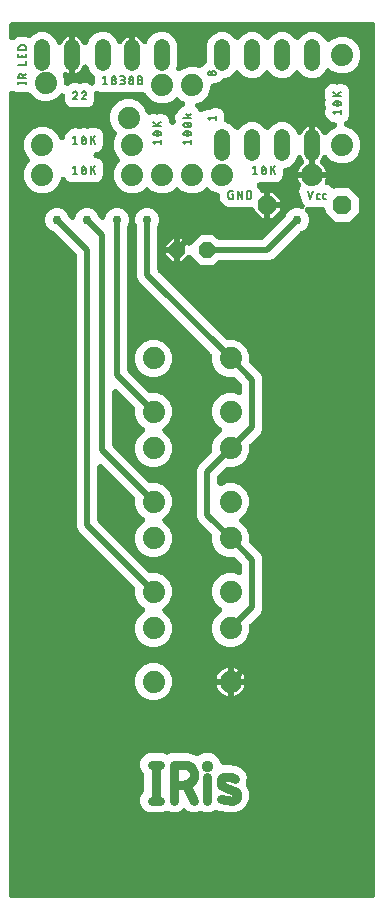
<source format=gbr>
G04 EAGLE Gerber X2 export*
%TF.Part,Single*%
%TF.FileFunction,Copper,L1,Top,Mixed*%
%TF.FilePolarity,Positive*%
%TF.GenerationSoftware,Autodesk,EAGLE,8.7.0*%
%TF.CreationDate,2018-05-28T14:24:44Z*%
G75*
%MOMM*%
%FSLAX34Y34*%
%LPD*%
%AMOC8*
5,1,8,0,0,1.08239X$1,22.5*%
G01*
%ADD10C,0.152400*%
%ADD11C,0.762000*%
%ADD12C,1.320800*%
%ADD13C,1.879600*%
%ADD14P,1.429621X8X202.500000*%
%ADD15P,1.732040X8X22.500000*%
%ADD16C,0.756400*%
%ADD17C,0.508000*%

G36*
X304835Y-2536D02*
X304835Y-2536D01*
X304869Y-2538D01*
X305058Y-2516D01*
X305249Y-2499D01*
X305282Y-2490D01*
X305316Y-2486D01*
X305499Y-2431D01*
X305683Y-2381D01*
X305714Y-2366D01*
X305747Y-2356D01*
X305918Y-2269D01*
X306090Y-2187D01*
X306118Y-2167D01*
X306149Y-2152D01*
X306301Y-2036D01*
X306456Y-1925D01*
X306480Y-1900D01*
X306507Y-1880D01*
X306636Y-1740D01*
X306770Y-1603D01*
X306789Y-1574D01*
X306813Y-1548D01*
X306915Y-1387D01*
X307022Y-1230D01*
X307036Y-1198D01*
X307054Y-1169D01*
X307127Y-992D01*
X307204Y-818D01*
X307212Y-784D01*
X307225Y-752D01*
X307265Y-565D01*
X307311Y-380D01*
X307313Y-346D01*
X307320Y-312D01*
X307339Y0D01*
X307339Y736600D01*
X307336Y736635D01*
X307338Y736669D01*
X307316Y736858D01*
X307299Y737049D01*
X307290Y737082D01*
X307286Y737116D01*
X307231Y737299D01*
X307181Y737483D01*
X307166Y737514D01*
X307156Y737547D01*
X307069Y737718D01*
X306987Y737890D01*
X306967Y737918D01*
X306952Y737949D01*
X306836Y738101D01*
X306725Y738256D01*
X306700Y738280D01*
X306680Y738307D01*
X306540Y738436D01*
X306403Y738570D01*
X306374Y738589D01*
X306348Y738613D01*
X306187Y738715D01*
X306030Y738822D01*
X305998Y738836D01*
X305969Y738854D01*
X305792Y738927D01*
X305618Y739004D01*
X305584Y739012D01*
X305552Y739025D01*
X305365Y739065D01*
X305180Y739111D01*
X305146Y739113D01*
X305112Y739120D01*
X304800Y739139D01*
X0Y739139D01*
X-35Y739136D01*
X-69Y739138D01*
X-258Y739116D01*
X-449Y739099D01*
X-482Y739090D01*
X-516Y739086D01*
X-699Y739031D01*
X-883Y738981D01*
X-914Y738966D01*
X-947Y738956D01*
X-1118Y738869D01*
X-1290Y738787D01*
X-1318Y738767D01*
X-1349Y738752D01*
X-1501Y738636D01*
X-1656Y738525D01*
X-1680Y738500D01*
X-1707Y738480D01*
X-1836Y738340D01*
X-1970Y738203D01*
X-1989Y738174D01*
X-2013Y738148D01*
X-2115Y737987D01*
X-2222Y737830D01*
X-2236Y737798D01*
X-2254Y737769D01*
X-2327Y737592D01*
X-2404Y737418D01*
X-2412Y737384D01*
X-2425Y737352D01*
X-2465Y737165D01*
X-2511Y736980D01*
X-2513Y736946D01*
X-2520Y736912D01*
X-2539Y736600D01*
X-2539Y726363D01*
X-2537Y726340D01*
X-2539Y726317D01*
X-2517Y726116D01*
X-2499Y725915D01*
X-2493Y725892D01*
X-2491Y725869D01*
X-2434Y725676D01*
X-2381Y725480D01*
X-2371Y725459D01*
X-2364Y725437D01*
X-2274Y725256D01*
X-2187Y725074D01*
X-2174Y725055D01*
X-2164Y725034D01*
X-2043Y724871D01*
X-1925Y724708D01*
X-1909Y724692D01*
X-1895Y724673D01*
X-1747Y724535D01*
X-1603Y724394D01*
X-1583Y724381D01*
X-1567Y724365D01*
X-1397Y724255D01*
X-1230Y724141D01*
X-1208Y724132D01*
X-1189Y724120D01*
X-1003Y724041D01*
X-818Y723959D01*
X-795Y723954D01*
X-774Y723945D01*
X-577Y723901D01*
X-380Y723853D01*
X-357Y723851D01*
X-335Y723846D01*
X-133Y723837D01*
X69Y723825D01*
X92Y723828D01*
X115Y723827D01*
X315Y723853D01*
X516Y723877D01*
X539Y723884D01*
X561Y723887D01*
X753Y723948D01*
X947Y724007D01*
X968Y724018D01*
X990Y724025D01*
X1270Y724164D01*
X4839Y726225D01*
X7040Y726225D01*
X12433Y726225D01*
X12918Y725945D01*
X13057Y725881D01*
X13191Y725808D01*
X13260Y725786D01*
X13326Y725755D01*
X13474Y725716D01*
X13620Y725669D01*
X13692Y725659D01*
X13762Y725641D01*
X13914Y725629D01*
X14066Y725608D01*
X14138Y725611D01*
X14211Y725605D01*
X14363Y725620D01*
X14516Y725626D01*
X14587Y725642D01*
X14659Y725649D01*
X14806Y725690D01*
X14955Y725724D01*
X15022Y725752D01*
X15092Y725771D01*
X15230Y725838D01*
X15371Y725897D01*
X15432Y725937D01*
X15497Y725968D01*
X15620Y726058D01*
X15749Y726142D01*
X15819Y726203D01*
X15860Y726234D01*
X15900Y726275D01*
X15983Y726349D01*
X18206Y728571D01*
X22874Y730505D01*
X27926Y730505D01*
X32594Y728571D01*
X36167Y724998D01*
X37662Y721389D01*
X37676Y721362D01*
X37686Y721333D01*
X37781Y721162D01*
X37871Y720990D01*
X37889Y720966D01*
X37904Y720939D01*
X38027Y720787D01*
X38147Y720634D01*
X38169Y720613D01*
X38188Y720590D01*
X38337Y720462D01*
X38481Y720332D01*
X38507Y720316D01*
X38530Y720296D01*
X38698Y720197D01*
X38863Y720094D01*
X38891Y720083D01*
X38918Y720067D01*
X39100Y720000D01*
X39281Y719927D01*
X39311Y719921D01*
X39340Y719911D01*
X39531Y719876D01*
X39723Y719837D01*
X39753Y719836D01*
X39783Y719831D01*
X39977Y719831D01*
X40173Y719826D01*
X40203Y719831D01*
X40233Y719831D01*
X40424Y719865D01*
X40618Y719895D01*
X40647Y719905D01*
X40676Y719911D01*
X40859Y719978D01*
X41044Y720042D01*
X41070Y720056D01*
X41099Y720067D01*
X41267Y720166D01*
X41437Y720261D01*
X41460Y720280D01*
X41486Y720296D01*
X41634Y720423D01*
X41785Y720546D01*
X41805Y720569D01*
X41828Y720589D01*
X41951Y720740D01*
X42078Y720889D01*
X42093Y720915D01*
X42112Y720938D01*
X42271Y721208D01*
X42979Y722597D01*
X43825Y723761D01*
X44843Y724779D01*
X46007Y725625D01*
X47290Y726279D01*
X48261Y726594D01*
X48261Y711200D01*
X48261Y695806D01*
X47290Y696121D01*
X46503Y696522D01*
X46499Y696524D01*
X46496Y696526D01*
X46289Y696608D01*
X46086Y696690D01*
X46081Y696691D01*
X46077Y696692D01*
X45856Y696738D01*
X45645Y696782D01*
X45640Y696782D01*
X45636Y696783D01*
X45416Y696788D01*
X45195Y696794D01*
X45190Y696793D01*
X45186Y696793D01*
X44972Y696760D01*
X44749Y696727D01*
X44745Y696725D01*
X44741Y696725D01*
X44535Y696654D01*
X44323Y696582D01*
X44319Y696580D01*
X44315Y696578D01*
X44120Y696469D01*
X43929Y696364D01*
X43926Y696361D01*
X43922Y696359D01*
X43751Y696219D01*
X43580Y696080D01*
X43577Y696076D01*
X43574Y696074D01*
X43431Y695907D01*
X43286Y695738D01*
X43284Y695734D01*
X43281Y695731D01*
X43169Y695540D01*
X43057Y695350D01*
X43056Y695346D01*
X43054Y695343D01*
X42976Y695132D01*
X42901Y694928D01*
X42900Y694924D01*
X42899Y694920D01*
X42859Y694698D01*
X42821Y694485D01*
X42821Y694481D01*
X42820Y694476D01*
X42821Y694256D01*
X42821Y694035D01*
X42822Y694030D01*
X42822Y694026D01*
X42861Y693810D01*
X42901Y693592D01*
X42902Y693588D01*
X42903Y693583D01*
X43004Y693288D01*
X43923Y691069D01*
X43923Y687658D01*
X43941Y687460D01*
X43954Y687264D01*
X43961Y687237D01*
X43963Y687209D01*
X44015Y687019D01*
X44063Y686827D01*
X44075Y686802D01*
X44082Y686775D01*
X44166Y686597D01*
X44247Y686417D01*
X44263Y686393D01*
X44275Y686368D01*
X44390Y686208D01*
X44501Y686045D01*
X44521Y686025D01*
X44537Y686002D01*
X44679Y685864D01*
X44817Y685724D01*
X44840Y685707D01*
X44860Y685688D01*
X45024Y685577D01*
X45185Y685463D01*
X45210Y685452D01*
X45233Y685436D01*
X45414Y685356D01*
X45592Y685272D01*
X45619Y685265D01*
X45645Y685254D01*
X45837Y685207D01*
X46027Y685156D01*
X46055Y685154D01*
X46082Y685147D01*
X46279Y685135D01*
X46476Y685118D01*
X46504Y685121D01*
X46532Y685119D01*
X46728Y685142D01*
X46924Y685161D01*
X46951Y685168D01*
X46979Y685171D01*
X47168Y685228D01*
X47358Y685281D01*
X47383Y685293D01*
X47410Y685302D01*
X47586Y685391D01*
X47764Y685477D01*
X47786Y685493D01*
X47811Y685506D01*
X47968Y685625D01*
X48128Y685741D01*
X48139Y685751D01*
X51670Y687325D01*
X55860Y687325D01*
X56100Y687186D01*
X56227Y687127D01*
X56348Y687060D01*
X56430Y687033D01*
X56509Y686996D01*
X56643Y686961D01*
X56775Y686917D01*
X56860Y686904D01*
X56944Y686882D01*
X57082Y686871D01*
X57220Y686850D01*
X57307Y686853D01*
X57393Y686846D01*
X57531Y686859D01*
X57670Y686864D01*
X57755Y686881D01*
X57841Y686890D01*
X57975Y686928D01*
X58111Y686956D01*
X58218Y686997D01*
X58274Y687012D01*
X58319Y687034D01*
X58404Y687066D01*
X58985Y687325D01*
X63175Y687325D01*
X66294Y685524D01*
X66315Y685514D01*
X66334Y685501D01*
X66519Y685419D01*
X66703Y685334D01*
X66725Y685328D01*
X66746Y685319D01*
X66943Y685271D01*
X67138Y685220D01*
X67161Y685218D01*
X67184Y685212D01*
X67385Y685200D01*
X67587Y685184D01*
X67610Y685186D01*
X67633Y685185D01*
X67834Y685208D01*
X68035Y685228D01*
X68057Y685234D01*
X68080Y685237D01*
X68275Y685295D01*
X68468Y685350D01*
X68489Y685360D01*
X68511Y685367D01*
X68691Y685459D01*
X68873Y685547D01*
X68892Y685561D01*
X68913Y685571D01*
X69073Y685693D01*
X69237Y685813D01*
X69253Y685829D01*
X69271Y685843D01*
X69409Y685992D01*
X69548Y686138D01*
X69561Y686157D01*
X69577Y686174D01*
X69685Y686345D01*
X69797Y686514D01*
X69806Y686535D01*
X69818Y686554D01*
X69895Y686741D01*
X69975Y686927D01*
X69981Y686950D01*
X69989Y686971D01*
X70032Y687169D01*
X70078Y687365D01*
X70079Y687388D01*
X70084Y687411D01*
X70103Y687723D01*
X70103Y687926D01*
X70240Y688255D01*
X70247Y688278D01*
X70258Y688300D01*
X70314Y688493D01*
X70374Y688685D01*
X70377Y688709D01*
X70384Y688732D01*
X70406Y688932D01*
X70431Y689132D01*
X70430Y689156D01*
X70432Y689180D01*
X70418Y689380D01*
X70408Y689581D01*
X70403Y689605D01*
X70401Y689629D01*
X70332Y689934D01*
X69995Y691100D01*
X70102Y692063D01*
X70103Y692143D01*
X70114Y692222D01*
X70108Y692368D01*
X70111Y692513D01*
X70099Y692592D01*
X70096Y692672D01*
X70064Y692814D01*
X70042Y692958D01*
X70016Y693033D01*
X69998Y693111D01*
X69942Y693246D01*
X69894Y693384D01*
X69855Y693453D01*
X69825Y693527D01*
X69745Y693650D01*
X69674Y693776D01*
X69624Y693838D01*
X69580Y693905D01*
X69409Y694098D01*
X69388Y694124D01*
X69382Y694130D01*
X69373Y694139D01*
X65845Y697668D01*
X64175Y701700D01*
X64173Y701704D01*
X64171Y701708D01*
X64067Y701905D01*
X63966Y702099D01*
X63963Y702103D01*
X63961Y702106D01*
X63825Y702282D01*
X63690Y702455D01*
X63687Y702458D01*
X63684Y702461D01*
X63522Y702607D01*
X63356Y702757D01*
X63352Y702759D01*
X63349Y702762D01*
X63162Y702878D01*
X62974Y702995D01*
X62970Y702996D01*
X62966Y702999D01*
X62760Y703080D01*
X62555Y703161D01*
X62551Y703162D01*
X62547Y703164D01*
X62331Y703207D01*
X62114Y703251D01*
X62110Y703252D01*
X62106Y703252D01*
X61881Y703257D01*
X61664Y703262D01*
X61660Y703262D01*
X61656Y703262D01*
X61432Y703226D01*
X61219Y703193D01*
X61215Y703192D01*
X61211Y703191D01*
X60999Y703118D01*
X60793Y703047D01*
X60790Y703045D01*
X60786Y703043D01*
X60594Y702936D01*
X60400Y702828D01*
X60397Y702825D01*
X60393Y702823D01*
X60225Y702684D01*
X60052Y702542D01*
X60049Y702539D01*
X60046Y702536D01*
X59902Y702367D01*
X59759Y702200D01*
X59757Y702196D01*
X59754Y702193D01*
X59641Y701998D01*
X59532Y701811D01*
X59530Y701807D01*
X59528Y701804D01*
X59414Y701513D01*
X59275Y701086D01*
X58621Y699803D01*
X57775Y698639D01*
X56757Y697621D01*
X55593Y696775D01*
X54310Y696121D01*
X53339Y695806D01*
X53339Y711200D01*
X53339Y726594D01*
X54310Y726279D01*
X55593Y725625D01*
X56757Y724779D01*
X57775Y723761D01*
X58621Y722597D01*
X59275Y721314D01*
X59317Y721185D01*
X59318Y721181D01*
X59319Y721177D01*
X59407Y720974D01*
X59493Y720771D01*
X59496Y720767D01*
X59497Y720763D01*
X59621Y720577D01*
X59740Y720394D01*
X59743Y720391D01*
X59746Y720388D01*
X59903Y720223D01*
X60050Y720067D01*
X60053Y720065D01*
X60056Y720062D01*
X60240Y719927D01*
X60412Y719800D01*
X60416Y719798D01*
X60420Y719796D01*
X60617Y719700D01*
X60816Y719601D01*
X60820Y719600D01*
X60824Y719598D01*
X61032Y719539D01*
X61249Y719477D01*
X61253Y719476D01*
X61257Y719475D01*
X61477Y719453D01*
X61697Y719431D01*
X61701Y719431D01*
X61705Y719431D01*
X61929Y719448D01*
X62146Y719465D01*
X62150Y719466D01*
X62154Y719466D01*
X62369Y719522D01*
X62582Y719577D01*
X62586Y719579D01*
X62590Y719580D01*
X62792Y719674D01*
X62991Y719765D01*
X62995Y719767D01*
X62998Y719769D01*
X63182Y719897D01*
X63361Y720022D01*
X63364Y720025D01*
X63367Y720027D01*
X63523Y720185D01*
X63679Y720340D01*
X63682Y720344D01*
X63685Y720347D01*
X63811Y720530D01*
X63936Y720710D01*
X63938Y720714D01*
X63941Y720717D01*
X64078Y720998D01*
X65845Y725264D01*
X69418Y728837D01*
X74086Y730771D01*
X79138Y730771D01*
X83806Y728837D01*
X87379Y725264D01*
X88695Y722088D01*
X88709Y722061D01*
X88719Y722032D01*
X88813Y721862D01*
X88903Y721689D01*
X88922Y721665D01*
X88937Y721638D01*
X89059Y721487D01*
X89179Y721333D01*
X89202Y721312D01*
X89221Y721289D01*
X89369Y721162D01*
X89513Y721031D01*
X89539Y721015D01*
X89562Y720995D01*
X89730Y720896D01*
X89896Y720793D01*
X89924Y720782D01*
X89950Y720766D01*
X90133Y720699D01*
X90314Y720626D01*
X90344Y720620D01*
X90372Y720610D01*
X90564Y720575D01*
X90755Y720536D01*
X90786Y720536D01*
X90815Y720530D01*
X91010Y720530D01*
X91205Y720525D01*
X91235Y720530D01*
X91266Y720530D01*
X91457Y720564D01*
X91650Y720594D01*
X91679Y720604D01*
X91709Y720610D01*
X91892Y720677D01*
X92076Y720741D01*
X92103Y720755D01*
X92131Y720766D01*
X92299Y720865D01*
X92469Y720960D01*
X92493Y720979D01*
X92519Y720995D01*
X92667Y721122D01*
X92818Y721245D01*
X92837Y721268D01*
X92860Y721288D01*
X92984Y721440D01*
X93110Y721588D01*
X93126Y721614D01*
X93145Y721637D01*
X93303Y721907D01*
X93791Y722863D01*
X94637Y724027D01*
X95655Y725045D01*
X96819Y725891D01*
X98102Y726545D01*
X99073Y726860D01*
X99073Y711466D01*
X99076Y711432D01*
X99074Y711397D01*
X99096Y711208D01*
X99112Y711018D01*
X99122Y710984D01*
X99126Y710950D01*
X99181Y710767D01*
X99231Y710583D01*
X99246Y710552D01*
X99256Y710519D01*
X99343Y710348D01*
X99424Y710177D01*
X99445Y710149D01*
X99460Y710118D01*
X99575Y709966D01*
X99687Y709811D01*
X99711Y709787D01*
X99732Y709759D01*
X99872Y709630D01*
X100009Y709497D01*
X100038Y709477D01*
X100063Y709454D01*
X100224Y709351D01*
X100382Y709245D01*
X100414Y709231D01*
X100443Y709212D01*
X100620Y709140D01*
X100794Y709062D01*
X100828Y709054D01*
X100860Y709041D01*
X101046Y709001D01*
X101231Y708956D01*
X101266Y708954D01*
X101300Y708946D01*
X101612Y708927D01*
X101647Y708930D01*
X101681Y708928D01*
X101871Y708950D01*
X102061Y708967D01*
X102094Y708976D01*
X102128Y708980D01*
X102311Y709035D01*
X102495Y709086D01*
X102526Y709100D01*
X102559Y709110D01*
X102730Y709197D01*
X102902Y709279D01*
X102930Y709299D01*
X102961Y709315D01*
X103113Y709430D01*
X103268Y709541D01*
X103292Y709566D01*
X103319Y709587D01*
X103449Y709727D01*
X103582Y709864D01*
X103601Y709892D01*
X103625Y709918D01*
X103727Y710079D01*
X103834Y710237D01*
X103848Y710268D01*
X103866Y710298D01*
X103939Y710474D01*
X104016Y710649D01*
X104024Y710682D01*
X104037Y710714D01*
X104078Y710901D01*
X104123Y711086D01*
X104125Y711120D01*
X104132Y711154D01*
X104151Y711466D01*
X104151Y726860D01*
X105122Y726545D01*
X106405Y725891D01*
X107569Y725045D01*
X108587Y724027D01*
X109433Y722863D01*
X109921Y721907D01*
X109937Y721881D01*
X109949Y721853D01*
X110056Y721690D01*
X110160Y721525D01*
X110180Y721503D01*
X110197Y721477D01*
X110332Y721336D01*
X110463Y721192D01*
X110487Y721173D01*
X110508Y721151D01*
X110665Y721036D01*
X110819Y720917D01*
X110846Y720903D01*
X110871Y720885D01*
X111046Y720800D01*
X111219Y720710D01*
X111248Y720701D01*
X111276Y720688D01*
X111463Y720635D01*
X111649Y720577D01*
X111680Y720573D01*
X111709Y720565D01*
X111903Y720546D01*
X112096Y720522D01*
X112126Y720523D01*
X112157Y720520D01*
X112351Y720536D01*
X112546Y720546D01*
X112575Y720553D01*
X112606Y720556D01*
X112794Y720605D01*
X112984Y720650D01*
X113012Y720662D01*
X113041Y720670D01*
X113218Y720751D01*
X113397Y720829D01*
X113422Y720846D01*
X113450Y720859D01*
X113610Y720971D01*
X113772Y721079D01*
X113794Y721100D01*
X113819Y721117D01*
X113956Y721255D01*
X114097Y721390D01*
X114115Y721415D01*
X114136Y721436D01*
X114247Y721597D01*
X114361Y721755D01*
X114375Y721782D01*
X114392Y721807D01*
X114529Y722088D01*
X115845Y725264D01*
X119418Y728837D01*
X124086Y730771D01*
X129138Y730771D01*
X133806Y728837D01*
X137379Y725264D01*
X139313Y720596D01*
X139313Y702336D01*
X138746Y700968D01*
X138693Y700798D01*
X138633Y700631D01*
X138626Y700584D01*
X138611Y700538D01*
X138589Y700362D01*
X138560Y700187D01*
X138561Y700139D01*
X138555Y700091D01*
X138564Y699914D01*
X138566Y699736D01*
X138575Y699689D01*
X138578Y699642D01*
X138618Y699469D01*
X138652Y699294D01*
X138669Y699250D01*
X138680Y699203D01*
X138750Y699040D01*
X138814Y698874D01*
X138839Y698834D01*
X138858Y698790D01*
X138956Y698641D01*
X139048Y698490D01*
X139080Y698454D01*
X139106Y698414D01*
X139228Y698286D01*
X139346Y698152D01*
X139384Y698123D01*
X139417Y698088D01*
X139560Y697983D01*
X139699Y697873D01*
X139741Y697850D01*
X139780Y697822D01*
X139939Y697744D01*
X140096Y697660D01*
X140141Y697645D01*
X140184Y697624D01*
X140355Y697576D01*
X140524Y697521D01*
X140572Y697514D01*
X140618Y697501D01*
X140794Y697484D01*
X140970Y697460D01*
X141018Y697462D01*
X141066Y697457D01*
X141242Y697471D01*
X141420Y697478D01*
X141467Y697488D01*
X141515Y697492D01*
X141686Y697537D01*
X141860Y697576D01*
X141904Y697594D01*
X141950Y697606D01*
X142111Y697681D01*
X142275Y697749D01*
X142315Y697775D01*
X142359Y697795D01*
X142504Y697897D01*
X142653Y697994D01*
X142698Y698033D01*
X142728Y698054D01*
X142772Y698098D01*
X142888Y698200D01*
X143623Y698936D01*
X149318Y701295D01*
X155482Y701295D01*
X157739Y700360D01*
X157828Y700332D01*
X157915Y700295D01*
X158043Y700265D01*
X158168Y700225D01*
X158262Y700213D01*
X158353Y700192D01*
X158484Y700185D01*
X158615Y700168D01*
X158709Y700173D01*
X158803Y700168D01*
X158933Y700185D01*
X159065Y700192D01*
X159156Y700213D01*
X159249Y700225D01*
X159375Y700264D01*
X159503Y700294D01*
X159590Y700331D01*
X159679Y700359D01*
X159796Y700419D01*
X159917Y700472D01*
X159995Y700523D01*
X160078Y700567D01*
X160183Y700647D01*
X160293Y700720D01*
X160361Y700785D01*
X160435Y700842D01*
X160523Y700940D01*
X160618Y701030D01*
X160674Y701106D01*
X160737Y701176D01*
X160852Y701350D01*
X160884Y701394D01*
X160893Y701411D01*
X160910Y701436D01*
X161234Y701999D01*
X163830Y703497D01*
X163867Y703524D01*
X163909Y703545D01*
X164051Y703653D01*
X164198Y703756D01*
X164231Y703789D01*
X164267Y703817D01*
X164389Y703949D01*
X164515Y704076D01*
X164541Y704114D01*
X164573Y704148D01*
X164669Y704299D01*
X164770Y704447D01*
X164790Y704489D01*
X164814Y704528D01*
X164883Y704694D01*
X164956Y704857D01*
X164968Y704901D01*
X164985Y704944D01*
X165023Y705119D01*
X165067Y705293D01*
X165070Y705339D01*
X165080Y705384D01*
X165099Y705696D01*
X165099Y720330D01*
X167033Y724998D01*
X170606Y728571D01*
X175274Y730505D01*
X180326Y730505D01*
X184994Y728571D01*
X188704Y724861D01*
X188731Y724839D01*
X188754Y724813D01*
X188903Y724695D01*
X189050Y724572D01*
X189080Y724555D01*
X189107Y724533D01*
X189275Y724443D01*
X189441Y724349D01*
X189473Y724337D01*
X189504Y724321D01*
X189685Y724262D01*
X189865Y724198D01*
X189899Y724192D01*
X189932Y724182D01*
X190121Y724156D01*
X190309Y724124D01*
X190344Y724125D01*
X190378Y724120D01*
X190569Y724128D01*
X190760Y724131D01*
X190794Y724137D01*
X190828Y724139D01*
X191014Y724180D01*
X191202Y724216D01*
X191234Y724229D01*
X191268Y724236D01*
X191443Y724310D01*
X191622Y724378D01*
X191651Y724397D01*
X191683Y724410D01*
X191843Y724513D01*
X192006Y724612D01*
X192032Y724635D01*
X192061Y724654D01*
X192296Y724861D01*
X196006Y728571D01*
X200674Y730505D01*
X205726Y730505D01*
X210394Y728571D01*
X214104Y724861D01*
X214131Y724839D01*
X214154Y724813D01*
X214303Y724695D01*
X214450Y724572D01*
X214480Y724555D01*
X214507Y724533D01*
X214675Y724443D01*
X214841Y724349D01*
X214873Y724337D01*
X214904Y724321D01*
X215085Y724262D01*
X215265Y724198D01*
X215299Y724192D01*
X215332Y724182D01*
X215521Y724156D01*
X215709Y724124D01*
X215744Y724125D01*
X215778Y724120D01*
X215969Y724128D01*
X216160Y724131D01*
X216194Y724137D01*
X216228Y724139D01*
X216414Y724180D01*
X216602Y724216D01*
X216634Y724229D01*
X216668Y724236D01*
X216843Y724310D01*
X217022Y724378D01*
X217051Y724397D01*
X217083Y724410D01*
X217243Y724513D01*
X217406Y724612D01*
X217432Y724635D01*
X217461Y724654D01*
X217696Y724861D01*
X221406Y728571D01*
X226074Y730505D01*
X231126Y730505D01*
X235794Y728571D01*
X239504Y724861D01*
X239531Y724839D01*
X239554Y724813D01*
X239703Y724695D01*
X239850Y724572D01*
X239880Y724555D01*
X239907Y724533D01*
X240075Y724443D01*
X240241Y724349D01*
X240273Y724337D01*
X240304Y724321D01*
X240485Y724262D01*
X240665Y724198D01*
X240699Y724192D01*
X240732Y724182D01*
X240921Y724156D01*
X241109Y724124D01*
X241144Y724125D01*
X241178Y724120D01*
X241369Y724128D01*
X241560Y724131D01*
X241594Y724137D01*
X241628Y724139D01*
X241814Y724180D01*
X242002Y724216D01*
X242034Y724229D01*
X242068Y724236D01*
X242243Y724310D01*
X242422Y724378D01*
X242451Y724397D01*
X242483Y724410D01*
X242643Y724513D01*
X242806Y724612D01*
X242832Y724635D01*
X242861Y724654D01*
X243096Y724861D01*
X246806Y728571D01*
X251474Y730505D01*
X256526Y730505D01*
X261194Y728571D01*
X264767Y724998D01*
X265222Y723900D01*
X265260Y723827D01*
X265290Y723750D01*
X265364Y723628D01*
X265431Y723501D01*
X265481Y723436D01*
X265524Y723366D01*
X265619Y723258D01*
X265706Y723145D01*
X265767Y723090D01*
X265822Y723028D01*
X265934Y722940D01*
X266040Y722843D01*
X266111Y722800D01*
X266175Y722749D01*
X266301Y722681D01*
X266423Y722606D01*
X266499Y722575D01*
X266572Y722536D01*
X266708Y722492D01*
X266841Y722439D01*
X266922Y722422D01*
X267000Y722397D01*
X267142Y722377D01*
X267282Y722349D01*
X267365Y722347D01*
X267446Y722336D01*
X267589Y722341D01*
X267732Y722338D01*
X267814Y722351D01*
X267896Y722354D01*
X268036Y722385D01*
X268177Y722407D01*
X268255Y722434D01*
X268336Y722452D01*
X268468Y722507D01*
X268603Y722553D01*
X268675Y722593D01*
X268751Y722625D01*
X268872Y722703D01*
X268996Y722773D01*
X269060Y722825D01*
X269129Y722869D01*
X269314Y723033D01*
X269345Y723058D01*
X269352Y723066D01*
X269364Y723076D01*
X270623Y724336D01*
X276318Y726695D01*
X282482Y726695D01*
X288177Y724336D01*
X292536Y719977D01*
X294895Y714282D01*
X294895Y708118D01*
X292536Y702423D01*
X288177Y698064D01*
X282482Y695705D01*
X276318Y695705D01*
X270623Y698064D01*
X269364Y699324D01*
X269300Y699377D01*
X269243Y699436D01*
X269128Y699521D01*
X269018Y699613D01*
X268947Y699653D01*
X268880Y699702D01*
X268751Y699765D01*
X268627Y699836D01*
X268550Y699863D01*
X268476Y699900D01*
X268338Y699939D01*
X268203Y699987D01*
X268121Y700000D01*
X268042Y700023D01*
X267900Y700037D01*
X267759Y700060D01*
X267676Y700059D01*
X267594Y700067D01*
X267452Y700056D01*
X267308Y700054D01*
X267227Y700038D01*
X267145Y700032D01*
X267007Y699996D01*
X266866Y699968D01*
X266789Y699939D01*
X266710Y699918D01*
X266580Y699858D01*
X266446Y699806D01*
X266376Y699763D01*
X266301Y699729D01*
X266184Y699647D01*
X266062Y699572D01*
X266000Y699518D01*
X265932Y699470D01*
X265831Y699369D01*
X265724Y699274D01*
X265673Y699210D01*
X265615Y699151D01*
X265534Y699033D01*
X265445Y698921D01*
X265406Y698848D01*
X265359Y698781D01*
X265251Y698559D01*
X265232Y698524D01*
X265229Y698514D01*
X265222Y698500D01*
X264767Y697402D01*
X261194Y693829D01*
X256526Y691895D01*
X251474Y691895D01*
X246806Y693829D01*
X243096Y697539D01*
X243069Y697561D01*
X243046Y697587D01*
X242897Y697705D01*
X242750Y697828D01*
X242720Y697845D01*
X242693Y697867D01*
X242525Y697957D01*
X242359Y698051D01*
X242327Y698063D01*
X242296Y698079D01*
X242115Y698138D01*
X241935Y698202D01*
X241901Y698208D01*
X241868Y698218D01*
X241679Y698244D01*
X241491Y698275D01*
X241456Y698275D01*
X241422Y698280D01*
X241231Y698272D01*
X241041Y698269D01*
X241006Y698263D01*
X240972Y698261D01*
X240786Y698220D01*
X240598Y698184D01*
X240566Y698171D01*
X240532Y698164D01*
X240356Y698090D01*
X240178Y698022D01*
X240149Y698004D01*
X240117Y697990D01*
X239956Y697887D01*
X239794Y697788D01*
X239768Y697765D01*
X239739Y697746D01*
X239504Y697539D01*
X235794Y693829D01*
X231126Y691895D01*
X226074Y691895D01*
X221406Y693829D01*
X217696Y697539D01*
X217669Y697561D01*
X217646Y697587D01*
X217497Y697705D01*
X217350Y697828D01*
X217320Y697845D01*
X217293Y697867D01*
X217125Y697957D01*
X216959Y698051D01*
X216927Y698063D01*
X216896Y698079D01*
X216715Y698138D01*
X216535Y698202D01*
X216501Y698208D01*
X216468Y698218D01*
X216279Y698244D01*
X216091Y698275D01*
X216056Y698275D01*
X216022Y698280D01*
X215831Y698272D01*
X215641Y698269D01*
X215606Y698263D01*
X215572Y698261D01*
X215386Y698220D01*
X215198Y698184D01*
X215166Y698171D01*
X215132Y698164D01*
X214956Y698090D01*
X214778Y698022D01*
X214749Y698004D01*
X214717Y697990D01*
X214556Y697887D01*
X214394Y697788D01*
X214368Y697765D01*
X214339Y697746D01*
X214104Y697539D01*
X210394Y693829D01*
X205726Y691895D01*
X200674Y691895D01*
X196006Y693829D01*
X192296Y697539D01*
X192269Y697561D01*
X192246Y697587D01*
X192097Y697705D01*
X191950Y697828D01*
X191920Y697845D01*
X191893Y697867D01*
X191725Y697957D01*
X191559Y698051D01*
X191527Y698063D01*
X191496Y698079D01*
X191315Y698138D01*
X191135Y698202D01*
X191101Y698208D01*
X191068Y698218D01*
X190879Y698244D01*
X190691Y698275D01*
X190656Y698275D01*
X190622Y698280D01*
X190431Y698272D01*
X190241Y698269D01*
X190206Y698263D01*
X190172Y698261D01*
X189986Y698220D01*
X189798Y698184D01*
X189766Y698171D01*
X189732Y698164D01*
X189556Y698090D01*
X189378Y698022D01*
X189349Y698004D01*
X189317Y697990D01*
X189156Y697887D01*
X188994Y697788D01*
X188968Y697765D01*
X188939Y697746D01*
X188704Y697539D01*
X184994Y693829D01*
X180326Y691895D01*
X179821Y691895D01*
X179776Y691891D01*
X179729Y691894D01*
X179551Y691871D01*
X179373Y691855D01*
X179328Y691843D01*
X179283Y691837D01*
X179111Y691784D01*
X178939Y691737D01*
X178897Y691717D01*
X178853Y691703D01*
X178693Y691620D01*
X178532Y691543D01*
X178494Y691517D01*
X178453Y691495D01*
X178312Y691386D01*
X178166Y691281D01*
X178134Y691248D01*
X178097Y691220D01*
X177977Y691087D01*
X177852Y690959D01*
X177826Y690920D01*
X177795Y690886D01*
X177622Y690626D01*
X176995Y689540D01*
X172961Y687210D01*
X170434Y687210D01*
X170399Y687207D01*
X170365Y687209D01*
X170176Y687187D01*
X169985Y687170D01*
X169952Y687161D01*
X169918Y687157D01*
X169735Y687102D01*
X169551Y687052D01*
X169520Y687037D01*
X169487Y687027D01*
X169316Y686940D01*
X169144Y686859D01*
X169116Y686838D01*
X169085Y686823D01*
X168933Y686707D01*
X168778Y686596D01*
X168754Y686572D01*
X168727Y686551D01*
X168598Y686411D01*
X168464Y686274D01*
X168445Y686245D01*
X168421Y686220D01*
X168319Y686059D01*
X168212Y685901D01*
X168198Y685869D01*
X168180Y685840D01*
X168107Y685663D01*
X168030Y685489D01*
X168022Y685455D01*
X168009Y685423D01*
X167969Y685237D01*
X167923Y685051D01*
X167921Y685017D01*
X167914Y684983D01*
X167895Y684671D01*
X167895Y682718D01*
X165536Y677023D01*
X161177Y672664D01*
X156420Y670694D01*
X156241Y670600D01*
X156061Y670510D01*
X156042Y670496D01*
X156021Y670485D01*
X155861Y670362D01*
X155700Y670241D01*
X155684Y670224D01*
X155665Y670210D01*
X155530Y670060D01*
X155392Y669913D01*
X155379Y669893D01*
X155363Y669875D01*
X155257Y669704D01*
X155147Y669535D01*
X155138Y669513D01*
X155125Y669493D01*
X155051Y669306D01*
X154973Y669120D01*
X154967Y669097D01*
X154959Y669075D01*
X154918Y668876D01*
X154874Y668680D01*
X154873Y668657D01*
X154869Y668634D01*
X154864Y668431D01*
X154855Y668230D01*
X154858Y668207D01*
X154858Y668183D01*
X154889Y667984D01*
X154916Y667784D01*
X154923Y667762D01*
X154927Y667738D01*
X154992Y667548D01*
X155054Y667356D01*
X155065Y667335D01*
X155073Y667313D01*
X155171Y667136D01*
X155266Y666959D01*
X155281Y666940D01*
X155292Y666919D01*
X155420Y666763D01*
X155545Y666605D01*
X155566Y666586D01*
X155578Y666571D01*
X155619Y666536D01*
X155773Y666391D01*
X157061Y665326D01*
X157745Y664034D01*
X157790Y663965D01*
X157805Y663935D01*
X157834Y663897D01*
X157847Y663876D01*
X157945Y663715D01*
X157970Y663687D01*
X157990Y663656D01*
X158119Y663519D01*
X158243Y663378D01*
X158273Y663355D01*
X158298Y663328D01*
X158449Y663215D01*
X158596Y663099D01*
X158629Y663081D01*
X158659Y663059D01*
X158828Y662975D01*
X158993Y662886D01*
X159029Y662874D01*
X159062Y662858D01*
X159243Y662805D01*
X159422Y662747D01*
X159459Y662742D01*
X159495Y662731D01*
X159681Y662711D01*
X159868Y662685D01*
X159905Y662687D01*
X159942Y662683D01*
X160129Y662696D01*
X160318Y662704D01*
X160354Y662712D01*
X160391Y662715D01*
X160574Y662761D01*
X160757Y662801D01*
X160792Y662816D01*
X160828Y662825D01*
X160999Y662903D01*
X161173Y662975D01*
X161204Y662995D01*
X161238Y663011D01*
X161393Y663117D01*
X161551Y663219D01*
X161585Y663250D01*
X161609Y663266D01*
X161653Y663310D01*
X161785Y663426D01*
X161977Y663618D01*
X162005Y663630D01*
X162184Y663723D01*
X162364Y663813D01*
X162387Y663829D01*
X162404Y663838D01*
X162446Y663871D01*
X162619Y663993D01*
X162643Y664012D01*
X163453Y664246D01*
X163494Y664262D01*
X163718Y664339D01*
X164498Y664662D01*
X164528Y664662D01*
X164729Y664680D01*
X164930Y664694D01*
X164957Y664701D01*
X164976Y664702D01*
X165029Y664716D01*
X165235Y664763D01*
X165263Y664771D01*
X166102Y664678D01*
X166146Y664677D01*
X166383Y664662D01*
X166739Y664662D01*
X166902Y664677D01*
X167067Y664684D01*
X167126Y664697D01*
X167187Y664702D01*
X167346Y664746D01*
X167506Y664781D01*
X167563Y664805D01*
X167622Y664821D01*
X167770Y664891D01*
X167922Y664955D01*
X167973Y664988D01*
X168028Y665014D01*
X168162Y665110D01*
X168300Y665199D01*
X168358Y665250D01*
X168394Y665276D01*
X168437Y665320D01*
X168534Y665406D01*
X168581Y665453D01*
X171102Y666497D01*
X173830Y666497D01*
X176351Y665453D01*
X178281Y663523D01*
X179325Y661002D01*
X179325Y656416D01*
X179344Y656205D01*
X179360Y655994D01*
X179363Y655981D01*
X179365Y655968D01*
X179421Y655762D01*
X179474Y655558D01*
X179480Y655546D01*
X179483Y655533D01*
X179574Y655343D01*
X179663Y655150D01*
X179671Y655139D01*
X179677Y655127D01*
X179800Y654954D01*
X179922Y654781D01*
X179931Y654771D01*
X179939Y654761D01*
X180091Y654612D01*
X180241Y654463D01*
X180252Y654456D01*
X180261Y654447D01*
X180438Y654327D01*
X180611Y654207D01*
X180626Y654200D01*
X180634Y654195D01*
X180670Y654179D01*
X180892Y654070D01*
X184994Y652371D01*
X188704Y648661D01*
X188731Y648639D01*
X188754Y648613D01*
X188903Y648495D01*
X189050Y648372D01*
X189080Y648355D01*
X189107Y648333D01*
X189275Y648243D01*
X189441Y648149D01*
X189473Y648137D01*
X189504Y648121D01*
X189685Y648062D01*
X189865Y647998D01*
X189899Y647992D01*
X189932Y647982D01*
X190121Y647956D01*
X190309Y647925D01*
X190344Y647925D01*
X190378Y647920D01*
X190569Y647928D01*
X190759Y647931D01*
X190794Y647937D01*
X190828Y647939D01*
X191014Y647980D01*
X191202Y648016D01*
X191234Y648029D01*
X191268Y648036D01*
X191444Y648110D01*
X191622Y648178D01*
X191651Y648196D01*
X191683Y648210D01*
X191844Y648313D01*
X192006Y648412D01*
X192032Y648435D01*
X192061Y648454D01*
X192296Y648661D01*
X196006Y652371D01*
X200674Y654305D01*
X205726Y654305D01*
X210394Y652371D01*
X214104Y648661D01*
X214131Y648639D01*
X214154Y648613D01*
X214303Y648495D01*
X214450Y648372D01*
X214480Y648355D01*
X214507Y648333D01*
X214675Y648243D01*
X214841Y648149D01*
X214873Y648137D01*
X214904Y648121D01*
X215085Y648062D01*
X215265Y647998D01*
X215299Y647992D01*
X215332Y647982D01*
X215521Y647956D01*
X215709Y647925D01*
X215744Y647925D01*
X215778Y647920D01*
X215969Y647928D01*
X216159Y647931D01*
X216194Y647937D01*
X216228Y647939D01*
X216414Y647980D01*
X216602Y648016D01*
X216634Y648029D01*
X216668Y648036D01*
X216844Y648110D01*
X217022Y648178D01*
X217051Y648196D01*
X217083Y648210D01*
X217244Y648313D01*
X217406Y648412D01*
X217432Y648435D01*
X217461Y648454D01*
X217696Y648661D01*
X221406Y652371D01*
X226074Y654305D01*
X231126Y654305D01*
X235794Y652371D01*
X239367Y648798D01*
X240862Y645189D01*
X240876Y645162D01*
X240886Y645133D01*
X240981Y644962D01*
X241071Y644790D01*
X241089Y644766D01*
X241104Y644739D01*
X241227Y644588D01*
X241347Y644434D01*
X241369Y644413D01*
X241388Y644390D01*
X241536Y644263D01*
X241681Y644132D01*
X241707Y644116D01*
X241730Y644096D01*
X241897Y643997D01*
X242063Y643894D01*
X242091Y643883D01*
X242117Y643867D01*
X242300Y643800D01*
X242481Y643727D01*
X242511Y643721D01*
X242540Y643711D01*
X242731Y643676D01*
X242923Y643637D01*
X242953Y643637D01*
X242983Y643631D01*
X243178Y643631D01*
X243373Y643626D01*
X243403Y643631D01*
X243433Y643631D01*
X243625Y643666D01*
X243818Y643695D01*
X243846Y643705D01*
X243876Y643711D01*
X244059Y643778D01*
X244244Y643842D01*
X244270Y643857D01*
X244298Y643867D01*
X244466Y643966D01*
X244637Y644061D01*
X244660Y644080D01*
X244686Y644096D01*
X244834Y644223D01*
X244985Y644346D01*
X245005Y644369D01*
X245028Y644389D01*
X245151Y644541D01*
X245278Y644689D01*
X245293Y644715D01*
X245312Y644738D01*
X245471Y645008D01*
X246179Y646397D01*
X247025Y647561D01*
X248043Y648579D01*
X249207Y649425D01*
X250490Y650079D01*
X251461Y650394D01*
X251461Y635000D01*
X251461Y612139D01*
X242315Y612139D01*
X242355Y612396D01*
X242936Y614183D01*
X243789Y615857D01*
X244894Y617378D01*
X246222Y618706D01*
X246468Y618885D01*
X246494Y618908D01*
X246523Y618926D01*
X246664Y619056D01*
X246807Y619181D01*
X246829Y619208D01*
X246855Y619231D01*
X246970Y619383D01*
X247089Y619532D01*
X247106Y619562D01*
X247127Y619590D01*
X247214Y619760D01*
X247304Y619927D01*
X247315Y619960D01*
X247331Y619991D01*
X247386Y620174D01*
X247447Y620355D01*
X247452Y620389D01*
X247462Y620422D01*
X247484Y620612D01*
X247511Y620800D01*
X247510Y620835D01*
X247514Y620869D01*
X247502Y621060D01*
X247496Y621250D01*
X247488Y621284D01*
X247486Y621319D01*
X247441Y621504D01*
X247401Y621690D01*
X247388Y621723D01*
X247380Y621756D01*
X247303Y621930D01*
X247230Y622107D01*
X247212Y622136D01*
X247198Y622168D01*
X247030Y622432D01*
X246179Y623603D01*
X245471Y624992D01*
X245455Y625018D01*
X245443Y625046D01*
X245335Y625209D01*
X245232Y625374D01*
X245211Y625396D01*
X245194Y625422D01*
X245060Y625563D01*
X244929Y625707D01*
X244905Y625726D01*
X244884Y625748D01*
X244727Y625863D01*
X244572Y625982D01*
X244545Y625996D01*
X244520Y626014D01*
X244345Y626099D01*
X244172Y626189D01*
X244143Y626198D01*
X244116Y626211D01*
X243929Y626264D01*
X243742Y626322D01*
X243712Y626326D01*
X243683Y626334D01*
X243489Y626353D01*
X243295Y626377D01*
X243265Y626376D01*
X243235Y626379D01*
X243040Y626363D01*
X242846Y626353D01*
X242816Y626346D01*
X242786Y626343D01*
X242597Y626294D01*
X242407Y626249D01*
X242380Y626237D01*
X242350Y626229D01*
X242173Y626148D01*
X241994Y626070D01*
X241969Y626053D01*
X241942Y626040D01*
X241782Y625928D01*
X241620Y625820D01*
X241598Y625799D01*
X241573Y625782D01*
X241436Y625644D01*
X241295Y625509D01*
X241277Y625484D01*
X241255Y625463D01*
X241145Y625302D01*
X241030Y625144D01*
X241017Y625117D01*
X240999Y625092D01*
X240862Y624811D01*
X239367Y621202D01*
X235794Y617629D01*
X230852Y615582D01*
X230701Y615503D01*
X230547Y615430D01*
X230502Y615399D01*
X230453Y615373D01*
X230318Y615269D01*
X230179Y615170D01*
X230141Y615131D01*
X230097Y615097D01*
X229983Y614971D01*
X229863Y614850D01*
X229832Y614804D01*
X229795Y614763D01*
X229705Y614619D01*
X229609Y614478D01*
X229587Y614428D01*
X229558Y614381D01*
X229494Y614223D01*
X229425Y614067D01*
X229411Y614014D01*
X229391Y613963D01*
X229357Y613795D01*
X229315Y613630D01*
X229312Y613575D01*
X229301Y613522D01*
X229297Y613351D01*
X229285Y613181D01*
X229291Y613127D01*
X229290Y613071D01*
X229306Y612965D01*
X229307Y612951D01*
X229651Y609736D01*
X228881Y607118D01*
X227935Y605944D01*
X227168Y604994D01*
X224773Y603687D01*
X222060Y603397D01*
X221789Y603477D01*
X221760Y603483D01*
X221732Y603493D01*
X221539Y603527D01*
X221347Y603565D01*
X221318Y603566D01*
X221289Y603571D01*
X221092Y603570D01*
X220897Y603574D01*
X220868Y603569D01*
X220838Y603569D01*
X220646Y603534D01*
X220453Y603503D01*
X217653Y603503D01*
X217204Y603689D01*
X217022Y603747D01*
X216841Y603808D01*
X216807Y603814D01*
X216774Y603824D01*
X216585Y603848D01*
X216396Y603877D01*
X216362Y603876D01*
X216328Y603881D01*
X216137Y603871D01*
X215946Y603866D01*
X215912Y603860D01*
X215878Y603858D01*
X215692Y603815D01*
X215505Y603776D01*
X215466Y603762D01*
X215439Y603756D01*
X215383Y603732D01*
X215212Y603669D01*
X214835Y603503D01*
X211388Y603503D01*
X211218Y603578D01*
X211038Y603639D01*
X210858Y603705D01*
X210824Y603711D01*
X210791Y603722D01*
X210603Y603750D01*
X210415Y603783D01*
X210380Y603783D01*
X210346Y603788D01*
X210155Y603782D01*
X209964Y603781D01*
X209930Y603775D01*
X209896Y603774D01*
X209709Y603735D01*
X209521Y603700D01*
X209481Y603687D01*
X209455Y603681D01*
X209399Y603658D01*
X209226Y603599D01*
X208712Y603386D01*
X208534Y603293D01*
X208355Y603204D01*
X208335Y603189D01*
X208313Y603178D01*
X208154Y603055D01*
X207994Y602935D01*
X207977Y602917D01*
X207957Y602902D01*
X207823Y602753D01*
X207686Y602607D01*
X207672Y602586D01*
X207656Y602568D01*
X207550Y602398D01*
X207441Y602229D01*
X207431Y602206D01*
X207418Y602185D01*
X207344Y601999D01*
X207266Y601814D01*
X207260Y601790D01*
X207251Y601767D01*
X207211Y601571D01*
X207167Y601375D01*
X207166Y601350D01*
X207161Y601326D01*
X207156Y601125D01*
X207148Y600925D01*
X207151Y600901D01*
X207150Y600876D01*
X207181Y600678D01*
X207208Y600479D01*
X207215Y600455D01*
X207219Y600431D01*
X207284Y600242D01*
X207346Y600050D01*
X207359Y600024D01*
X207366Y600005D01*
X207392Y599957D01*
X207485Y599771D01*
X209559Y596178D01*
X209567Y596163D01*
X209649Y595991D01*
X209669Y595963D01*
X209684Y595932D01*
X209800Y595780D01*
X209911Y595625D01*
X209936Y595601D01*
X209956Y595574D01*
X210097Y595445D01*
X210233Y595311D01*
X210262Y595292D01*
X210288Y595268D01*
X210449Y595166D01*
X210606Y595059D01*
X210638Y595045D01*
X210667Y595027D01*
X210844Y594954D01*
X211018Y594877D01*
X211052Y594869D01*
X211084Y594856D01*
X211271Y594816D01*
X211456Y594770D01*
X211490Y594768D01*
X211524Y594761D01*
X211836Y594742D01*
X213361Y594742D01*
X213361Y584200D01*
X213361Y573658D01*
X211533Y573658D01*
X205358Y579833D01*
X205358Y580136D01*
X205355Y580171D01*
X205357Y580205D01*
X205335Y580394D01*
X205318Y580585D01*
X205309Y580618D01*
X205305Y580652D01*
X205250Y580835D01*
X205200Y581019D01*
X205185Y581050D01*
X205175Y581083D01*
X205088Y581253D01*
X205006Y581426D01*
X204986Y581454D01*
X204971Y581485D01*
X204855Y581637D01*
X204744Y581792D01*
X204719Y581816D01*
X204699Y581843D01*
X204559Y581972D01*
X204422Y582106D01*
X204393Y582125D01*
X204367Y582149D01*
X204206Y582251D01*
X204049Y582358D01*
X204017Y582372D01*
X203988Y582390D01*
X203811Y582463D01*
X203637Y582540D01*
X203603Y582548D01*
X203571Y582561D01*
X203384Y582601D01*
X203199Y582647D01*
X203165Y582649D01*
X203131Y582656D01*
X202819Y582675D01*
X197331Y582675D01*
X197303Y582680D01*
X197244Y582699D01*
X197081Y582719D01*
X196919Y582748D01*
X196858Y582748D01*
X196798Y582755D01*
X196633Y582747D01*
X196469Y582746D01*
X196409Y582735D01*
X196348Y582732D01*
X196187Y582695D01*
X196080Y582675D01*
X195173Y582675D01*
X195138Y582672D01*
X194883Y582659D01*
X194063Y582564D01*
X194016Y582578D01*
X193824Y582615D01*
X193631Y582656D01*
X193596Y582658D01*
X193574Y582662D01*
X193517Y582663D01*
X193319Y582675D01*
X189528Y582675D01*
X189500Y582680D01*
X189442Y582699D01*
X189278Y582719D01*
X189116Y582748D01*
X189055Y582748D01*
X188995Y582755D01*
X188830Y582747D01*
X188666Y582746D01*
X188606Y582735D01*
X188545Y582732D01*
X188385Y582695D01*
X188277Y582675D01*
X182400Y582675D01*
X178536Y584906D01*
X176305Y588771D01*
X176305Y591751D01*
X176286Y591963D01*
X176269Y592174D01*
X176266Y592187D01*
X176265Y592200D01*
X176209Y592406D01*
X176155Y592609D01*
X176150Y592621D01*
X176146Y592634D01*
X176056Y592825D01*
X175966Y593018D01*
X175958Y593029D01*
X175953Y593041D01*
X175830Y593213D01*
X175708Y593387D01*
X175698Y593396D01*
X175691Y593407D01*
X175538Y593556D01*
X175388Y593704D01*
X175378Y593712D01*
X175368Y593721D01*
X175192Y593840D01*
X175018Y593960D01*
X175004Y593967D01*
X174995Y593973D01*
X174959Y593989D01*
X174737Y594097D01*
X169023Y596464D01*
X166896Y598592D01*
X166869Y598614D01*
X166846Y598640D01*
X166697Y598758D01*
X166550Y598881D01*
X166520Y598898D01*
X166493Y598919D01*
X166324Y599009D01*
X166159Y599104D01*
X166127Y599115D01*
X166096Y599132D01*
X165915Y599191D01*
X165735Y599255D01*
X165701Y599260D01*
X165668Y599271D01*
X165479Y599297D01*
X165291Y599328D01*
X165256Y599328D01*
X165222Y599332D01*
X165031Y599325D01*
X164840Y599322D01*
X164806Y599315D01*
X164772Y599314D01*
X164586Y599273D01*
X164398Y599236D01*
X164366Y599224D01*
X164332Y599216D01*
X164157Y599143D01*
X163978Y599074D01*
X163949Y599056D01*
X163917Y599043D01*
X163757Y598940D01*
X163594Y598840D01*
X163568Y598817D01*
X163539Y598799D01*
X163304Y598592D01*
X161177Y596464D01*
X155482Y594105D01*
X149318Y594105D01*
X143623Y596464D01*
X141496Y598592D01*
X141469Y598614D01*
X141446Y598640D01*
X141297Y598758D01*
X141150Y598880D01*
X141120Y598898D01*
X141093Y598919D01*
X140925Y599009D01*
X140759Y599104D01*
X140727Y599115D01*
X140696Y599132D01*
X140515Y599191D01*
X140335Y599255D01*
X140301Y599260D01*
X140268Y599271D01*
X140079Y599297D01*
X139891Y599328D01*
X139856Y599328D01*
X139822Y599332D01*
X139631Y599325D01*
X139441Y599322D01*
X139406Y599315D01*
X139372Y599314D01*
X139186Y599273D01*
X138998Y599236D01*
X138966Y599224D01*
X138932Y599216D01*
X138756Y599143D01*
X138578Y599074D01*
X138549Y599056D01*
X138517Y599043D01*
X138356Y598939D01*
X138194Y598840D01*
X138168Y598817D01*
X138139Y598799D01*
X137904Y598592D01*
X135777Y596464D01*
X130082Y594105D01*
X123918Y594105D01*
X118223Y596464D01*
X116096Y598592D01*
X116069Y598614D01*
X116046Y598640D01*
X115897Y598758D01*
X115750Y598880D01*
X115720Y598898D01*
X115693Y598919D01*
X115525Y599009D01*
X115359Y599104D01*
X115327Y599115D01*
X115296Y599132D01*
X115115Y599191D01*
X114935Y599255D01*
X114901Y599260D01*
X114868Y599271D01*
X114679Y599297D01*
X114491Y599328D01*
X114456Y599328D01*
X114422Y599332D01*
X114231Y599325D01*
X114041Y599322D01*
X114006Y599315D01*
X113972Y599314D01*
X113786Y599273D01*
X113598Y599236D01*
X113566Y599224D01*
X113532Y599216D01*
X113356Y599143D01*
X113178Y599074D01*
X113149Y599056D01*
X113117Y599043D01*
X112956Y598939D01*
X112794Y598840D01*
X112768Y598817D01*
X112739Y598799D01*
X112504Y598592D01*
X110377Y596464D01*
X104682Y594105D01*
X98518Y594105D01*
X92823Y596464D01*
X88464Y600823D01*
X86105Y606518D01*
X86105Y612682D01*
X88464Y618377D01*
X90592Y620504D01*
X90614Y620531D01*
X90640Y620554D01*
X90758Y620703D01*
X90881Y620850D01*
X90898Y620880D01*
X90919Y620907D01*
X91009Y621076D01*
X91104Y621241D01*
X91115Y621273D01*
X91132Y621304D01*
X91191Y621485D01*
X91255Y621665D01*
X91260Y621699D01*
X91271Y621732D01*
X91297Y621921D01*
X91328Y622109D01*
X91328Y622144D01*
X91332Y622178D01*
X91325Y622369D01*
X91322Y622560D01*
X91315Y622594D01*
X91314Y622628D01*
X91273Y622814D01*
X91236Y623002D01*
X91224Y623034D01*
X91216Y623068D01*
X91143Y623243D01*
X91074Y623422D01*
X91056Y623451D01*
X91043Y623483D01*
X90940Y623643D01*
X90840Y623806D01*
X90817Y623832D01*
X90799Y623861D01*
X90592Y624096D01*
X88464Y626223D01*
X86105Y631918D01*
X86105Y638082D01*
X88585Y644069D01*
X88605Y644132D01*
X88614Y644152D01*
X88623Y644188D01*
X88649Y644273D01*
X88714Y644473D01*
X88716Y644486D01*
X88720Y644499D01*
X88747Y644710D01*
X88776Y644919D01*
X88775Y644933D01*
X88777Y644946D01*
X88766Y645156D01*
X88757Y645369D01*
X88754Y645382D01*
X88754Y645395D01*
X88706Y645601D01*
X88660Y645809D01*
X88655Y645821D01*
X88652Y645834D01*
X88568Y646029D01*
X88486Y646224D01*
X88479Y646235D01*
X88474Y646248D01*
X88356Y646425D01*
X88242Y646602D01*
X88231Y646614D01*
X88225Y646623D01*
X88198Y646652D01*
X88035Y646837D01*
X85435Y649436D01*
X83076Y655131D01*
X83076Y661295D01*
X85435Y666990D01*
X89794Y671349D01*
X95489Y673708D01*
X101653Y673708D01*
X107348Y671349D01*
X111707Y666990D01*
X113688Y662207D01*
X113732Y662123D01*
X113767Y662035D01*
X113836Y661924D01*
X113897Y661808D01*
X113955Y661733D01*
X114005Y661652D01*
X114092Y661556D01*
X114172Y661452D01*
X114243Y661388D01*
X114307Y661318D01*
X114410Y661238D01*
X114507Y661151D01*
X114587Y661100D01*
X114662Y661042D01*
X114778Y660981D01*
X114889Y660913D01*
X114977Y660878D01*
X115061Y660833D01*
X115186Y660794D01*
X115307Y660746D01*
X115401Y660727D01*
X115491Y660699D01*
X115620Y660682D01*
X115748Y660656D01*
X115844Y660654D01*
X115938Y660642D01*
X116068Y660648D01*
X116199Y660645D01*
X116293Y660660D01*
X116387Y660664D01*
X116514Y660694D01*
X116643Y660714D01*
X116733Y660745D01*
X116826Y660766D01*
X117016Y660842D01*
X117069Y660860D01*
X117087Y660870D01*
X117116Y660882D01*
X117945Y661272D01*
X120670Y661402D01*
X121962Y660938D01*
X121976Y660934D01*
X121988Y660929D01*
X122192Y660877D01*
X122397Y660824D01*
X122411Y660823D01*
X122425Y660819D01*
X122636Y660805D01*
X122846Y660788D01*
X122860Y660790D01*
X122874Y660789D01*
X123085Y660812D01*
X123294Y660833D01*
X123308Y660837D01*
X123322Y660838D01*
X123525Y660898D01*
X123727Y660956D01*
X123740Y660962D01*
X123754Y660966D01*
X124037Y661098D01*
X124151Y661161D01*
X126864Y661451D01*
X129482Y660681D01*
X131606Y658968D01*
X132913Y656573D01*
X133155Y654311D01*
X133158Y654296D01*
X133158Y654280D01*
X133202Y654074D01*
X133242Y653870D01*
X133248Y653855D01*
X133251Y653839D01*
X133330Y653644D01*
X133406Y653450D01*
X133414Y653437D01*
X133420Y653422D01*
X133532Y653245D01*
X133642Y653067D01*
X133652Y653055D01*
X133661Y653041D01*
X133802Y652887D01*
X133941Y652731D01*
X133954Y652721D01*
X133965Y652709D01*
X134131Y652582D01*
X134296Y652453D01*
X134310Y652445D01*
X134322Y652436D01*
X134508Y652340D01*
X134693Y652242D01*
X134709Y652237D01*
X134723Y652230D01*
X134924Y652168D01*
X135122Y652104D01*
X135138Y652102D01*
X135153Y652098D01*
X135361Y652073D01*
X135569Y652045D01*
X135584Y652046D01*
X135600Y652044D01*
X135809Y652056D01*
X136018Y652065D01*
X136034Y652069D01*
X136050Y652070D01*
X136253Y652118D01*
X136457Y652165D01*
X136472Y652171D01*
X136488Y652175D01*
X136681Y652259D01*
X136872Y652340D01*
X136885Y652349D01*
X136900Y652355D01*
X137075Y652472D01*
X137249Y652586D01*
X137261Y652597D01*
X137274Y652606D01*
X137425Y652751D01*
X137577Y652895D01*
X137587Y652907D01*
X137598Y652918D01*
X137721Y653088D01*
X137845Y653256D01*
X137852Y653270D01*
X137862Y653283D01*
X138005Y653561D01*
X138307Y654251D01*
X138368Y654432D01*
X138434Y654611D01*
X138440Y654645D01*
X138451Y654677D01*
X138479Y654866D01*
X138512Y655054D01*
X138512Y655089D01*
X138517Y655123D01*
X138511Y655313D01*
X138510Y655504D01*
X138504Y655538D01*
X138503Y655573D01*
X138464Y655760D01*
X138429Y655947D01*
X138416Y655987D01*
X138410Y656013D01*
X138387Y656070D01*
X138328Y656243D01*
X138175Y656611D01*
X138175Y659340D01*
X139219Y661861D01*
X140483Y663124D01*
X140587Y663248D01*
X140697Y663367D01*
X140742Y663434D01*
X140772Y663469D01*
X140801Y663522D01*
X140872Y663626D01*
X142029Y665579D01*
X144212Y667216D01*
X144595Y667314D01*
X144675Y667343D01*
X144757Y667362D01*
X144887Y667418D01*
X145019Y667464D01*
X145093Y667506D01*
X145171Y667540D01*
X145288Y667617D01*
X145411Y667687D01*
X145476Y667741D01*
X145547Y667788D01*
X145649Y667885D01*
X145757Y667975D01*
X145811Y668040D01*
X145873Y668099D01*
X145956Y668212D01*
X146046Y668320D01*
X146089Y668394D01*
X146139Y668462D01*
X146200Y668588D01*
X146270Y668711D01*
X146299Y668791D01*
X146336Y668867D01*
X146375Y669002D01*
X146422Y669135D01*
X146436Y669218D01*
X146459Y669300D01*
X146473Y669440D01*
X146496Y669579D01*
X146495Y669663D01*
X146504Y669748D01*
X146493Y669888D01*
X146491Y670029D01*
X146475Y670112D01*
X146468Y670197D01*
X146433Y670333D01*
X146406Y670471D01*
X146376Y670550D01*
X146354Y670632D01*
X146295Y670760D01*
X146245Y670891D01*
X146201Y670964D01*
X146165Y671041D01*
X146084Y671156D01*
X146012Y671277D01*
X145956Y671340D01*
X145907Y671410D01*
X145807Y671509D01*
X145714Y671615D01*
X145648Y671667D01*
X145588Y671727D01*
X145472Y671807D01*
X145362Y671895D01*
X145287Y671935D01*
X145217Y671983D01*
X145004Y672087D01*
X144965Y672108D01*
X144953Y672112D01*
X144936Y672120D01*
X143623Y672664D01*
X141496Y674792D01*
X141469Y674814D01*
X141446Y674840D01*
X141297Y674958D01*
X141150Y675080D01*
X141120Y675098D01*
X141093Y675119D01*
X140925Y675209D01*
X140759Y675304D01*
X140727Y675315D01*
X140696Y675332D01*
X140515Y675391D01*
X140335Y675455D01*
X140301Y675460D01*
X140268Y675471D01*
X140079Y675497D01*
X139891Y675528D01*
X139856Y675528D01*
X139822Y675532D01*
X139631Y675525D01*
X139441Y675522D01*
X139406Y675515D01*
X139372Y675514D01*
X139186Y675473D01*
X138998Y675436D01*
X138966Y675424D01*
X138932Y675416D01*
X138756Y675343D01*
X138578Y675274D01*
X138549Y675256D01*
X138517Y675243D01*
X138356Y675139D01*
X138194Y675040D01*
X138168Y675017D01*
X138139Y674999D01*
X137904Y674792D01*
X135777Y672664D01*
X130082Y670305D01*
X123918Y670305D01*
X118223Y672664D01*
X113864Y677023D01*
X113403Y678136D01*
X113305Y678324D01*
X113209Y678513D01*
X113201Y678523D01*
X113195Y678535D01*
X113065Y678703D01*
X112937Y678871D01*
X112927Y678880D01*
X112919Y678891D01*
X112762Y679033D01*
X112606Y679177D01*
X112595Y679184D01*
X112585Y679192D01*
X112405Y679304D01*
X112226Y679418D01*
X112214Y679423D01*
X112202Y679430D01*
X112006Y679508D01*
X111809Y679589D01*
X111796Y679592D01*
X111784Y679597D01*
X111577Y679639D01*
X111369Y679684D01*
X111353Y679685D01*
X111343Y679687D01*
X111304Y679688D01*
X111057Y679703D01*
X105284Y679703D01*
X105152Y679758D01*
X105052Y679789D01*
X104955Y679830D01*
X104837Y679856D01*
X104723Y679892D01*
X104618Y679906D01*
X104515Y679929D01*
X104395Y679934D01*
X104276Y679949D01*
X104171Y679944D01*
X104065Y679948D01*
X103947Y679932D01*
X103826Y679926D01*
X103723Y679902D01*
X103619Y679888D01*
X103505Y679851D01*
X103388Y679824D01*
X103291Y679782D01*
X103191Y679750D01*
X103097Y679703D01*
X98413Y679703D01*
X98354Y679737D01*
X98312Y679757D01*
X98273Y679782D01*
X98108Y679851D01*
X97946Y679927D01*
X97901Y679939D01*
X97858Y679956D01*
X97683Y679996D01*
X97510Y680041D01*
X97464Y680045D01*
X97419Y680055D01*
X97240Y680063D01*
X97061Y680077D01*
X97015Y680073D01*
X96969Y680075D01*
X96792Y680051D01*
X96613Y680033D01*
X96569Y680021D01*
X96523Y680015D01*
X96352Y679960D01*
X96180Y679911D01*
X96139Y679891D01*
X96094Y679876D01*
X95815Y679737D01*
X95756Y679703D01*
X90204Y679703D01*
X90147Y679728D01*
X90029Y679754D01*
X89915Y679790D01*
X89810Y679803D01*
X89707Y679826D01*
X89587Y679831D01*
X89468Y679847D01*
X89363Y679841D01*
X89257Y679846D01*
X89138Y679830D01*
X89019Y679824D01*
X88916Y679800D01*
X88811Y679786D01*
X88697Y679749D01*
X88580Y679721D01*
X88538Y679703D01*
X83691Y679703D01*
X83610Y679725D01*
X83511Y679761D01*
X83393Y679782D01*
X83277Y679812D01*
X83171Y679821D01*
X83067Y679839D01*
X82948Y679839D01*
X82828Y679848D01*
X82723Y679838D01*
X82617Y679838D01*
X82499Y679816D01*
X82380Y679804D01*
X82278Y679776D01*
X82174Y679757D01*
X82019Y679703D01*
X75598Y679703D01*
X72916Y680814D01*
X72837Y680839D01*
X72762Y680872D01*
X72623Y680906D01*
X72486Y680949D01*
X72404Y680959D01*
X72324Y680979D01*
X72182Y680988D01*
X72039Y681006D01*
X71957Y681001D01*
X71875Y681007D01*
X71733Y680990D01*
X71590Y680983D01*
X71510Y680964D01*
X71428Y680954D01*
X71290Y680913D01*
X71151Y680881D01*
X71076Y680848D01*
X70997Y680824D01*
X70869Y680759D01*
X70738Y680703D01*
X70669Y680657D01*
X70596Y680620D01*
X70481Y680533D01*
X70362Y680454D01*
X70302Y680398D01*
X70237Y680348D01*
X70140Y680242D01*
X70036Y680144D01*
X69987Y680077D01*
X69932Y680017D01*
X69855Y679896D01*
X69770Y679780D01*
X69734Y679706D01*
X69690Y679637D01*
X69635Y679504D01*
X69573Y679376D01*
X69550Y679296D01*
X69519Y679220D01*
X69489Y679080D01*
X69450Y678943D01*
X69441Y678861D01*
X69424Y678780D01*
X69409Y678534D01*
X69405Y678495D01*
X69406Y678484D01*
X69405Y678468D01*
X69405Y677015D01*
X69388Y676963D01*
X69326Y676794D01*
X69318Y676749D01*
X69304Y676706D01*
X69279Y676528D01*
X69248Y676350D01*
X69248Y676305D01*
X69241Y676260D01*
X69248Y676080D01*
X69249Y675900D01*
X69257Y675855D01*
X69259Y675810D01*
X69298Y675634D01*
X69330Y675457D01*
X69348Y675404D01*
X69356Y675370D01*
X69380Y675312D01*
X69405Y675240D01*
X69405Y672498D01*
X68361Y669977D01*
X66431Y668047D01*
X63910Y667003D01*
X59258Y667003D01*
X59195Y666998D01*
X59052Y666995D01*
X58042Y666913D01*
X57945Y666934D01*
X57740Y666980D01*
X57726Y666981D01*
X57712Y666984D01*
X57400Y667003D01*
X51943Y667003D01*
X51880Y666998D01*
X51737Y666995D01*
X50727Y666913D01*
X50630Y666934D01*
X50425Y666980D01*
X50411Y666981D01*
X50397Y666984D01*
X50217Y666995D01*
X49289Y667380D01*
X49229Y667398D01*
X49096Y667451D01*
X48131Y667762D01*
X48050Y667818D01*
X47878Y667939D01*
X47865Y667945D01*
X47853Y667954D01*
X47692Y668032D01*
X46981Y668743D01*
X46933Y668783D01*
X46830Y668882D01*
X46058Y669539D01*
X46004Y669622D01*
X45892Y669800D01*
X45882Y669811D01*
X45875Y669823D01*
X45756Y669957D01*
X45371Y670886D01*
X45342Y670941D01*
X45285Y671072D01*
X44822Y671974D01*
X44805Y672069D01*
X44769Y672279D01*
X44764Y672293D01*
X44762Y672307D01*
X44703Y672476D01*
X44703Y673481D01*
X44698Y673544D01*
X44695Y673687D01*
X44613Y674697D01*
X44634Y674794D01*
X44680Y674999D01*
X44681Y675013D01*
X44684Y675027D01*
X44695Y675207D01*
X44740Y675315D01*
X44752Y675353D01*
X44770Y675390D01*
X44819Y675568D01*
X44875Y675745D01*
X44880Y675785D01*
X44891Y675823D01*
X44908Y676008D01*
X44932Y676191D01*
X44930Y676232D01*
X44933Y676272D01*
X44918Y676456D01*
X44909Y676641D01*
X44899Y676680D01*
X44896Y676720D01*
X44848Y676899D01*
X44806Y677080D01*
X44791Y677116D01*
X44780Y677155D01*
X44655Y677442D01*
X44649Y677454D01*
X44647Y677460D01*
X44639Y677474D01*
X44629Y677495D01*
X44620Y677517D01*
X44519Y677683D01*
X44423Y677851D01*
X44402Y677875D01*
X44386Y677902D01*
X44258Y678047D01*
X44133Y678195D01*
X44109Y678216D01*
X44088Y678240D01*
X43936Y678360D01*
X43787Y678483D01*
X43759Y678499D01*
X43735Y678519D01*
X43564Y678610D01*
X43396Y678706D01*
X43366Y678716D01*
X43338Y678732D01*
X43153Y678792D01*
X42971Y678856D01*
X42940Y678861D01*
X42909Y678871D01*
X42717Y678897D01*
X42527Y678928D01*
X42495Y678928D01*
X42463Y678932D01*
X42270Y678924D01*
X42076Y678921D01*
X42045Y678915D01*
X42013Y678914D01*
X41825Y678872D01*
X41635Y678835D01*
X41605Y678823D01*
X41574Y678816D01*
X41396Y678742D01*
X41215Y678671D01*
X41188Y678655D01*
X41158Y678643D01*
X40996Y678538D01*
X40831Y678437D01*
X40807Y678415D01*
X40780Y678398D01*
X40546Y678191D01*
X37206Y674851D01*
X31511Y672492D01*
X25347Y672492D01*
X19652Y674851D01*
X15543Y678960D01*
X15417Y679065D01*
X15296Y679177D01*
X15245Y679209D01*
X15198Y679248D01*
X15055Y679330D01*
X14916Y679418D01*
X14860Y679442D01*
X14807Y679472D01*
X14652Y679527D01*
X14500Y679589D01*
X14440Y679602D01*
X14383Y679623D01*
X14220Y679649D01*
X14060Y679684D01*
X13982Y679689D01*
X13938Y679696D01*
X13878Y679695D01*
X13748Y679703D01*
X10574Y679703D01*
X9608Y680103D01*
X9451Y680153D01*
X9296Y680209D01*
X9236Y680220D01*
X9178Y680238D01*
X9015Y680259D01*
X8853Y680287D01*
X8792Y680287D01*
X8731Y680295D01*
X8567Y680286D01*
X8403Y680286D01*
X8343Y680275D01*
X8282Y680272D01*
X8122Y680235D01*
X7960Y680205D01*
X7887Y680180D01*
X7843Y680170D01*
X7787Y680146D01*
X7664Y680103D01*
X6698Y679703D01*
X3970Y679703D01*
X1088Y680897D01*
X1063Y680911D01*
X992Y680937D01*
X982Y680941D01*
X969Y680945D01*
X939Y680956D01*
X818Y681009D01*
X727Y681031D01*
X639Y681063D01*
X509Y681085D01*
X380Y681116D01*
X287Y681122D01*
X195Y681137D01*
X63Y681135D01*
X-69Y681144D01*
X-162Y681133D01*
X-256Y681132D01*
X-385Y681107D01*
X-516Y681091D01*
X-606Y681064D01*
X-698Y681047D01*
X-821Y680999D01*
X-947Y680961D01*
X-1031Y680919D01*
X-1118Y680885D01*
X-1231Y680817D01*
X-1349Y680757D01*
X-1423Y680700D01*
X-1503Y680652D01*
X-1602Y680564D01*
X-1707Y680485D01*
X-1771Y680416D01*
X-1841Y680354D01*
X-1923Y680251D01*
X-2013Y680154D01*
X-2063Y680075D01*
X-2121Y680001D01*
X-2184Y679885D01*
X-2254Y679774D01*
X-2290Y679687D01*
X-2334Y679605D01*
X-2375Y679479D01*
X-2425Y679357D01*
X-2445Y679266D01*
X-2474Y679177D01*
X-2492Y679046D01*
X-2520Y678917D01*
X-2528Y678791D01*
X-2536Y678731D01*
X-2534Y678685D01*
X-2539Y678605D01*
X-2539Y0D01*
X-2536Y-35D01*
X-2538Y-69D01*
X-2516Y-258D01*
X-2499Y-449D01*
X-2490Y-482D01*
X-2486Y-516D01*
X-2431Y-699D01*
X-2381Y-883D01*
X-2366Y-914D01*
X-2356Y-947D01*
X-2269Y-1118D01*
X-2187Y-1290D01*
X-2167Y-1318D01*
X-2152Y-1349D01*
X-2036Y-1501D01*
X-1925Y-1656D01*
X-1900Y-1680D01*
X-1880Y-1707D01*
X-1740Y-1836D01*
X-1603Y-1970D01*
X-1574Y-1989D01*
X-1548Y-2013D01*
X-1387Y-2115D01*
X-1230Y-2222D01*
X-1198Y-2236D01*
X-1169Y-2254D01*
X-992Y-2327D01*
X-818Y-2404D01*
X-784Y-2412D01*
X-752Y-2425D01*
X-565Y-2465D01*
X-380Y-2511D01*
X-346Y-2513D01*
X-312Y-2520D01*
X0Y-2539D01*
X304800Y-2539D01*
X304835Y-2536D01*
G37*
%LPC*%
G36*
X116806Y210311D02*
X116806Y210311D01*
X111111Y212670D01*
X106752Y217029D01*
X104393Y222724D01*
X104393Y228888D01*
X106752Y234583D01*
X111111Y238942D01*
X111140Y238954D01*
X111256Y239014D01*
X111375Y239066D01*
X111455Y239118D01*
X111540Y239163D01*
X111642Y239242D01*
X111751Y239314D01*
X111820Y239380D01*
X111896Y239438D01*
X111983Y239535D01*
X112077Y239625D01*
X112133Y239702D01*
X112197Y239773D01*
X112266Y239883D01*
X112343Y239988D01*
X112385Y240074D01*
X112435Y240155D01*
X112483Y240276D01*
X112540Y240393D01*
X112566Y240484D01*
X112602Y240573D01*
X112628Y240701D01*
X112663Y240826D01*
X112673Y240921D01*
X112692Y241014D01*
X112695Y241144D01*
X112708Y241274D01*
X112700Y241369D01*
X112703Y241464D01*
X112683Y241593D01*
X112673Y241723D01*
X112648Y241815D01*
X112634Y241909D01*
X112592Y242032D01*
X112559Y242158D01*
X112518Y242245D01*
X112487Y242335D01*
X112424Y242449D01*
X112369Y242567D01*
X112315Y242645D01*
X112268Y242728D01*
X112186Y242829D01*
X112111Y242936D01*
X112043Y243003D01*
X111983Y243077D01*
X111884Y243161D01*
X111792Y243253D01*
X111713Y243307D01*
X111640Y243369D01*
X111528Y243435D01*
X111421Y243509D01*
X111305Y243566D01*
X111252Y243597D01*
X111210Y243612D01*
X111140Y243646D01*
X111111Y243658D01*
X106752Y248017D01*
X104393Y253712D01*
X104393Y259023D01*
X104391Y259049D01*
X104392Y259073D01*
X104379Y259191D01*
X104372Y259351D01*
X104359Y259410D01*
X104353Y259471D01*
X104340Y259519D01*
X104340Y259520D01*
X104339Y259524D01*
X104310Y259630D01*
X104274Y259790D01*
X104251Y259847D01*
X104235Y259906D01*
X104164Y260054D01*
X104101Y260206D01*
X104068Y260257D01*
X104041Y260312D01*
X103946Y260446D01*
X103856Y260584D01*
X103805Y260642D01*
X103779Y260678D01*
X103736Y260721D01*
X103650Y260818D01*
X58965Y305503D01*
X56178Y308290D01*
X54863Y311464D01*
X54863Y541471D01*
X54849Y541634D01*
X54842Y541799D01*
X54829Y541858D01*
X54823Y541919D01*
X54780Y542078D01*
X54744Y542238D01*
X54721Y542295D01*
X54705Y542354D01*
X54634Y542502D01*
X54571Y542654D01*
X54538Y542705D01*
X54511Y542760D01*
X54416Y542894D01*
X54326Y543032D01*
X54275Y543090D01*
X54249Y543126D01*
X54206Y543169D01*
X54120Y543266D01*
X35860Y561526D01*
X35770Y561601D01*
X35687Y561683D01*
X35598Y561745D01*
X35514Y561815D01*
X35413Y561873D01*
X35317Y561939D01*
X35178Y562007D01*
X35123Y562038D01*
X35089Y562050D01*
X35036Y562077D01*
X32504Y563125D01*
X29725Y565904D01*
X28221Y569535D01*
X28221Y573465D01*
X29725Y577096D01*
X32504Y579875D01*
X36135Y581379D01*
X40065Y581379D01*
X43696Y579875D01*
X46475Y577096D01*
X47523Y574564D01*
X47578Y574461D01*
X47623Y574353D01*
X47682Y574261D01*
X47732Y574165D01*
X47804Y574073D01*
X47867Y573974D01*
X47969Y573859D01*
X48008Y573809D01*
X48035Y573785D01*
X48074Y573740D01*
X49390Y572424D01*
X49453Y572371D01*
X49510Y572312D01*
X49625Y572227D01*
X49735Y572135D01*
X49807Y572094D01*
X49873Y572046D01*
X50002Y571983D01*
X50126Y571912D01*
X50204Y571884D01*
X50278Y571848D01*
X50416Y571809D01*
X50551Y571761D01*
X50632Y571748D01*
X50711Y571725D01*
X50853Y571711D01*
X50995Y571688D01*
X51077Y571689D01*
X51159Y571681D01*
X51302Y571692D01*
X51445Y571694D01*
X51526Y571709D01*
X51608Y571716D01*
X51746Y571752D01*
X51887Y571779D01*
X51964Y571809D01*
X52044Y571830D01*
X52173Y571890D01*
X52307Y571942D01*
X52377Y571984D01*
X52452Y572019D01*
X52569Y572101D01*
X52692Y572176D01*
X52753Y572230D01*
X52821Y572277D01*
X52922Y572379D01*
X53029Y572474D01*
X53080Y572538D01*
X53138Y572597D01*
X53220Y572715D01*
X53309Y572827D01*
X53347Y572899D01*
X53394Y572967D01*
X53503Y573189D01*
X53521Y573224D01*
X53524Y573234D01*
X53531Y573248D01*
X55125Y577096D01*
X57904Y579875D01*
X61535Y581379D01*
X65465Y581379D01*
X69096Y579875D01*
X71875Y577096D01*
X72923Y574564D01*
X72978Y574461D01*
X73023Y574353D01*
X73082Y574261D01*
X73132Y574165D01*
X73204Y574073D01*
X73267Y573974D01*
X73369Y573859D01*
X73408Y573809D01*
X73435Y573785D01*
X73474Y573740D01*
X74790Y572424D01*
X74853Y572372D01*
X74910Y572312D01*
X75026Y572227D01*
X75135Y572135D01*
X75207Y572094D01*
X75273Y572046D01*
X75402Y571983D01*
X75526Y571912D01*
X75604Y571884D01*
X75678Y571848D01*
X75815Y571809D01*
X75950Y571761D01*
X76032Y571748D01*
X76111Y571725D01*
X76253Y571711D01*
X76395Y571688D01*
X76477Y571689D01*
X76559Y571681D01*
X76702Y571692D01*
X76845Y571694D01*
X76926Y571709D01*
X77008Y571716D01*
X77146Y571752D01*
X77287Y571779D01*
X77364Y571809D01*
X77444Y571830D01*
X77573Y571890D01*
X77707Y571942D01*
X77777Y571984D01*
X77852Y572019D01*
X77969Y572101D01*
X78092Y572176D01*
X78154Y572230D01*
X78221Y572277D01*
X78322Y572379D01*
X78429Y572474D01*
X78480Y572538D01*
X78538Y572597D01*
X78620Y572714D01*
X78709Y572827D01*
X78747Y572899D01*
X78794Y572967D01*
X78902Y573189D01*
X78921Y573224D01*
X78925Y573234D01*
X78931Y573248D01*
X80525Y577096D01*
X83304Y579875D01*
X86935Y581379D01*
X90865Y581379D01*
X94496Y579875D01*
X97275Y577096D01*
X98779Y573465D01*
X98779Y569535D01*
X97730Y567003D01*
X97695Y566892D01*
X97651Y566784D01*
X97628Y566677D01*
X97595Y566574D01*
X97581Y566458D01*
X97556Y566343D01*
X97546Y566190D01*
X97539Y566127D01*
X97540Y566091D01*
X97537Y566031D01*
X97537Y444811D01*
X97551Y444648D01*
X97558Y444483D01*
X97571Y444424D01*
X97577Y444363D01*
X97620Y444204D01*
X97656Y444044D01*
X97679Y443987D01*
X97695Y443928D01*
X97766Y443780D01*
X97829Y443628D01*
X97862Y443577D01*
X97889Y443522D01*
X97984Y443388D01*
X98074Y443250D01*
X98125Y443192D01*
X98151Y443156D01*
X98194Y443113D01*
X98280Y443016D01*
X115864Y425432D01*
X115990Y425327D01*
X116111Y425215D01*
X116162Y425183D01*
X116209Y425144D01*
X116352Y425062D01*
X116491Y424974D01*
X116547Y424950D01*
X116600Y424920D01*
X116755Y424865D01*
X116907Y424803D01*
X116967Y424790D01*
X117024Y424769D01*
X117187Y424743D01*
X117347Y424708D01*
X117424Y424703D01*
X117469Y424696D01*
X117530Y424697D01*
X117659Y424689D01*
X122970Y424689D01*
X128665Y422330D01*
X133024Y417971D01*
X135383Y412276D01*
X135383Y406112D01*
X133024Y400417D01*
X128665Y396058D01*
X128636Y396046D01*
X128520Y395986D01*
X128401Y395934D01*
X128321Y395882D01*
X128237Y395838D01*
X128134Y395758D01*
X128025Y395686D01*
X127956Y395620D01*
X127881Y395562D01*
X127793Y395465D01*
X127699Y395375D01*
X127643Y395298D01*
X127579Y395228D01*
X127510Y395117D01*
X127433Y395012D01*
X127391Y394926D01*
X127341Y394845D01*
X127293Y394724D01*
X127236Y394608D01*
X127210Y394516D01*
X127174Y394427D01*
X127148Y394299D01*
X127113Y394174D01*
X127103Y394079D01*
X127084Y393986D01*
X127081Y393856D01*
X127068Y393726D01*
X127076Y393631D01*
X127073Y393536D01*
X127093Y393407D01*
X127103Y393277D01*
X127128Y393185D01*
X127142Y393091D01*
X127184Y392968D01*
X127217Y392842D01*
X127257Y392755D01*
X127289Y392665D01*
X127352Y392551D01*
X127407Y392433D01*
X127461Y392355D01*
X127508Y392272D01*
X127590Y392171D01*
X127665Y392064D01*
X127733Y391997D01*
X127793Y391923D01*
X127892Y391839D01*
X127984Y391747D01*
X128063Y391693D01*
X128135Y391631D01*
X128248Y391565D01*
X128355Y391491D01*
X128471Y391434D01*
X128524Y391403D01*
X128566Y391388D01*
X128636Y391354D01*
X128665Y391342D01*
X133024Y386983D01*
X135383Y381288D01*
X135383Y375124D01*
X133024Y369429D01*
X128665Y365070D01*
X122970Y362711D01*
X116806Y362711D01*
X111111Y365070D01*
X106752Y369429D01*
X104393Y375124D01*
X104393Y381288D01*
X106752Y386983D01*
X111111Y391342D01*
X111140Y391354D01*
X111256Y391414D01*
X111375Y391466D01*
X111455Y391518D01*
X111540Y391563D01*
X111643Y391642D01*
X111751Y391714D01*
X111820Y391780D01*
X111896Y391838D01*
X111983Y391935D01*
X112077Y392025D01*
X112133Y392102D01*
X112197Y392173D01*
X112266Y392283D01*
X112343Y392388D01*
X112385Y392474D01*
X112435Y392555D01*
X112483Y392676D01*
X112540Y392793D01*
X112566Y392885D01*
X112602Y392973D01*
X112628Y393101D01*
X112663Y393226D01*
X112673Y393321D01*
X112692Y393414D01*
X112695Y393544D01*
X112708Y393674D01*
X112700Y393769D01*
X112703Y393864D01*
X112683Y393993D01*
X112673Y394123D01*
X112648Y394215D01*
X112634Y394309D01*
X112592Y394432D01*
X112559Y394558D01*
X112519Y394645D01*
X112487Y394735D01*
X112424Y394849D01*
X112369Y394967D01*
X112315Y395045D01*
X112268Y395128D01*
X112186Y395229D01*
X112111Y395336D01*
X112043Y395403D01*
X111983Y395477D01*
X111884Y395561D01*
X111792Y395653D01*
X111713Y395707D01*
X111641Y395769D01*
X111528Y395835D01*
X111421Y395909D01*
X111304Y395966D01*
X111252Y395997D01*
X111210Y396012D01*
X111140Y396046D01*
X111111Y396058D01*
X106752Y400417D01*
X104393Y406112D01*
X104393Y411423D01*
X104379Y411586D01*
X104372Y411751D01*
X104359Y411810D01*
X104353Y411871D01*
X104310Y412030D01*
X104274Y412190D01*
X104251Y412247D01*
X104235Y412306D01*
X104164Y412454D01*
X104101Y412606D01*
X104068Y412657D01*
X104041Y412712D01*
X103946Y412846D01*
X103856Y412984D01*
X103805Y413042D01*
X103779Y413078D01*
X103736Y413121D01*
X103650Y413218D01*
X89172Y427696D01*
X89072Y427780D01*
X88979Y427870D01*
X88899Y427924D01*
X88826Y427985D01*
X88713Y428050D01*
X88606Y428123D01*
X88518Y428161D01*
X88435Y428209D01*
X88313Y428252D01*
X88194Y428305D01*
X88101Y428327D01*
X88011Y428359D01*
X87882Y428381D01*
X87756Y428411D01*
X87661Y428417D01*
X87567Y428433D01*
X87436Y428431D01*
X87307Y428439D01*
X87212Y428428D01*
X87116Y428427D01*
X86989Y428402D01*
X86860Y428387D01*
X86768Y428359D01*
X86674Y428341D01*
X86553Y428294D01*
X86429Y428257D01*
X86344Y428213D01*
X86254Y428179D01*
X86143Y428111D01*
X86027Y428052D01*
X85951Y427995D01*
X85870Y427945D01*
X85772Y427859D01*
X85669Y427780D01*
X85604Y427710D01*
X85532Y427647D01*
X85452Y427545D01*
X85363Y427449D01*
X85312Y427368D01*
X85253Y427294D01*
X85192Y427179D01*
X85122Y427069D01*
X85085Y426981D01*
X85040Y426897D01*
X85000Y426773D01*
X84951Y426653D01*
X84931Y426559D01*
X84901Y426469D01*
X84883Y426340D01*
X84856Y426213D01*
X84848Y426083D01*
X84840Y426023D01*
X84841Y425978D01*
X84837Y425901D01*
X84837Y381311D01*
X84851Y381148D01*
X84858Y380983D01*
X84871Y380924D01*
X84877Y380863D01*
X84920Y380704D01*
X84956Y380544D01*
X84979Y380487D01*
X84995Y380428D01*
X85066Y380280D01*
X85129Y380128D01*
X85162Y380077D01*
X85189Y380022D01*
X85284Y379888D01*
X85374Y379750D01*
X85425Y379692D01*
X85451Y379656D01*
X85494Y379613D01*
X85580Y379516D01*
X115864Y349232D01*
X115990Y349127D01*
X116111Y349015D01*
X116162Y348983D01*
X116209Y348944D01*
X116352Y348862D01*
X116491Y348774D01*
X116547Y348750D01*
X116600Y348720D01*
X116755Y348665D01*
X116907Y348603D01*
X116967Y348590D01*
X117024Y348569D01*
X117187Y348543D01*
X117347Y348508D01*
X117424Y348503D01*
X117469Y348496D01*
X117530Y348497D01*
X117659Y348489D01*
X122970Y348489D01*
X128665Y346130D01*
X133024Y341771D01*
X135383Y336076D01*
X135383Y329912D01*
X133024Y324217D01*
X128665Y319858D01*
X128636Y319846D01*
X128520Y319786D01*
X128401Y319734D01*
X128321Y319682D01*
X128237Y319638D01*
X128134Y319558D01*
X128025Y319486D01*
X127956Y319420D01*
X127881Y319362D01*
X127793Y319265D01*
X127699Y319176D01*
X127643Y319098D01*
X127579Y319028D01*
X127510Y318917D01*
X127433Y318812D01*
X127391Y318726D01*
X127341Y318645D01*
X127293Y318524D01*
X127236Y318408D01*
X127210Y318316D01*
X127174Y318227D01*
X127148Y318099D01*
X127113Y317974D01*
X127103Y317880D01*
X127084Y317786D01*
X127081Y317656D01*
X127068Y317526D01*
X127076Y317431D01*
X127073Y317336D01*
X127093Y317207D01*
X127103Y317078D01*
X127128Y316985D01*
X127142Y316891D01*
X127184Y316768D01*
X127217Y316642D01*
X127258Y316555D01*
X127289Y316465D01*
X127352Y316351D01*
X127407Y316233D01*
X127461Y316155D01*
X127508Y316072D01*
X127590Y315971D01*
X127665Y315865D01*
X127733Y315797D01*
X127793Y315723D01*
X127892Y315639D01*
X127984Y315547D01*
X128063Y315493D01*
X128135Y315431D01*
X128248Y315365D01*
X128355Y315291D01*
X128471Y315234D01*
X128524Y315203D01*
X128566Y315188D01*
X128636Y315154D01*
X128665Y315142D01*
X133024Y310783D01*
X135383Y305088D01*
X135383Y298924D01*
X133024Y293229D01*
X128665Y288870D01*
X122970Y286511D01*
X116806Y286511D01*
X111111Y288870D01*
X106752Y293229D01*
X104393Y298924D01*
X104393Y305088D01*
X106752Y310783D01*
X111111Y315142D01*
X111140Y315154D01*
X111256Y315214D01*
X111375Y315266D01*
X111455Y315318D01*
X111540Y315363D01*
X111642Y315442D01*
X111751Y315514D01*
X111820Y315580D01*
X111896Y315638D01*
X111983Y315735D01*
X112077Y315825D01*
X112133Y315902D01*
X112197Y315973D01*
X112266Y316083D01*
X112343Y316188D01*
X112385Y316274D01*
X112435Y316355D01*
X112483Y316476D01*
X112540Y316593D01*
X112566Y316684D01*
X112602Y316773D01*
X112628Y316901D01*
X112663Y317026D01*
X112673Y317121D01*
X112692Y317214D01*
X112695Y317344D01*
X112708Y317474D01*
X112700Y317569D01*
X112703Y317664D01*
X112683Y317793D01*
X112673Y317923D01*
X112648Y318015D01*
X112634Y318109D01*
X112592Y318232D01*
X112559Y318358D01*
X112518Y318445D01*
X112487Y318535D01*
X112424Y318649D01*
X112369Y318767D01*
X112315Y318845D01*
X112268Y318928D01*
X112186Y319029D01*
X112111Y319136D01*
X112043Y319203D01*
X111983Y319277D01*
X111884Y319361D01*
X111792Y319453D01*
X111713Y319507D01*
X111640Y319569D01*
X111528Y319635D01*
X111421Y319709D01*
X111305Y319766D01*
X111252Y319797D01*
X111210Y319812D01*
X111140Y319846D01*
X111111Y319858D01*
X106752Y324217D01*
X104393Y329912D01*
X104393Y335223D01*
X104392Y335240D01*
X104392Y335250D01*
X104386Y335304D01*
X104379Y335386D01*
X104372Y335551D01*
X104359Y335610D01*
X104353Y335671D01*
X104310Y335830D01*
X104274Y335990D01*
X104251Y336047D01*
X104235Y336106D01*
X104164Y336254D01*
X104101Y336406D01*
X104068Y336457D01*
X104041Y336512D01*
X103946Y336646D01*
X103856Y336784D01*
X103805Y336842D01*
X103779Y336878D01*
X103736Y336921D01*
X103650Y337018D01*
X76472Y364196D01*
X76372Y364280D01*
X76279Y364370D01*
X76199Y364424D01*
X76126Y364485D01*
X76013Y364550D01*
X75906Y364623D01*
X75818Y364661D01*
X75735Y364709D01*
X75613Y364752D01*
X75494Y364805D01*
X75401Y364827D01*
X75311Y364859D01*
X75182Y364881D01*
X75056Y364911D01*
X74961Y364917D01*
X74867Y364933D01*
X74736Y364931D01*
X74607Y364939D01*
X74512Y364928D01*
X74416Y364927D01*
X74289Y364902D01*
X74160Y364887D01*
X74068Y364859D01*
X73974Y364841D01*
X73853Y364794D01*
X73729Y364757D01*
X73644Y364713D01*
X73554Y364679D01*
X73443Y364611D01*
X73327Y364552D01*
X73251Y364495D01*
X73170Y364445D01*
X73072Y364359D01*
X72969Y364280D01*
X72904Y364210D01*
X72832Y364147D01*
X72752Y364045D01*
X72663Y363949D01*
X72612Y363869D01*
X72553Y363794D01*
X72492Y363679D01*
X72422Y363569D01*
X72385Y363481D01*
X72340Y363397D01*
X72300Y363273D01*
X72251Y363153D01*
X72231Y363059D01*
X72201Y362969D01*
X72183Y362840D01*
X72156Y362713D01*
X72148Y362583D01*
X72140Y362523D01*
X72141Y362478D01*
X72137Y362401D01*
X72137Y317811D01*
X72151Y317648D01*
X72158Y317483D01*
X72171Y317424D01*
X72177Y317363D01*
X72220Y317204D01*
X72256Y317044D01*
X72279Y316987D01*
X72295Y316928D01*
X72366Y316780D01*
X72429Y316628D01*
X72462Y316577D01*
X72489Y316522D01*
X72584Y316388D01*
X72674Y316250D01*
X72725Y316192D01*
X72751Y316156D01*
X72794Y316113D01*
X72880Y316016D01*
X115864Y273032D01*
X115990Y272927D01*
X116111Y272815D01*
X116162Y272783D01*
X116209Y272744D01*
X116352Y272662D01*
X116491Y272574D01*
X116547Y272550D01*
X116600Y272520D01*
X116755Y272465D01*
X116907Y272403D01*
X116967Y272390D01*
X117024Y272369D01*
X117187Y272343D01*
X117347Y272308D01*
X117424Y272303D01*
X117469Y272296D01*
X117530Y272297D01*
X117659Y272289D01*
X122970Y272289D01*
X128665Y269930D01*
X133024Y265571D01*
X135383Y259876D01*
X135383Y253712D01*
X133024Y248017D01*
X128665Y243658D01*
X128636Y243646D01*
X128520Y243586D01*
X128401Y243534D01*
X128321Y243482D01*
X128237Y243438D01*
X128134Y243358D01*
X128025Y243286D01*
X127956Y243220D01*
X127881Y243162D01*
X127793Y243065D01*
X127699Y242976D01*
X127643Y242898D01*
X127579Y242828D01*
X127510Y242717D01*
X127433Y242612D01*
X127391Y242526D01*
X127341Y242445D01*
X127293Y242324D01*
X127236Y242208D01*
X127210Y242116D01*
X127174Y242027D01*
X127148Y241899D01*
X127113Y241774D01*
X127103Y241680D01*
X127084Y241586D01*
X127081Y241456D01*
X127068Y241326D01*
X127076Y241231D01*
X127073Y241136D01*
X127093Y241007D01*
X127103Y240878D01*
X127128Y240785D01*
X127142Y240691D01*
X127184Y240568D01*
X127217Y240442D01*
X127258Y240355D01*
X127289Y240265D01*
X127352Y240151D01*
X127407Y240033D01*
X127461Y239955D01*
X127508Y239872D01*
X127590Y239771D01*
X127665Y239665D01*
X127733Y239597D01*
X127793Y239523D01*
X127892Y239439D01*
X127984Y239347D01*
X128063Y239293D01*
X128135Y239231D01*
X128248Y239165D01*
X128355Y239091D01*
X128471Y239034D01*
X128524Y239003D01*
X128566Y238988D01*
X128636Y238954D01*
X128665Y238942D01*
X133024Y234583D01*
X135383Y228888D01*
X135383Y222724D01*
X133024Y217029D01*
X128665Y212670D01*
X122970Y210311D01*
X116806Y210311D01*
G37*
%LPD*%
%LPC*%
G36*
X181830Y210311D02*
X181830Y210311D01*
X176135Y212670D01*
X171776Y217029D01*
X169417Y222724D01*
X169417Y228888D01*
X171776Y234583D01*
X176135Y238942D01*
X176164Y238954D01*
X176280Y239014D01*
X176399Y239066D01*
X176479Y239118D01*
X176564Y239163D01*
X176666Y239242D01*
X176775Y239314D01*
X176844Y239380D01*
X176920Y239438D01*
X177007Y239535D01*
X177101Y239625D01*
X177157Y239702D01*
X177221Y239773D01*
X177290Y239883D01*
X177367Y239988D01*
X177409Y240074D01*
X177459Y240155D01*
X177507Y240276D01*
X177564Y240393D01*
X177590Y240484D01*
X177626Y240573D01*
X177652Y240701D01*
X177687Y240826D01*
X177697Y240921D01*
X177716Y241014D01*
X177719Y241144D01*
X177732Y241274D01*
X177724Y241369D01*
X177727Y241464D01*
X177707Y241593D01*
X177697Y241723D01*
X177672Y241815D01*
X177658Y241909D01*
X177616Y242032D01*
X177583Y242158D01*
X177542Y242245D01*
X177511Y242335D01*
X177448Y242449D01*
X177393Y242567D01*
X177339Y242645D01*
X177292Y242728D01*
X177210Y242829D01*
X177135Y242936D01*
X177067Y243003D01*
X177007Y243077D01*
X176908Y243161D01*
X176816Y243253D01*
X176737Y243307D01*
X176664Y243369D01*
X176552Y243435D01*
X176445Y243509D01*
X176329Y243566D01*
X176276Y243597D01*
X176234Y243612D01*
X176164Y243646D01*
X176135Y243658D01*
X171776Y248017D01*
X169417Y253712D01*
X169417Y259876D01*
X171776Y265571D01*
X176135Y269930D01*
X181830Y272289D01*
X187994Y272289D01*
X191052Y271022D01*
X191131Y270997D01*
X191206Y270964D01*
X191345Y270930D01*
X191482Y270887D01*
X191564Y270877D01*
X191644Y270857D01*
X191786Y270849D01*
X191929Y270830D01*
X192011Y270835D01*
X192093Y270830D01*
X192235Y270846D01*
X192378Y270854D01*
X192458Y270872D01*
X192540Y270882D01*
X192678Y270923D01*
X192817Y270956D01*
X192892Y270988D01*
X192971Y271012D01*
X193099Y271077D01*
X193230Y271134D01*
X193299Y271179D01*
X193373Y271216D01*
X193487Y271303D01*
X193606Y271382D01*
X193666Y271439D01*
X193731Y271488D01*
X193828Y271594D01*
X193932Y271692D01*
X193981Y271759D01*
X194037Y271820D01*
X194114Y271940D01*
X194198Y272056D01*
X194234Y272130D01*
X194278Y272199D01*
X194333Y272332D01*
X194396Y272460D01*
X194418Y272540D01*
X194449Y272616D01*
X194479Y272756D01*
X194519Y272894D01*
X194527Y272975D01*
X194544Y273056D01*
X194559Y273302D01*
X194563Y273342D01*
X194562Y273352D01*
X194563Y273368D01*
X194563Y279089D01*
X194549Y279252D01*
X194542Y279417D01*
X194529Y279476D01*
X194523Y279537D01*
X194480Y279696D01*
X194444Y279856D01*
X194421Y279913D01*
X194405Y279972D01*
X194334Y280120D01*
X194271Y280272D01*
X194238Y280323D01*
X194211Y280378D01*
X194116Y280512D01*
X194026Y280650D01*
X193975Y280708D01*
X193949Y280744D01*
X193906Y280787D01*
X193820Y280884D01*
X188936Y285768D01*
X188810Y285873D01*
X188689Y285985D01*
X188638Y286017D01*
X188591Y286056D01*
X188448Y286138D01*
X188309Y286226D01*
X188253Y286250D01*
X188200Y286280D01*
X188045Y286335D01*
X187893Y286397D01*
X187833Y286410D01*
X187776Y286431D01*
X187613Y286457D01*
X187453Y286492D01*
X187376Y286497D01*
X187331Y286504D01*
X187270Y286503D01*
X187141Y286511D01*
X181830Y286511D01*
X176135Y288870D01*
X171776Y293229D01*
X169417Y298924D01*
X169417Y304235D01*
X169403Y304398D01*
X169396Y304563D01*
X169383Y304622D01*
X169377Y304683D01*
X169334Y304842D01*
X169298Y305002D01*
X169275Y305059D01*
X169259Y305118D01*
X169188Y305266D01*
X169125Y305418D01*
X169092Y305469D01*
X169065Y305524D01*
X168970Y305658D01*
X168880Y305796D01*
X168829Y305854D01*
X168803Y305890D01*
X168760Y305933D01*
X168674Y306030D01*
X157778Y316926D01*
X156463Y320100D01*
X156463Y360112D01*
X157778Y363286D01*
X168674Y374182D01*
X168779Y374308D01*
X168891Y374429D01*
X168923Y374480D01*
X168962Y374527D01*
X169044Y374670D01*
X169132Y374809D01*
X169156Y374865D01*
X169186Y374918D01*
X169241Y375073D01*
X169303Y375225D01*
X169316Y375285D01*
X169337Y375342D01*
X169363Y375505D01*
X169398Y375665D01*
X169403Y375742D01*
X169410Y375787D01*
X169409Y375848D01*
X169417Y375977D01*
X169417Y381288D01*
X171776Y386983D01*
X176135Y391342D01*
X176164Y391354D01*
X176280Y391414D01*
X176399Y391466D01*
X176479Y391518D01*
X176564Y391563D01*
X176667Y391642D01*
X176775Y391714D01*
X176844Y391780D01*
X176920Y391838D01*
X177007Y391935D01*
X177101Y392025D01*
X177157Y392102D01*
X177221Y392173D01*
X177290Y392283D01*
X177367Y392388D01*
X177409Y392474D01*
X177459Y392555D01*
X177507Y392676D01*
X177564Y392793D01*
X177590Y392885D01*
X177626Y392973D01*
X177652Y393101D01*
X177687Y393226D01*
X177697Y393321D01*
X177716Y393414D01*
X177719Y393544D01*
X177732Y393674D01*
X177724Y393769D01*
X177727Y393864D01*
X177707Y393993D01*
X177697Y394123D01*
X177672Y394215D01*
X177658Y394309D01*
X177616Y394432D01*
X177583Y394558D01*
X177543Y394645D01*
X177511Y394735D01*
X177448Y394849D01*
X177393Y394967D01*
X177339Y395045D01*
X177292Y395128D01*
X177210Y395229D01*
X177135Y395336D01*
X177067Y395403D01*
X177007Y395477D01*
X176908Y395561D01*
X176816Y395653D01*
X176737Y395707D01*
X176665Y395769D01*
X176552Y395835D01*
X176445Y395909D01*
X176328Y395966D01*
X176276Y395997D01*
X176234Y396012D01*
X176164Y396046D01*
X176135Y396058D01*
X171776Y400417D01*
X169417Y406112D01*
X169417Y412276D01*
X171776Y417971D01*
X176135Y422330D01*
X181830Y424689D01*
X187994Y424689D01*
X191052Y423422D01*
X191131Y423397D01*
X191206Y423364D01*
X191345Y423330D01*
X191482Y423287D01*
X191564Y423277D01*
X191644Y423257D01*
X191786Y423249D01*
X191929Y423230D01*
X192011Y423235D01*
X192093Y423230D01*
X192235Y423246D01*
X192378Y423254D01*
X192458Y423272D01*
X192540Y423282D01*
X192678Y423323D01*
X192817Y423356D01*
X192892Y423388D01*
X192971Y423412D01*
X193099Y423477D01*
X193230Y423534D01*
X193299Y423579D01*
X193373Y423616D01*
X193487Y423703D01*
X193606Y423782D01*
X193666Y423839D01*
X193731Y423888D01*
X193828Y423994D01*
X193932Y424092D01*
X193981Y424159D01*
X194037Y424220D01*
X194114Y424340D01*
X194198Y424456D01*
X194234Y424530D01*
X194278Y424599D01*
X194333Y424732D01*
X194396Y424860D01*
X194418Y424940D01*
X194449Y425016D01*
X194479Y425156D01*
X194519Y425294D01*
X194527Y425375D01*
X194544Y425456D01*
X194559Y425702D01*
X194563Y425742D01*
X194562Y425752D01*
X194563Y425768D01*
X194563Y431489D01*
X194549Y431652D01*
X194542Y431817D01*
X194529Y431876D01*
X194523Y431937D01*
X194480Y432096D01*
X194444Y432256D01*
X194421Y432313D01*
X194405Y432372D01*
X194334Y432520D01*
X194271Y432672D01*
X194238Y432723D01*
X194211Y432778D01*
X194116Y432912D01*
X194026Y433050D01*
X193975Y433108D01*
X193949Y433144D01*
X193906Y433187D01*
X193820Y433284D01*
X188936Y438168D01*
X188810Y438273D01*
X188689Y438385D01*
X188638Y438417D01*
X188591Y438456D01*
X188448Y438538D01*
X188309Y438626D01*
X188253Y438650D01*
X188200Y438680D01*
X188045Y438735D01*
X187893Y438797D01*
X187833Y438810D01*
X187776Y438831D01*
X187613Y438857D01*
X187453Y438892D01*
X187376Y438897D01*
X187331Y438904D01*
X187270Y438903D01*
X187141Y438911D01*
X181830Y438911D01*
X176135Y441270D01*
X171776Y445629D01*
X169417Y451324D01*
X169417Y456635D01*
X169403Y456798D01*
X169396Y456963D01*
X169383Y457022D01*
X169377Y457083D01*
X169334Y457242D01*
X169298Y457402D01*
X169275Y457459D01*
X169259Y457518D01*
X169188Y457666D01*
X169125Y457818D01*
X169092Y457869D01*
X169065Y457924D01*
X168970Y458058D01*
X168880Y458196D01*
X168829Y458254D01*
X168803Y458290D01*
X168760Y458333D01*
X168674Y458430D01*
X106978Y520126D01*
X105663Y523300D01*
X105663Y566031D01*
X105653Y566148D01*
X105653Y566265D01*
X105633Y566372D01*
X105623Y566480D01*
X105593Y566593D01*
X105572Y566708D01*
X105521Y566854D01*
X105505Y566914D01*
X105489Y566947D01*
X105470Y567003D01*
X104421Y569535D01*
X104421Y573465D01*
X105925Y577096D01*
X108704Y579875D01*
X112335Y581379D01*
X116265Y581379D01*
X119896Y579875D01*
X122675Y577096D01*
X124179Y573465D01*
X124179Y569535D01*
X123130Y567003D01*
X123095Y566892D01*
X123051Y566784D01*
X123028Y566677D01*
X122995Y566574D01*
X122981Y566458D01*
X122956Y566343D01*
X122946Y566190D01*
X122939Y566127D01*
X122940Y566091D01*
X122937Y566031D01*
X122937Y529647D01*
X122951Y529484D01*
X122958Y529319D01*
X122971Y529260D01*
X122977Y529199D01*
X123020Y529040D01*
X123056Y528880D01*
X123079Y528823D01*
X123095Y528764D01*
X123166Y528616D01*
X123229Y528464D01*
X123262Y528413D01*
X123289Y528358D01*
X123384Y528224D01*
X123474Y528086D01*
X123525Y528028D01*
X123551Y527992D01*
X123594Y527949D01*
X123680Y527852D01*
X180888Y470644D01*
X181014Y470539D01*
X181135Y470427D01*
X181186Y470395D01*
X181233Y470356D01*
X181376Y470274D01*
X181515Y470186D01*
X181571Y470162D01*
X181624Y470132D01*
X181779Y470077D01*
X181931Y470015D01*
X181991Y470002D01*
X182048Y469981D01*
X182211Y469955D01*
X182371Y469920D01*
X182448Y469915D01*
X182493Y469908D01*
X182554Y469909D01*
X182683Y469901D01*
X187994Y469901D01*
X193689Y467542D01*
X198048Y463183D01*
X200407Y457488D01*
X200407Y452177D01*
X200421Y452014D01*
X200428Y451849D01*
X200441Y451790D01*
X200447Y451729D01*
X200490Y451570D01*
X200526Y451410D01*
X200549Y451353D01*
X200565Y451294D01*
X200636Y451146D01*
X200699Y450994D01*
X200732Y450943D01*
X200759Y450888D01*
X200854Y450754D01*
X200944Y450616D01*
X200995Y450558D01*
X201021Y450522D01*
X201064Y450479D01*
X201150Y450382D01*
X210522Y441010D01*
X211837Y437836D01*
X211837Y394776D01*
X210522Y391602D01*
X201150Y382230D01*
X201045Y382104D01*
X200933Y381983D01*
X200901Y381932D01*
X200862Y381885D01*
X200780Y381742D01*
X200692Y381603D01*
X200668Y381547D01*
X200638Y381494D01*
X200583Y381339D01*
X200521Y381187D01*
X200508Y381127D01*
X200487Y381070D01*
X200461Y380907D01*
X200426Y380747D01*
X200421Y380670D01*
X200414Y380625D01*
X200415Y380564D01*
X200407Y380435D01*
X200407Y375124D01*
X198048Y369429D01*
X193689Y365070D01*
X187994Y362711D01*
X182683Y362711D01*
X182520Y362697D01*
X182355Y362690D01*
X182296Y362677D01*
X182235Y362671D01*
X182076Y362628D01*
X181916Y362592D01*
X181859Y362569D01*
X181800Y362553D01*
X181652Y362482D01*
X181500Y362419D01*
X181449Y362386D01*
X181394Y362359D01*
X181260Y362264D01*
X181122Y362174D01*
X181064Y362123D01*
X181028Y362097D01*
X180985Y362054D01*
X180888Y361968D01*
X174480Y355560D01*
X174375Y355434D01*
X174263Y355313D01*
X174231Y355262D01*
X174192Y355215D01*
X174110Y355072D01*
X174022Y354933D01*
X173998Y354877D01*
X173968Y354824D01*
X173913Y354669D01*
X173851Y354517D01*
X173838Y354457D01*
X173817Y354400D01*
X173791Y354237D01*
X173756Y354077D01*
X173751Y354000D01*
X173744Y353955D01*
X173745Y353894D01*
X173737Y353765D01*
X173737Y348937D01*
X173744Y348854D01*
X173742Y348772D01*
X173764Y348631D01*
X173777Y348488D01*
X173798Y348408D01*
X173811Y348327D01*
X173857Y348192D01*
X173895Y348054D01*
X173931Y347979D01*
X173957Y347901D01*
X174027Y347776D01*
X174089Y347647D01*
X174136Y347580D01*
X174177Y347508D01*
X174267Y347397D01*
X174351Y347281D01*
X174410Y347224D01*
X174462Y347160D01*
X174571Y347067D01*
X174673Y346967D01*
X174742Y346921D01*
X174804Y346867D01*
X174928Y346795D01*
X175046Y346715D01*
X175122Y346682D01*
X175193Y346640D01*
X175327Y346591D01*
X175458Y346533D01*
X175538Y346513D01*
X175616Y346485D01*
X175757Y346460D01*
X175896Y346426D01*
X175978Y346421D01*
X176059Y346407D01*
X176202Y346407D01*
X176345Y346398D01*
X176427Y346408D01*
X176509Y346408D01*
X176650Y346434D01*
X176792Y346450D01*
X176871Y346474D01*
X176952Y346489D01*
X177186Y346569D01*
X177223Y346581D01*
X177233Y346586D01*
X177248Y346591D01*
X181830Y348489D01*
X187994Y348489D01*
X193689Y346130D01*
X198048Y341771D01*
X200407Y336076D01*
X200407Y329912D01*
X198048Y324217D01*
X193689Y319858D01*
X193660Y319846D01*
X193544Y319786D01*
X193425Y319734D01*
X193345Y319682D01*
X193261Y319638D01*
X193158Y319558D01*
X193049Y319486D01*
X192980Y319420D01*
X192905Y319362D01*
X192817Y319265D01*
X192723Y319176D01*
X192667Y319098D01*
X192603Y319028D01*
X192534Y318917D01*
X192457Y318812D01*
X192415Y318726D01*
X192365Y318645D01*
X192317Y318524D01*
X192260Y318408D01*
X192234Y318316D01*
X192198Y318227D01*
X192172Y318099D01*
X192137Y317974D01*
X192127Y317880D01*
X192108Y317786D01*
X192105Y317656D01*
X192092Y317526D01*
X192100Y317431D01*
X192097Y317336D01*
X192117Y317207D01*
X192127Y317078D01*
X192152Y316985D01*
X192166Y316891D01*
X192208Y316768D01*
X192241Y316642D01*
X192282Y316555D01*
X192313Y316465D01*
X192376Y316351D01*
X192431Y316233D01*
X192485Y316155D01*
X192532Y316072D01*
X192614Y315971D01*
X192689Y315865D01*
X192757Y315797D01*
X192817Y315723D01*
X192916Y315639D01*
X193008Y315547D01*
X193087Y315493D01*
X193159Y315431D01*
X193272Y315365D01*
X193379Y315291D01*
X193495Y315234D01*
X193548Y315203D01*
X193590Y315188D01*
X193660Y315154D01*
X193689Y315142D01*
X198048Y310783D01*
X200407Y305088D01*
X200407Y299777D01*
X200421Y299614D01*
X200428Y299449D01*
X200441Y299390D01*
X200447Y299329D01*
X200490Y299170D01*
X200526Y299010D01*
X200549Y298953D01*
X200565Y298894D01*
X200636Y298746D01*
X200699Y298594D01*
X200732Y298543D01*
X200759Y298488D01*
X200854Y298354D01*
X200944Y298216D01*
X200995Y298158D01*
X201021Y298122D01*
X201064Y298079D01*
X201150Y297982D01*
X210522Y288610D01*
X211837Y285436D01*
X211837Y242376D01*
X210522Y239202D01*
X207735Y236415D01*
X201150Y229830D01*
X201045Y229704D01*
X200933Y229583D01*
X200901Y229532D01*
X200862Y229485D01*
X200780Y229342D01*
X200692Y229203D01*
X200668Y229147D01*
X200638Y229094D01*
X200583Y228939D01*
X200521Y228787D01*
X200508Y228727D01*
X200487Y228670D01*
X200461Y228508D01*
X200426Y228347D01*
X200421Y228269D01*
X200414Y228225D01*
X200415Y228165D01*
X200407Y228035D01*
X200407Y222724D01*
X198048Y217029D01*
X193689Y212670D01*
X187994Y210311D01*
X181830Y210311D01*
G37*
%LPD*%
%LPC*%
G36*
X148925Y71235D02*
X148925Y71235D01*
X147126Y72795D01*
X146988Y72895D01*
X146855Y73000D01*
X146806Y73026D01*
X146761Y73059D01*
X146608Y73132D01*
X146458Y73213D01*
X146405Y73230D01*
X146355Y73254D01*
X146191Y73299D01*
X146030Y73352D01*
X145975Y73359D01*
X145921Y73374D01*
X145752Y73390D01*
X145584Y73413D01*
X145528Y73411D01*
X145473Y73416D01*
X145304Y73402D01*
X145134Y73395D01*
X145079Y73383D01*
X145024Y73378D01*
X144860Y73334D01*
X144694Y73297D01*
X144643Y73276D01*
X144589Y73261D01*
X144436Y73189D01*
X144279Y73124D01*
X144232Y73093D01*
X144182Y73070D01*
X144043Y72972D01*
X143901Y72879D01*
X143848Y72833D01*
X143814Y72809D01*
X143771Y72765D01*
X143666Y72672D01*
X142605Y71611D01*
X138964Y70103D01*
X135023Y70103D01*
X131910Y71393D01*
X131753Y71442D01*
X131599Y71499D01*
X131539Y71509D01*
X131481Y71527D01*
X131317Y71548D01*
X131155Y71577D01*
X131094Y71576D01*
X131034Y71584D01*
X130869Y71576D01*
X130705Y71575D01*
X130645Y71564D01*
X130584Y71561D01*
X130424Y71524D01*
X130262Y71494D01*
X130189Y71469D01*
X130146Y71459D01*
X130090Y71435D01*
X129967Y71393D01*
X126854Y70103D01*
X116139Y70103D01*
X112498Y71611D01*
X109711Y74398D01*
X108203Y78039D01*
X108203Y81981D01*
X109711Y85622D01*
X110846Y86756D01*
X110952Y86883D01*
X111063Y87004D01*
X111096Y87055D01*
X111135Y87102D01*
X111217Y87244D01*
X111305Y87383D01*
X111328Y87440D01*
X111358Y87493D01*
X111413Y87648D01*
X111476Y87800D01*
X111489Y87859D01*
X111509Y87917D01*
X111536Y88079D01*
X111571Y88240D01*
X111575Y88317D01*
X111583Y88361D01*
X111582Y88422D01*
X111590Y88552D01*
X111590Y101948D01*
X111575Y102112D01*
X111569Y102276D01*
X111555Y102336D01*
X111550Y102397D01*
X111507Y102555D01*
X111471Y102716D01*
X111448Y102772D01*
X111431Y102831D01*
X111361Y102979D01*
X111297Y103131D01*
X111264Y103183D01*
X111238Y103238D01*
X111143Y103371D01*
X111053Y103509D01*
X111002Y103567D01*
X110976Y103604D01*
X110932Y103646D01*
X110846Y103744D01*
X109711Y104878D01*
X108203Y108519D01*
X108203Y112461D01*
X109711Y116102D01*
X112498Y118889D01*
X116139Y120397D01*
X126854Y120397D01*
X129967Y119107D01*
X130124Y119058D01*
X130278Y119001D01*
X130338Y118991D01*
X130396Y118973D01*
X130560Y118952D01*
X130721Y118923D01*
X130782Y118924D01*
X130843Y118916D01*
X131007Y118924D01*
X131172Y118925D01*
X131232Y118936D01*
X131293Y118939D01*
X131453Y118976D01*
X131615Y119006D01*
X131688Y119031D01*
X131731Y119041D01*
X131787Y119065D01*
X131910Y119107D01*
X135023Y120397D01*
X149115Y120397D01*
X155500Y117752D01*
X155703Y117688D01*
X155904Y117623D01*
X155917Y117621D01*
X155930Y117617D01*
X156141Y117590D01*
X156350Y117562D01*
X156363Y117562D01*
X156376Y117561D01*
X156587Y117571D01*
X156800Y117580D01*
X156813Y117583D01*
X156826Y117584D01*
X157032Y117631D01*
X157239Y117678D01*
X157252Y117683D01*
X157264Y117686D01*
X157459Y117769D01*
X157655Y117851D01*
X157666Y117858D01*
X157678Y117864D01*
X157855Y117981D01*
X158033Y118096D01*
X158045Y118106D01*
X158054Y118112D01*
X158083Y118139D01*
X158267Y118302D01*
X158853Y118889D01*
X162494Y120397D01*
X168129Y120397D01*
X171770Y118889D01*
X174557Y116102D01*
X176105Y112365D01*
X176105Y112361D01*
X176109Y112345D01*
X176111Y112329D01*
X176169Y112128D01*
X176223Y111927D01*
X176230Y111912D01*
X176235Y111896D01*
X176328Y111707D01*
X176417Y111520D01*
X176426Y111507D01*
X176434Y111492D01*
X176558Y111323D01*
X176679Y111154D01*
X176691Y111143D01*
X176701Y111129D01*
X176852Y110986D01*
X177002Y110840D01*
X177015Y110831D01*
X177027Y110819D01*
X177202Y110705D01*
X177375Y110588D01*
X177390Y110581D01*
X177404Y110572D01*
X177596Y110490D01*
X177786Y110406D01*
X177802Y110402D01*
X177818Y110395D01*
X178022Y110348D01*
X178224Y110299D01*
X178240Y110298D01*
X178256Y110294D01*
X178568Y110271D01*
X181011Y110236D01*
X183485Y110200D01*
X183486Y110200D01*
X183998Y110193D01*
X189832Y108897D01*
X192556Y107670D01*
X194353Y106861D01*
X197054Y103991D01*
X198451Y100306D01*
X198331Y96366D01*
X197800Y95187D01*
X197788Y95152D01*
X197772Y95120D01*
X197715Y94939D01*
X197653Y94761D01*
X197647Y94726D01*
X197636Y94691D01*
X197612Y94503D01*
X197582Y94317D01*
X197583Y94280D01*
X197578Y94244D01*
X197588Y94055D01*
X197592Y93866D01*
X197599Y93831D01*
X197601Y93795D01*
X197643Y93610D01*
X197680Y93425D01*
X197694Y93391D01*
X197702Y93356D01*
X197776Y93182D01*
X197846Y93006D01*
X197865Y92975D01*
X197879Y92942D01*
X197983Y92784D01*
X198032Y92705D01*
X200307Y87284D01*
X200312Y81540D01*
X198098Y76240D01*
X194009Y72206D01*
X188679Y70063D01*
X185808Y70104D01*
X183333Y70140D01*
X183332Y70140D01*
X182603Y70150D01*
X176297Y71297D01*
X173630Y72256D01*
X173483Y72295D01*
X173338Y72342D01*
X173265Y72352D01*
X173194Y72371D01*
X173043Y72383D01*
X172892Y72403D01*
X172818Y72400D01*
X172745Y72406D01*
X172594Y72391D01*
X172442Y72385D01*
X172370Y72369D01*
X172297Y72362D01*
X172151Y72320D01*
X172002Y72288D01*
X171935Y72259D01*
X171864Y72239D01*
X171727Y72173D01*
X171587Y72114D01*
X171525Y72074D01*
X171459Y72042D01*
X171336Y71952D01*
X171209Y71870D01*
X171138Y71807D01*
X171096Y71776D01*
X171057Y71735D01*
X170974Y71663D01*
X170923Y71611D01*
X167282Y70103D01*
X163341Y70103D01*
X160542Y71263D01*
X160514Y71271D01*
X160488Y71284D01*
X160300Y71338D01*
X160112Y71397D01*
X160083Y71401D01*
X160055Y71409D01*
X159861Y71429D01*
X159666Y71454D01*
X159636Y71453D01*
X159607Y71456D01*
X159412Y71441D01*
X159216Y71431D01*
X159188Y71424D01*
X159158Y71422D01*
X158968Y71373D01*
X158778Y71329D01*
X158751Y71317D01*
X158722Y71310D01*
X158435Y71188D01*
X156595Y70268D01*
X152664Y69989D01*
X148925Y71235D01*
G37*
%LPD*%
%LPC*%
G36*
X159839Y533399D02*
X159839Y533399D01*
X151681Y541557D01*
X151654Y541580D01*
X151632Y541606D01*
X151483Y541723D01*
X151336Y541846D01*
X151305Y541864D01*
X151278Y541885D01*
X151111Y541975D01*
X150945Y542070D01*
X150912Y542081D01*
X150882Y542098D01*
X150700Y542157D01*
X150520Y542220D01*
X150486Y542226D01*
X150453Y542237D01*
X150264Y542263D01*
X150076Y542294D01*
X150042Y542293D01*
X150007Y542298D01*
X149816Y542290D01*
X149626Y542288D01*
X149592Y542281D01*
X149557Y542280D01*
X149371Y542239D01*
X149184Y542202D01*
X149152Y542190D01*
X149118Y542182D01*
X148942Y542109D01*
X148764Y542040D01*
X148734Y542022D01*
X148702Y542009D01*
X148542Y541905D01*
X148379Y541806D01*
X148353Y541783D01*
X148324Y541764D01*
X148090Y541557D01*
X143488Y536955D01*
X142239Y536955D01*
X142239Y546100D01*
X142239Y555245D01*
X143488Y555245D01*
X148090Y550643D01*
X148117Y550620D01*
X148140Y550594D01*
X148288Y550477D01*
X148435Y550354D01*
X148466Y550336D01*
X148493Y550315D01*
X148661Y550225D01*
X148826Y550130D01*
X148859Y550119D01*
X148890Y550102D01*
X149071Y550043D01*
X149251Y549980D01*
X149285Y549974D01*
X149318Y549963D01*
X149506Y549937D01*
X149695Y549906D01*
X149729Y549906D01*
X149764Y549902D01*
X149954Y549910D01*
X150145Y549912D01*
X150179Y549919D01*
X150214Y549920D01*
X150400Y549961D01*
X150587Y549998D01*
X150620Y550010D01*
X150653Y550018D01*
X150829Y550091D01*
X151007Y550160D01*
X151037Y550178D01*
X151069Y550191D01*
X151229Y550295D01*
X151392Y550394D01*
X151418Y550417D01*
X151447Y550436D01*
X151681Y550643D01*
X159839Y558801D01*
X170361Y558801D01*
X173681Y555480D01*
X173807Y555375D01*
X173928Y555263D01*
X173980Y555231D01*
X174026Y555192D01*
X174169Y555110D01*
X174308Y555022D01*
X174364Y554998D01*
X174417Y554968D01*
X174572Y554913D01*
X174724Y554851D01*
X174784Y554838D01*
X174842Y554817D01*
X175004Y554791D01*
X175165Y554756D01*
X175242Y554751D01*
X175286Y554744D01*
X175347Y554745D01*
X175477Y554737D01*
X211271Y554737D01*
X211434Y554751D01*
X211599Y554758D01*
X211658Y554771D01*
X211719Y554777D01*
X211878Y554820D01*
X212038Y554856D01*
X212095Y554879D01*
X212154Y554895D01*
X212302Y554966D01*
X212454Y555029D01*
X212505Y555062D01*
X212560Y555089D01*
X212694Y555184D01*
X212832Y555274D01*
X212890Y555325D01*
X212926Y555351D01*
X212969Y555394D01*
X213066Y555480D01*
X231326Y573740D01*
X231401Y573830D01*
X231483Y573913D01*
X231545Y574002D01*
X231615Y574086D01*
X231673Y574187D01*
X231739Y574283D01*
X231807Y574422D01*
X231838Y574477D01*
X231850Y574511D01*
X231877Y574564D01*
X232925Y577096D01*
X235704Y579875D01*
X239335Y581379D01*
X243265Y581379D01*
X244232Y580978D01*
X244273Y580965D01*
X244311Y580947D01*
X244487Y580898D01*
X244662Y580843D01*
X244704Y580838D01*
X244745Y580827D01*
X244926Y580810D01*
X245108Y580787D01*
X245151Y580789D01*
X245193Y580785D01*
X245375Y580800D01*
X245558Y580810D01*
X245599Y580819D01*
X245642Y580823D01*
X245819Y580870D01*
X245997Y580912D01*
X246036Y580929D01*
X246077Y580940D01*
X246242Y581017D01*
X246410Y581090D01*
X246446Y581113D01*
X246484Y581131D01*
X246633Y581237D01*
X246786Y581338D01*
X246817Y581367D01*
X246851Y581392D01*
X246979Y581522D01*
X247112Y581649D01*
X247137Y581683D01*
X247167Y581713D01*
X247269Y581864D01*
X247378Y582012D01*
X247396Y582050D01*
X247420Y582085D01*
X247495Y582252D01*
X247575Y582417D01*
X247587Y582458D01*
X247604Y582496D01*
X247648Y582674D01*
X247698Y582850D01*
X247702Y582892D01*
X247713Y582933D01*
X247725Y583116D01*
X247743Y583298D01*
X247740Y583340D01*
X247742Y583383D01*
X247722Y583564D01*
X247708Y583747D01*
X247697Y583788D01*
X247692Y583830D01*
X247640Y584005D01*
X247594Y584182D01*
X247576Y584221D01*
X247564Y584262D01*
X247481Y584425D01*
X247404Y584591D01*
X247380Y584626D01*
X247361Y584664D01*
X247251Y584810D01*
X247146Y584960D01*
X247116Y584990D01*
X247090Y585024D01*
X246867Y585242D01*
X246863Y585246D01*
X246783Y585407D01*
X246698Y585545D01*
X246619Y585687D01*
X246571Y585751D01*
X246546Y585790D01*
X246506Y585835D01*
X246430Y585935D01*
X246312Y586071D01*
X246092Y586731D01*
X246082Y586753D01*
X246076Y586777D01*
X245954Y587064D01*
X245643Y587687D01*
X245630Y587866D01*
X245604Y588026D01*
X245586Y588187D01*
X245566Y588265D01*
X245558Y588310D01*
X245538Y588367D01*
X245506Y588489D01*
X243248Y595263D01*
X243441Y597985D01*
X244480Y600062D01*
X244518Y600158D01*
X244564Y600250D01*
X244600Y600367D01*
X244645Y600481D01*
X244665Y600582D01*
X244695Y600681D01*
X244709Y600803D01*
X244733Y600923D01*
X244735Y601026D01*
X244747Y601128D01*
X244739Y601250D01*
X244742Y601373D01*
X244726Y601475D01*
X244719Y601577D01*
X244690Y601697D01*
X244671Y601818D01*
X244637Y601915D01*
X244613Y602015D01*
X244563Y602127D01*
X244523Y602243D01*
X244472Y602333D01*
X244431Y602427D01*
X244332Y602583D01*
X244302Y602635D01*
X244285Y602655D01*
X244263Y602690D01*
X243789Y603343D01*
X242936Y605017D01*
X242355Y606804D01*
X242315Y607061D01*
X254000Y607061D01*
X265685Y607061D01*
X265645Y606804D01*
X265064Y605017D01*
X264794Y604487D01*
X264726Y604319D01*
X264653Y604152D01*
X264642Y604110D01*
X264626Y604070D01*
X264589Y603892D01*
X264546Y603715D01*
X264543Y603671D01*
X264535Y603629D01*
X264530Y603447D01*
X264518Y603266D01*
X264523Y603222D01*
X264522Y603179D01*
X264549Y602999D01*
X264570Y602818D01*
X264583Y602777D01*
X264590Y602734D01*
X264648Y602562D01*
X264701Y602387D01*
X264720Y602348D01*
X264734Y602307D01*
X264822Y602148D01*
X264905Y601986D01*
X264931Y601951D01*
X264952Y601913D01*
X265067Y601772D01*
X265177Y601627D01*
X265209Y601598D01*
X265237Y601564D01*
X265374Y601445D01*
X265508Y601322D01*
X265545Y601299D01*
X265578Y601270D01*
X265734Y601178D01*
X265888Y601080D01*
X265928Y601064D01*
X265966Y601042D01*
X266136Y600979D01*
X266305Y600909D01*
X266347Y600900D01*
X266388Y600885D01*
X266567Y600853D01*
X266745Y600815D01*
X266798Y600811D01*
X266831Y600805D01*
X266894Y600805D01*
X267057Y600795D01*
X267302Y600795D01*
X269823Y599751D01*
X270623Y598951D01*
X270650Y598929D01*
X270673Y598903D01*
X270822Y598785D01*
X270968Y598662D01*
X270999Y598645D01*
X271026Y598623D01*
X271194Y598534D01*
X271359Y598439D01*
X271392Y598427D01*
X271423Y598411D01*
X271604Y598352D01*
X271784Y598288D01*
X271818Y598283D01*
X271851Y598272D01*
X272039Y598246D01*
X272228Y598215D01*
X272263Y598215D01*
X272297Y598210D01*
X272487Y598218D01*
X272678Y598221D01*
X272712Y598227D01*
X272747Y598229D01*
X272933Y598270D01*
X273075Y598298D01*
X285239Y598298D01*
X293498Y590039D01*
X293498Y578361D01*
X285239Y570102D01*
X273561Y570102D01*
X265302Y578361D01*
X265302Y580136D01*
X265299Y580171D01*
X265301Y580205D01*
X265279Y580394D01*
X265262Y580585D01*
X265253Y580618D01*
X265249Y580652D01*
X265194Y580835D01*
X265144Y581019D01*
X265129Y581050D01*
X265119Y581083D01*
X265032Y581253D01*
X264950Y581426D01*
X264930Y581454D01*
X264915Y581485D01*
X264799Y581637D01*
X264688Y581792D01*
X264663Y581816D01*
X264643Y581843D01*
X264503Y581972D01*
X264366Y582106D01*
X264337Y582125D01*
X264311Y582149D01*
X264150Y582251D01*
X263993Y582358D01*
X263961Y582372D01*
X263932Y582390D01*
X263755Y582463D01*
X263581Y582540D01*
X263547Y582548D01*
X263515Y582561D01*
X263328Y582601D01*
X263143Y582647D01*
X263109Y582649D01*
X263075Y582656D01*
X262763Y582675D01*
X256729Y582675D01*
X256649Y582722D01*
X256472Y582804D01*
X256297Y582890D01*
X256268Y582899D01*
X256241Y582911D01*
X256052Y582961D01*
X255864Y583015D01*
X255834Y583018D01*
X255805Y583026D01*
X255610Y583042D01*
X255416Y583062D01*
X255386Y583059D01*
X255356Y583062D01*
X255161Y583043D01*
X254967Y583028D01*
X254938Y583021D01*
X254908Y583018D01*
X254720Y582965D01*
X254531Y582916D01*
X254498Y582902D01*
X254475Y582895D01*
X254422Y582870D01*
X254244Y582794D01*
X254234Y582789D01*
X254055Y582777D01*
X253895Y582751D01*
X253734Y582733D01*
X253657Y582712D01*
X253611Y582705D01*
X253554Y582685D01*
X253432Y582653D01*
X253262Y582596D01*
X252567Y582645D01*
X252543Y582645D01*
X252520Y582648D01*
X252207Y582645D01*
X251513Y582596D01*
X251343Y582653D01*
X251185Y582690D01*
X251029Y582735D01*
X250949Y582746D01*
X250904Y582757D01*
X250844Y582760D01*
X250720Y582776D01*
X250277Y582808D01*
X250276Y582808D01*
X250266Y582809D01*
X250051Y582805D01*
X249826Y582802D01*
X249821Y582801D01*
X249816Y582801D01*
X249602Y582758D01*
X249384Y582716D01*
X249379Y582714D01*
X249374Y582713D01*
X249171Y582634D01*
X248964Y582554D01*
X248960Y582551D01*
X248955Y582549D01*
X248770Y582436D01*
X248579Y582320D01*
X248575Y582317D01*
X248571Y582314D01*
X248405Y582166D01*
X248242Y582022D01*
X248239Y582018D01*
X248235Y582014D01*
X248097Y581838D01*
X247963Y581669D01*
X247960Y581664D01*
X247957Y581660D01*
X247854Y581467D01*
X247750Y581272D01*
X247748Y581267D01*
X247746Y581262D01*
X247679Y581052D01*
X247611Y580844D01*
X247610Y580838D01*
X247608Y580833D01*
X247580Y580617D01*
X247549Y580398D01*
X247550Y580392D01*
X247549Y580387D01*
X247559Y580170D01*
X247568Y579948D01*
X247569Y579943D01*
X247569Y579937D01*
X247618Y579723D01*
X247665Y579508D01*
X247667Y579503D01*
X247669Y579498D01*
X247754Y579297D01*
X247839Y579093D01*
X247842Y579088D01*
X247844Y579083D01*
X247963Y578900D01*
X248083Y578715D01*
X248088Y578710D01*
X248090Y578706D01*
X248104Y578692D01*
X248290Y578480D01*
X249675Y577096D01*
X251179Y573465D01*
X251179Y569535D01*
X249675Y565904D01*
X246896Y563125D01*
X244364Y562077D01*
X244261Y562022D01*
X244153Y561977D01*
X244061Y561918D01*
X243965Y561868D01*
X243873Y561796D01*
X243774Y561733D01*
X243659Y561631D01*
X243609Y561592D01*
X243585Y561565D01*
X243540Y561526D01*
X220792Y538778D01*
X217618Y537463D01*
X175477Y537463D01*
X175313Y537449D01*
X175148Y537442D01*
X175089Y537429D01*
X175028Y537423D01*
X174869Y537380D01*
X174709Y537344D01*
X174653Y537321D01*
X174594Y537305D01*
X174445Y537234D01*
X174293Y537171D01*
X174242Y537138D01*
X174187Y537111D01*
X174053Y537016D01*
X173915Y536926D01*
X173857Y536875D01*
X173821Y536849D01*
X173778Y536806D01*
X173681Y536720D01*
X170361Y533399D01*
X159839Y533399D01*
G37*
%LPD*%
%LPC*%
G36*
X22318Y594105D02*
X22318Y594105D01*
X16623Y596464D01*
X12264Y600823D01*
X9905Y606518D01*
X9905Y612682D01*
X12264Y618377D01*
X14392Y620504D01*
X14414Y620531D01*
X14440Y620554D01*
X14558Y620703D01*
X14681Y620850D01*
X14698Y620880D01*
X14719Y620907D01*
X14809Y621076D01*
X14904Y621241D01*
X14915Y621273D01*
X14932Y621304D01*
X14991Y621485D01*
X15055Y621665D01*
X15060Y621699D01*
X15071Y621732D01*
X15097Y621921D01*
X15128Y622109D01*
X15128Y622144D01*
X15132Y622178D01*
X15125Y622369D01*
X15122Y622560D01*
X15115Y622594D01*
X15114Y622628D01*
X15073Y622814D01*
X15036Y623002D01*
X15024Y623034D01*
X15016Y623068D01*
X14943Y623243D01*
X14874Y623422D01*
X14856Y623451D01*
X14843Y623483D01*
X14740Y623643D01*
X14640Y623806D01*
X14617Y623832D01*
X14599Y623861D01*
X14392Y624096D01*
X12264Y626223D01*
X9905Y631918D01*
X9905Y638082D01*
X12264Y643777D01*
X16623Y648136D01*
X22318Y650495D01*
X28482Y650495D01*
X34177Y648136D01*
X38536Y643777D01*
X39839Y640632D01*
X39856Y640599D01*
X39868Y640564D01*
X39960Y640399D01*
X40047Y640233D01*
X40070Y640203D01*
X40088Y640171D01*
X40208Y640025D01*
X40323Y639877D01*
X40350Y639852D01*
X40374Y639823D01*
X40518Y639701D01*
X40657Y639575D01*
X40689Y639555D01*
X40717Y639531D01*
X40880Y639437D01*
X41039Y639337D01*
X41074Y639323D01*
X41106Y639305D01*
X41283Y639240D01*
X41458Y639171D01*
X41494Y639163D01*
X41529Y639150D01*
X41714Y639118D01*
X41899Y639080D01*
X41936Y639080D01*
X41973Y639073D01*
X42160Y639074D01*
X42349Y639070D01*
X42386Y639075D01*
X42423Y639076D01*
X42607Y639110D01*
X42794Y639139D01*
X42829Y639151D01*
X42866Y639157D01*
X43042Y639224D01*
X43220Y639285D01*
X43252Y639303D01*
X43287Y639316D01*
X43449Y639413D01*
X43613Y639504D01*
X43642Y639528D01*
X43674Y639547D01*
X43816Y639670D01*
X43961Y639790D01*
X43986Y639818D01*
X44014Y639842D01*
X44132Y639989D01*
X44254Y640132D01*
X44273Y640164D01*
X44296Y640193D01*
X44386Y640359D01*
X44481Y640521D01*
X44494Y640555D01*
X44512Y640588D01*
X44572Y640766D01*
X44636Y640943D01*
X44643Y640980D01*
X44655Y641015D01*
X44708Y641323D01*
X44896Y643012D01*
X46212Y645402D01*
X48705Y647396D01*
X48737Y647427D01*
X48914Y647584D01*
X49511Y648181D01*
X49539Y648192D01*
X49718Y648286D01*
X49898Y648375D01*
X49921Y648392D01*
X49938Y648401D01*
X49981Y648434D01*
X50154Y648555D01*
X50177Y648574D01*
X50988Y648809D01*
X51029Y648825D01*
X51253Y648902D01*
X52032Y649225D01*
X52062Y649225D01*
X52263Y649243D01*
X52464Y649257D01*
X52492Y649263D01*
X52511Y649265D01*
X52563Y649279D01*
X52769Y649325D01*
X52798Y649333D01*
X53637Y649240D01*
X53681Y649239D01*
X53917Y649225D01*
X54761Y649225D01*
X54788Y649213D01*
X54981Y649153D01*
X55172Y649089D01*
X55200Y649084D01*
X55218Y649078D01*
X55272Y649072D01*
X55480Y649035D01*
X55510Y649032D01*
X55760Y648894D01*
X55857Y648852D01*
X55950Y648800D01*
X56063Y648761D01*
X56172Y648713D01*
X56276Y648688D01*
X56376Y648654D01*
X56494Y648635D01*
X56610Y648607D01*
X56716Y648601D01*
X56821Y648585D01*
X56940Y648588D01*
X57059Y648580D01*
X57165Y648593D01*
X57271Y648596D01*
X57388Y648619D01*
X57506Y648634D01*
X57608Y648664D01*
X57712Y648686D01*
X57878Y648747D01*
X57937Y648765D01*
X57963Y648778D01*
X58005Y648793D01*
X58988Y649225D01*
X62435Y649225D01*
X62812Y649059D01*
X62992Y648999D01*
X63172Y648933D01*
X63206Y648927D01*
X63239Y648916D01*
X63427Y648888D01*
X63615Y648855D01*
X63650Y648855D01*
X63684Y648850D01*
X63875Y648855D01*
X64065Y648856D01*
X64099Y648862D01*
X64134Y648863D01*
X64321Y648903D01*
X64508Y648937D01*
X64548Y648951D01*
X64575Y648956D01*
X64631Y648979D01*
X64804Y649039D01*
X65253Y649225D01*
X68079Y649225D01*
X68107Y649216D01*
X68283Y649194D01*
X68458Y649165D01*
X68517Y649164D01*
X68554Y649159D01*
X68616Y649162D01*
X68770Y649160D01*
X71323Y649282D01*
X73890Y648359D01*
X75909Y646523D01*
X77072Y644055D01*
X77202Y641330D01*
X76738Y640038D01*
X76734Y640024D01*
X76729Y640012D01*
X76677Y639808D01*
X76624Y639603D01*
X76623Y639589D01*
X76619Y639575D01*
X76605Y639364D01*
X76588Y639154D01*
X76590Y639140D01*
X76589Y639126D01*
X76612Y638915D01*
X76633Y638706D01*
X76637Y638692D01*
X76638Y638678D01*
X76698Y638475D01*
X76756Y638273D01*
X76762Y638260D01*
X76766Y638246D01*
X76898Y637963D01*
X76961Y637849D01*
X77251Y635136D01*
X76481Y632518D01*
X74768Y630394D01*
X72373Y629087D01*
X71098Y628951D01*
X70950Y628922D01*
X70801Y628901D01*
X70730Y628878D01*
X70656Y628864D01*
X70516Y628809D01*
X70373Y628762D01*
X70307Y628727D01*
X70237Y628699D01*
X70109Y628621D01*
X69976Y628550D01*
X69917Y628503D01*
X69853Y628464D01*
X69741Y628364D01*
X69623Y628270D01*
X69573Y628214D01*
X69517Y628164D01*
X69424Y628046D01*
X69324Y627933D01*
X69285Y627869D01*
X69239Y627810D01*
X69169Y627677D01*
X69090Y627549D01*
X69063Y627478D01*
X69028Y627412D01*
X68982Y627269D01*
X68928Y627129D01*
X68914Y627055D01*
X68891Y626983D01*
X68871Y626834D01*
X68842Y626687D01*
X68841Y626611D01*
X68831Y626537D01*
X68838Y626387D01*
X68836Y626236D01*
X68848Y626162D01*
X68851Y626087D01*
X68885Y625941D01*
X68909Y625792D01*
X68934Y625721D01*
X68951Y625648D01*
X69009Y625510D01*
X69060Y625368D01*
X69097Y625302D01*
X69126Y625233D01*
X69208Y625108D01*
X69283Y624977D01*
X69331Y624919D01*
X69372Y624856D01*
X69475Y624747D01*
X69572Y624631D01*
X69630Y624583D01*
X69681Y624528D01*
X69801Y624439D01*
X69917Y624342D01*
X69982Y624305D01*
X70043Y624260D01*
X70177Y624194D01*
X70308Y624119D01*
X70379Y624094D01*
X70446Y624060D01*
X70590Y624018D01*
X70732Y623968D01*
X70806Y623956D01*
X70878Y623935D01*
X71028Y623919D01*
X71176Y623894D01*
X71274Y623893D01*
X71300Y623890D01*
X73890Y622959D01*
X75909Y621123D01*
X77072Y618655D01*
X77202Y615930D01*
X76738Y614638D01*
X76734Y614624D01*
X76729Y614612D01*
X76677Y614408D01*
X76624Y614203D01*
X76623Y614189D01*
X76619Y614175D01*
X76605Y613964D01*
X76588Y613754D01*
X76590Y613740D01*
X76589Y613726D01*
X76612Y613515D01*
X76633Y613306D01*
X76637Y613292D01*
X76638Y613278D01*
X76698Y613075D01*
X76756Y612873D01*
X76762Y612860D01*
X76766Y612846D01*
X76898Y612563D01*
X76961Y612449D01*
X77251Y609736D01*
X76481Y607118D01*
X75535Y605944D01*
X74768Y604994D01*
X72373Y603687D01*
X69660Y603397D01*
X69389Y603477D01*
X69360Y603483D01*
X69332Y603493D01*
X69139Y603527D01*
X68947Y603565D01*
X68918Y603566D01*
X68889Y603571D01*
X68692Y603570D01*
X68497Y603574D01*
X68468Y603569D01*
X68438Y603569D01*
X68246Y603534D01*
X68053Y603503D01*
X65253Y603503D01*
X64804Y603689D01*
X64622Y603747D01*
X64441Y603808D01*
X64407Y603814D01*
X64374Y603824D01*
X64185Y603848D01*
X63996Y603877D01*
X63962Y603876D01*
X63928Y603881D01*
X63737Y603871D01*
X63546Y603866D01*
X63512Y603860D01*
X63478Y603858D01*
X63292Y603815D01*
X63105Y603776D01*
X63066Y603762D01*
X63039Y603756D01*
X62983Y603732D01*
X62812Y603669D01*
X62435Y603503D01*
X58988Y603503D01*
X58818Y603578D01*
X58637Y603639D01*
X58458Y603705D01*
X58424Y603711D01*
X58391Y603722D01*
X58202Y603750D01*
X58014Y603783D01*
X57980Y603783D01*
X57946Y603788D01*
X57755Y603782D01*
X57564Y603781D01*
X57530Y603775D01*
X57496Y603774D01*
X57309Y603735D01*
X57121Y603700D01*
X57082Y603687D01*
X57055Y603681D01*
X56999Y603658D01*
X56826Y603599D01*
X56595Y603503D01*
X50198Y603503D01*
X47677Y604547D01*
X45747Y606477D01*
X45659Y606691D01*
X45598Y606807D01*
X45547Y606926D01*
X45494Y607006D01*
X45450Y607091D01*
X45370Y607193D01*
X45299Y607302D01*
X45233Y607371D01*
X45174Y607446D01*
X45078Y607533D01*
X44988Y607628D01*
X44911Y607684D01*
X44840Y607748D01*
X44730Y607817D01*
X44625Y607894D01*
X44539Y607936D01*
X44458Y607986D01*
X44337Y608034D01*
X44220Y608091D01*
X44128Y608117D01*
X44039Y608153D01*
X43912Y608179D01*
X43787Y608214D01*
X43692Y608224D01*
X43598Y608243D01*
X43468Y608246D01*
X43339Y608259D01*
X43244Y608251D01*
X43148Y608254D01*
X43020Y608234D01*
X42890Y608224D01*
X42798Y608199D01*
X42703Y608185D01*
X42580Y608142D01*
X42454Y608110D01*
X42368Y608069D01*
X42277Y608038D01*
X42164Y607975D01*
X42046Y607920D01*
X41967Y607866D01*
X41884Y607819D01*
X41784Y607737D01*
X41677Y607662D01*
X41610Y607594D01*
X41536Y607534D01*
X41451Y607435D01*
X41360Y607343D01*
X41305Y607264D01*
X41243Y607191D01*
X41178Y607079D01*
X41104Y606972D01*
X41047Y606855D01*
X41016Y606803D01*
X41001Y606761D01*
X40967Y606691D01*
X38536Y600823D01*
X34177Y596464D01*
X28482Y594105D01*
X22318Y594105D01*
G37*
%LPD*%
%LPC*%
G36*
X256539Y612139D02*
X256539Y612139D01*
X256539Y635000D01*
X256539Y650394D01*
X257510Y650079D01*
X258793Y649425D01*
X259957Y648579D01*
X260975Y647561D01*
X261821Y646397D01*
X262519Y645028D01*
X262523Y645019D01*
X262588Y644849D01*
X262611Y644812D01*
X262628Y644771D01*
X262728Y644619D01*
X262822Y644464D01*
X262851Y644432D01*
X262875Y644395D01*
X263000Y644263D01*
X263121Y644127D01*
X263155Y644100D01*
X263185Y644068D01*
X263331Y643960D01*
X263474Y643847D01*
X263512Y643827D01*
X263547Y643801D01*
X263710Y643721D01*
X263871Y643635D01*
X263912Y643621D01*
X263951Y643602D01*
X264126Y643552D01*
X264299Y643496D01*
X264342Y643490D01*
X264384Y643477D01*
X264565Y643459D01*
X264745Y643434D01*
X264789Y643436D01*
X264832Y643431D01*
X265012Y643445D01*
X265195Y643452D01*
X265237Y643462D01*
X265281Y643465D01*
X265457Y643511D01*
X265634Y643550D01*
X265674Y643567D01*
X265717Y643578D01*
X265882Y643654D01*
X266050Y643724D01*
X266086Y643747D01*
X266126Y643766D01*
X266275Y643869D01*
X266428Y643968D01*
X266468Y644004D01*
X266496Y644023D01*
X266540Y644067D01*
X266662Y644175D01*
X270623Y648136D01*
X273768Y649439D01*
X273801Y649456D01*
X273836Y649468D01*
X274001Y649560D01*
X274167Y649647D01*
X274197Y649670D01*
X274229Y649688D01*
X274375Y649808D01*
X274523Y649923D01*
X274548Y649950D01*
X274577Y649974D01*
X274699Y650118D01*
X274825Y650257D01*
X274845Y650289D01*
X274869Y650317D01*
X274963Y650480D01*
X275063Y650639D01*
X275077Y650674D01*
X275095Y650706D01*
X275160Y650883D01*
X275229Y651058D01*
X275237Y651094D01*
X275250Y651129D01*
X275282Y651314D01*
X275320Y651499D01*
X275320Y651536D01*
X275327Y651573D01*
X275326Y651760D01*
X275330Y651949D01*
X275325Y651986D01*
X275324Y652023D01*
X275290Y652207D01*
X275261Y652394D01*
X275249Y652429D01*
X275243Y652466D01*
X275176Y652642D01*
X275115Y652820D01*
X275097Y652852D01*
X275084Y652887D01*
X274987Y653049D01*
X274896Y653213D01*
X274872Y653242D01*
X274853Y653274D01*
X274730Y653416D01*
X274610Y653561D01*
X274582Y653586D01*
X274558Y653614D01*
X274411Y653732D01*
X274268Y653854D01*
X274236Y653873D01*
X274207Y653896D01*
X274041Y653986D01*
X273879Y654081D01*
X273845Y654094D01*
X273812Y654112D01*
X273634Y654172D01*
X273457Y654236D01*
X273420Y654243D01*
X273385Y654255D01*
X273077Y654308D01*
X271388Y654496D01*
X268998Y655812D01*
X267004Y658305D01*
X266973Y658337D01*
X266816Y658514D01*
X266219Y659111D01*
X266208Y659139D01*
X266114Y659318D01*
X266025Y659498D01*
X266008Y659521D01*
X265999Y659538D01*
X265966Y659581D01*
X265845Y659754D01*
X265826Y659777D01*
X265591Y660588D01*
X265575Y660629D01*
X265498Y660853D01*
X265175Y661632D01*
X265175Y661662D01*
X265157Y661863D01*
X265143Y662064D01*
X265137Y662092D01*
X265135Y662111D01*
X265121Y662163D01*
X265075Y662369D01*
X265067Y662398D01*
X265160Y663237D01*
X265161Y663281D01*
X265175Y663517D01*
X265175Y664361D01*
X265187Y664388D01*
X265206Y664450D01*
X265213Y664466D01*
X265220Y664495D01*
X265247Y664581D01*
X265311Y664772D01*
X265316Y664800D01*
X265322Y664818D01*
X265328Y664872D01*
X265365Y665080D01*
X265368Y665110D01*
X265506Y665360D01*
X265548Y665457D01*
X265600Y665550D01*
X265639Y665663D01*
X265687Y665772D01*
X265712Y665876D01*
X265746Y665976D01*
X265765Y666094D01*
X265793Y666210D01*
X265799Y666316D01*
X265815Y666421D01*
X265812Y666540D01*
X265820Y666659D01*
X265807Y666765D01*
X265804Y666871D01*
X265781Y666988D01*
X265766Y667106D01*
X265736Y667208D01*
X265714Y667312D01*
X265653Y667478D01*
X265635Y667537D01*
X265622Y667563D01*
X265607Y667605D01*
X265175Y668588D01*
X265175Y672035D01*
X265341Y672412D01*
X265401Y672592D01*
X265467Y672772D01*
X265473Y672806D01*
X265484Y672839D01*
X265512Y673026D01*
X265545Y673215D01*
X265545Y673250D01*
X265550Y673284D01*
X265545Y673475D01*
X265544Y673665D01*
X265538Y673699D01*
X265537Y673734D01*
X265497Y673921D01*
X265463Y674108D01*
X265449Y674148D01*
X265444Y674175D01*
X265421Y674231D01*
X265361Y674404D01*
X265175Y674853D01*
X265175Y677679D01*
X265184Y677707D01*
X265206Y677883D01*
X265235Y678058D01*
X265236Y678117D01*
X265241Y678154D01*
X265238Y678216D01*
X265240Y678370D01*
X265118Y680923D01*
X266041Y683490D01*
X267877Y685509D01*
X270345Y686672D01*
X273070Y686802D01*
X274362Y686338D01*
X274376Y686334D01*
X274388Y686329D01*
X274592Y686277D01*
X274797Y686224D01*
X274811Y686223D01*
X274825Y686219D01*
X275036Y686205D01*
X275246Y686188D01*
X275260Y686190D01*
X275274Y686189D01*
X275485Y686212D01*
X275694Y686233D01*
X275708Y686237D01*
X275722Y686238D01*
X275925Y686298D01*
X276127Y686356D01*
X276140Y686362D01*
X276154Y686366D01*
X276437Y686498D01*
X276551Y686561D01*
X279264Y686851D01*
X281882Y686081D01*
X284006Y684368D01*
X285313Y681973D01*
X285603Y679260D01*
X285523Y678989D01*
X285517Y678960D01*
X285507Y678932D01*
X285473Y678739D01*
X285435Y678547D01*
X285434Y678518D01*
X285429Y678489D01*
X285430Y678292D01*
X285426Y678097D01*
X285431Y678068D01*
X285431Y678038D01*
X285466Y677846D01*
X285497Y677653D01*
X285497Y674853D01*
X285311Y674404D01*
X285253Y674221D01*
X285192Y674041D01*
X285186Y674007D01*
X285176Y673974D01*
X285152Y673785D01*
X285123Y673596D01*
X285124Y673562D01*
X285119Y673528D01*
X285129Y673337D01*
X285133Y673146D01*
X285140Y673112D01*
X285142Y673078D01*
X285185Y672893D01*
X285224Y672705D01*
X285238Y672665D01*
X285244Y672639D01*
X285268Y672584D01*
X285331Y672412D01*
X285497Y672035D01*
X285497Y668588D01*
X285422Y668418D01*
X285361Y668237D01*
X285295Y668058D01*
X285289Y668024D01*
X285278Y667991D01*
X285250Y667803D01*
X285217Y667614D01*
X285217Y667580D01*
X285212Y667546D01*
X285218Y667355D01*
X285219Y667164D01*
X285225Y667130D01*
X285226Y667096D01*
X285265Y666909D01*
X285300Y666721D01*
X285313Y666682D01*
X285319Y666655D01*
X285342Y666599D01*
X285401Y666426D01*
X285497Y666195D01*
X285497Y659798D01*
X284453Y657277D01*
X282523Y655347D01*
X282309Y655259D01*
X282193Y655198D01*
X282074Y655147D01*
X281994Y655094D01*
X281909Y655050D01*
X281807Y654970D01*
X281698Y654899D01*
X281629Y654833D01*
X281554Y654774D01*
X281467Y654678D01*
X281372Y654588D01*
X281316Y654511D01*
X281252Y654440D01*
X281183Y654330D01*
X281106Y654225D01*
X281064Y654139D01*
X281014Y654058D01*
X280966Y653937D01*
X280909Y653820D01*
X280883Y653728D01*
X280847Y653639D01*
X280821Y653512D01*
X280786Y653387D01*
X280776Y653292D01*
X280757Y653198D01*
X280754Y653068D01*
X280741Y652939D01*
X280749Y652844D01*
X280746Y652748D01*
X280766Y652620D01*
X280776Y652490D01*
X280801Y652398D01*
X280815Y652303D01*
X280858Y652180D01*
X280890Y652054D01*
X280931Y651968D01*
X280962Y651877D01*
X281025Y651764D01*
X281080Y651646D01*
X281134Y651567D01*
X281181Y651484D01*
X281263Y651384D01*
X281338Y651277D01*
X281406Y651210D01*
X281466Y651136D01*
X281565Y651051D01*
X281657Y650960D01*
X281736Y650905D01*
X281809Y650843D01*
X281921Y650778D01*
X282028Y650704D01*
X282145Y650647D01*
X282197Y650616D01*
X282239Y650601D01*
X282309Y650567D01*
X288177Y648136D01*
X292536Y643777D01*
X294895Y638082D01*
X294895Y631918D01*
X292536Y626223D01*
X288177Y621864D01*
X282482Y619505D01*
X276318Y619505D01*
X270623Y621864D01*
X266662Y625825D01*
X266522Y625942D01*
X266387Y626063D01*
X266350Y626086D01*
X266317Y626114D01*
X266159Y626204D01*
X266004Y626300D01*
X265963Y626316D01*
X265926Y626337D01*
X265754Y626398D01*
X265585Y626465D01*
X265542Y626474D01*
X265501Y626488D01*
X265322Y626518D01*
X265143Y626554D01*
X265100Y626555D01*
X265057Y626562D01*
X264875Y626559D01*
X264693Y626563D01*
X264651Y626556D01*
X264607Y626556D01*
X264428Y626521D01*
X264248Y626492D01*
X264208Y626478D01*
X264165Y626470D01*
X263995Y626404D01*
X263823Y626345D01*
X263785Y626323D01*
X263745Y626308D01*
X263589Y626213D01*
X263431Y626124D01*
X263397Y626096D01*
X263360Y626074D01*
X263224Y625953D01*
X263083Y625837D01*
X263055Y625804D01*
X263023Y625776D01*
X262910Y625633D01*
X262792Y625494D01*
X262770Y625456D01*
X262743Y625422D01*
X262657Y625262D01*
X262566Y625105D01*
X262547Y625055D01*
X262531Y625026D01*
X262511Y624966D01*
X262497Y624929D01*
X261821Y623603D01*
X260970Y622432D01*
X260952Y622402D01*
X260930Y622375D01*
X260837Y622209D01*
X260739Y622045D01*
X260727Y622013D01*
X260710Y621983D01*
X260647Y621803D01*
X260579Y621624D01*
X260573Y621590D01*
X260562Y621557D01*
X260532Y621370D01*
X260497Y621182D01*
X260497Y621147D01*
X260491Y621113D01*
X260495Y620923D01*
X260494Y620731D01*
X260500Y620697D01*
X260500Y620663D01*
X260538Y620476D01*
X260570Y620288D01*
X260582Y620255D01*
X260589Y620221D01*
X260659Y620044D01*
X260724Y619864D01*
X260741Y619834D01*
X260754Y619802D01*
X260854Y619640D01*
X260950Y619475D01*
X260972Y619448D01*
X260990Y619419D01*
X261118Y619277D01*
X261241Y619132D01*
X261268Y619109D01*
X261291Y619084D01*
X261532Y618885D01*
X261778Y618706D01*
X263106Y617378D01*
X264211Y615857D01*
X265064Y614183D01*
X265645Y612396D01*
X265685Y612139D01*
X256539Y612139D01*
G37*
%LPD*%
%LPC*%
G36*
X116806Y438911D02*
X116806Y438911D01*
X111111Y441270D01*
X106752Y445629D01*
X104393Y451324D01*
X104393Y457488D01*
X106752Y463183D01*
X111111Y467542D01*
X116806Y469901D01*
X122970Y469901D01*
X128665Y467542D01*
X133024Y463183D01*
X135383Y457488D01*
X135383Y451324D01*
X133024Y445629D01*
X128665Y441270D01*
X122970Y438911D01*
X116806Y438911D01*
G37*
%LPD*%
%LPC*%
G36*
X116806Y165099D02*
X116806Y165099D01*
X111111Y167458D01*
X106752Y171817D01*
X104393Y177512D01*
X104393Y183676D01*
X106752Y189371D01*
X111111Y193730D01*
X116806Y196089D01*
X122970Y196089D01*
X128665Y193730D01*
X133024Y189371D01*
X135383Y183676D01*
X135383Y177512D01*
X133024Y171817D01*
X128665Y167458D01*
X122970Y165099D01*
X116806Y165099D01*
G37*
%LPD*%
%LPC*%
G36*
X187451Y183133D02*
X187451Y183133D01*
X187451Y192279D01*
X187708Y192239D01*
X189495Y191658D01*
X191169Y190805D01*
X192690Y189700D01*
X194018Y188372D01*
X195123Y186851D01*
X195976Y185177D01*
X196557Y183390D01*
X196597Y183133D01*
X187451Y183133D01*
G37*
%LPD*%
%LPC*%
G36*
X173227Y183133D02*
X173227Y183133D01*
X173267Y183390D01*
X173848Y185177D01*
X174701Y186851D01*
X175806Y188372D01*
X177134Y189700D01*
X178655Y190805D01*
X180329Y191658D01*
X182116Y192239D01*
X182373Y192279D01*
X182373Y183133D01*
X173227Y183133D01*
G37*
%LPD*%
%LPC*%
G36*
X187451Y178055D02*
X187451Y178055D01*
X196597Y178055D01*
X196557Y177798D01*
X195976Y176011D01*
X195123Y174337D01*
X194018Y172816D01*
X192690Y171488D01*
X191169Y170383D01*
X189495Y169530D01*
X187708Y168949D01*
X187451Y168909D01*
X187451Y178055D01*
G37*
%LPD*%
%LPC*%
G36*
X182116Y168949D02*
X182116Y168949D01*
X180329Y169530D01*
X178655Y170383D01*
X177134Y171488D01*
X175806Y172816D01*
X174701Y174337D01*
X173848Y176011D01*
X173267Y177798D01*
X173227Y178055D01*
X182373Y178055D01*
X182373Y168909D01*
X182116Y168949D01*
G37*
%LPD*%
%LPC*%
G36*
X218439Y586739D02*
X218439Y586739D01*
X218439Y594742D01*
X220267Y594742D01*
X226442Y588567D01*
X226442Y586739D01*
X218439Y586739D01*
G37*
%LPD*%
%LPC*%
G36*
X218439Y573658D02*
X218439Y573658D01*
X218439Y581661D01*
X226442Y581661D01*
X226442Y579833D01*
X220267Y573658D01*
X218439Y573658D01*
G37*
%LPD*%
%LPC*%
G36*
X130555Y548639D02*
X130555Y548639D01*
X130555Y549888D01*
X135912Y555245D01*
X137161Y555245D01*
X137161Y548639D01*
X130555Y548639D01*
G37*
%LPD*%
%LPC*%
G36*
X135912Y536955D02*
X135912Y536955D01*
X130555Y542312D01*
X130555Y543561D01*
X137161Y543561D01*
X137161Y536955D01*
X135912Y536955D01*
G37*
%LPD*%
D10*
X121102Y635762D02*
X119634Y637596D01*
X126238Y637596D01*
X126238Y635762D02*
X126238Y639431D01*
X122936Y643077D02*
X122791Y643079D01*
X122646Y643085D01*
X122501Y643094D01*
X122356Y643108D01*
X122212Y643125D01*
X122069Y643147D01*
X121925Y643172D01*
X121783Y643201D01*
X121642Y643233D01*
X121501Y643270D01*
X121362Y643310D01*
X121223Y643354D01*
X121086Y643401D01*
X120950Y643452D01*
X120816Y643507D01*
X120683Y643565D01*
X120551Y643627D01*
X120552Y643627D02*
X120483Y643653D01*
X120416Y643682D01*
X120350Y643715D01*
X120287Y643751D01*
X120225Y643791D01*
X120166Y643834D01*
X120109Y643880D01*
X120055Y643929D01*
X120003Y643981D01*
X119954Y644036D01*
X119909Y644093D01*
X119866Y644153D01*
X119827Y644215D01*
X119791Y644278D01*
X119758Y644344D01*
X119730Y644411D01*
X119704Y644480D01*
X119683Y644550D01*
X119665Y644621D01*
X119652Y644693D01*
X119642Y644766D01*
X119636Y644839D01*
X119634Y644912D01*
X119636Y644985D01*
X119642Y645058D01*
X119652Y645131D01*
X119665Y645203D01*
X119683Y645274D01*
X119704Y645344D01*
X119730Y645412D01*
X119758Y645480D01*
X119791Y645545D01*
X119827Y645609D01*
X119866Y645671D01*
X119908Y645730D01*
X119954Y645787D01*
X120003Y645842D01*
X120054Y645894D01*
X120109Y645943D01*
X120166Y645989D01*
X120225Y646032D01*
X120286Y646072D01*
X120350Y646108D01*
X120415Y646141D01*
X120482Y646170D01*
X120551Y646196D01*
X120683Y646258D01*
X120816Y646316D01*
X120950Y646371D01*
X121086Y646422D01*
X121223Y646469D01*
X121362Y646513D01*
X121501Y646553D01*
X121642Y646590D01*
X121783Y646622D01*
X121925Y646651D01*
X122068Y646676D01*
X122212Y646698D01*
X122356Y646715D01*
X122501Y646729D01*
X122646Y646738D01*
X122791Y646744D01*
X122936Y646746D01*
X122936Y643078D02*
X123081Y643080D01*
X123226Y643086D01*
X123371Y643095D01*
X123516Y643109D01*
X123660Y643126D01*
X123803Y643148D01*
X123947Y643173D01*
X124089Y643202D01*
X124230Y643234D01*
X124371Y643271D01*
X124510Y643311D01*
X124649Y643355D01*
X124786Y643402D01*
X124922Y643453D01*
X125056Y643508D01*
X125189Y643566D01*
X125321Y643628D01*
X125320Y643627D02*
X125389Y643653D01*
X125456Y643682D01*
X125522Y643715D01*
X125585Y643751D01*
X125647Y643791D01*
X125706Y643834D01*
X125763Y643880D01*
X125817Y643929D01*
X125869Y643981D01*
X125918Y644036D01*
X125963Y644093D01*
X126006Y644153D01*
X126045Y644215D01*
X126081Y644278D01*
X126114Y644344D01*
X126142Y644411D01*
X126168Y644480D01*
X126189Y644550D01*
X126207Y644621D01*
X126220Y644693D01*
X126230Y644766D01*
X126236Y644839D01*
X126238Y644912D01*
X125321Y646196D02*
X125189Y646258D01*
X125056Y646316D01*
X124922Y646371D01*
X124786Y646422D01*
X124649Y646469D01*
X124510Y646513D01*
X124371Y646553D01*
X124230Y646590D01*
X124089Y646622D01*
X123947Y646651D01*
X123804Y646676D01*
X123660Y646698D01*
X123516Y646715D01*
X123371Y646729D01*
X123226Y646738D01*
X123081Y646744D01*
X122936Y646746D01*
X125321Y646196D02*
X125390Y646170D01*
X125457Y646141D01*
X125522Y646108D01*
X125586Y646072D01*
X125647Y646032D01*
X125706Y645989D01*
X125763Y645943D01*
X125818Y645894D01*
X125869Y645842D01*
X125918Y645787D01*
X125964Y645730D01*
X126006Y645671D01*
X126045Y645609D01*
X126081Y645545D01*
X126114Y645480D01*
X126142Y645412D01*
X126168Y645344D01*
X126189Y645274D01*
X126207Y645202D01*
X126220Y645131D01*
X126230Y645058D01*
X126236Y644985D01*
X126238Y644912D01*
X124770Y643444D02*
X121102Y646379D01*
X119634Y650817D02*
X126238Y650817D01*
X123670Y650817D02*
X119634Y654486D01*
X122202Y652285D02*
X126238Y654486D01*
X53396Y642366D02*
X51562Y640898D01*
X53396Y642366D02*
X53396Y635762D01*
X51562Y635762D02*
X55231Y635762D01*
X58877Y639064D02*
X58879Y639209D01*
X58885Y639354D01*
X58894Y639499D01*
X58908Y639644D01*
X58925Y639788D01*
X58947Y639931D01*
X58972Y640075D01*
X59001Y640217D01*
X59033Y640358D01*
X59070Y640499D01*
X59110Y640638D01*
X59154Y640777D01*
X59201Y640914D01*
X59252Y641050D01*
X59307Y641184D01*
X59365Y641317D01*
X59427Y641449D01*
X59453Y641518D01*
X59482Y641585D01*
X59515Y641651D01*
X59551Y641714D01*
X59591Y641776D01*
X59634Y641835D01*
X59680Y641892D01*
X59729Y641946D01*
X59781Y641998D01*
X59836Y642047D01*
X59893Y642092D01*
X59953Y642135D01*
X60015Y642174D01*
X60078Y642210D01*
X60144Y642243D01*
X60211Y642271D01*
X60280Y642297D01*
X60350Y642318D01*
X60421Y642336D01*
X60493Y642349D01*
X60566Y642359D01*
X60639Y642365D01*
X60712Y642367D01*
X60712Y642366D02*
X60785Y642364D01*
X60858Y642358D01*
X60931Y642348D01*
X61003Y642335D01*
X61074Y642317D01*
X61144Y642296D01*
X61212Y642270D01*
X61280Y642242D01*
X61345Y642209D01*
X61409Y642173D01*
X61471Y642134D01*
X61530Y642092D01*
X61587Y642046D01*
X61642Y641997D01*
X61694Y641946D01*
X61743Y641891D01*
X61789Y641834D01*
X61832Y641775D01*
X61872Y641714D01*
X61908Y641650D01*
X61941Y641585D01*
X61970Y641518D01*
X61996Y641449D01*
X62058Y641317D01*
X62116Y641184D01*
X62171Y641050D01*
X62222Y640914D01*
X62269Y640777D01*
X62313Y640638D01*
X62353Y640499D01*
X62390Y640358D01*
X62422Y640217D01*
X62451Y640075D01*
X62476Y639932D01*
X62498Y639788D01*
X62515Y639644D01*
X62529Y639499D01*
X62538Y639354D01*
X62544Y639209D01*
X62546Y639064D01*
X58878Y639064D02*
X58880Y638919D01*
X58886Y638774D01*
X58895Y638629D01*
X58909Y638484D01*
X58926Y638340D01*
X58948Y638197D01*
X58973Y638054D01*
X59001Y637911D01*
X59034Y637770D01*
X59071Y637629D01*
X59111Y637490D01*
X59155Y637351D01*
X59202Y637214D01*
X59253Y637078D01*
X59308Y636944D01*
X59366Y636811D01*
X59428Y636679D01*
X59427Y636680D02*
X59453Y636611D01*
X59482Y636544D01*
X59515Y636478D01*
X59551Y636415D01*
X59591Y636353D01*
X59634Y636294D01*
X59680Y636237D01*
X59729Y636183D01*
X59781Y636131D01*
X59836Y636082D01*
X59893Y636037D01*
X59953Y635994D01*
X60015Y635955D01*
X60078Y635919D01*
X60144Y635886D01*
X60211Y635858D01*
X60280Y635832D01*
X60350Y635811D01*
X60421Y635793D01*
X60493Y635780D01*
X60566Y635770D01*
X60639Y635764D01*
X60712Y635762D01*
X61996Y636679D02*
X62058Y636811D01*
X62116Y636944D01*
X62171Y637078D01*
X62222Y637214D01*
X62269Y637351D01*
X62313Y637490D01*
X62353Y637629D01*
X62390Y637770D01*
X62422Y637911D01*
X62451Y638053D01*
X62476Y638196D01*
X62498Y638340D01*
X62515Y638484D01*
X62529Y638629D01*
X62538Y638774D01*
X62544Y638919D01*
X62546Y639064D01*
X61996Y636679D02*
X61970Y636610D01*
X61941Y636543D01*
X61908Y636478D01*
X61872Y636414D01*
X61832Y636353D01*
X61789Y636294D01*
X61743Y636237D01*
X61694Y636182D01*
X61642Y636131D01*
X61587Y636082D01*
X61530Y636036D01*
X61471Y635994D01*
X61409Y635955D01*
X61345Y635919D01*
X61280Y635886D01*
X61212Y635858D01*
X61144Y635832D01*
X61074Y635811D01*
X61002Y635793D01*
X60931Y635780D01*
X60858Y635770D01*
X60785Y635764D01*
X60712Y635762D01*
X59244Y637230D02*
X62179Y640898D01*
X66617Y642366D02*
X66617Y635762D01*
X66617Y638330D02*
X70286Y642366D01*
X68085Y639798D02*
X70286Y635762D01*
X203962Y615498D02*
X205796Y616966D01*
X205796Y610362D01*
X203962Y610362D02*
X207631Y610362D01*
X211277Y613664D02*
X211279Y613809D01*
X211285Y613954D01*
X211294Y614099D01*
X211308Y614244D01*
X211325Y614388D01*
X211347Y614531D01*
X211372Y614675D01*
X211401Y614817D01*
X211433Y614958D01*
X211470Y615099D01*
X211510Y615238D01*
X211554Y615377D01*
X211601Y615514D01*
X211652Y615650D01*
X211707Y615784D01*
X211765Y615917D01*
X211827Y616049D01*
X211853Y616118D01*
X211882Y616185D01*
X211915Y616251D01*
X211951Y616314D01*
X211991Y616376D01*
X212034Y616435D01*
X212080Y616492D01*
X212129Y616546D01*
X212181Y616598D01*
X212236Y616647D01*
X212293Y616692D01*
X212353Y616735D01*
X212415Y616774D01*
X212478Y616810D01*
X212544Y616843D01*
X212611Y616871D01*
X212680Y616897D01*
X212750Y616918D01*
X212821Y616936D01*
X212893Y616949D01*
X212966Y616959D01*
X213039Y616965D01*
X213112Y616967D01*
X213112Y616966D02*
X213185Y616964D01*
X213258Y616958D01*
X213331Y616948D01*
X213403Y616935D01*
X213474Y616917D01*
X213544Y616896D01*
X213612Y616870D01*
X213680Y616842D01*
X213745Y616809D01*
X213809Y616773D01*
X213871Y616734D01*
X213930Y616692D01*
X213987Y616646D01*
X214042Y616597D01*
X214094Y616546D01*
X214143Y616491D01*
X214189Y616434D01*
X214232Y616375D01*
X214272Y616314D01*
X214308Y616250D01*
X214341Y616185D01*
X214370Y616118D01*
X214396Y616049D01*
X214458Y615917D01*
X214516Y615784D01*
X214571Y615650D01*
X214622Y615514D01*
X214669Y615377D01*
X214713Y615238D01*
X214753Y615099D01*
X214790Y614958D01*
X214822Y614817D01*
X214851Y614675D01*
X214876Y614532D01*
X214898Y614388D01*
X214915Y614244D01*
X214929Y614099D01*
X214938Y613954D01*
X214944Y613809D01*
X214946Y613664D01*
X211278Y613664D02*
X211280Y613519D01*
X211286Y613374D01*
X211295Y613229D01*
X211309Y613084D01*
X211326Y612940D01*
X211348Y612797D01*
X211373Y612654D01*
X211401Y612511D01*
X211434Y612370D01*
X211471Y612229D01*
X211511Y612090D01*
X211555Y611951D01*
X211602Y611814D01*
X211653Y611678D01*
X211708Y611544D01*
X211766Y611411D01*
X211828Y611279D01*
X211827Y611280D02*
X211853Y611211D01*
X211882Y611144D01*
X211915Y611078D01*
X211951Y611015D01*
X211991Y610953D01*
X212034Y610894D01*
X212080Y610837D01*
X212129Y610783D01*
X212181Y610731D01*
X212236Y610682D01*
X212293Y610637D01*
X212353Y610594D01*
X212415Y610555D01*
X212478Y610519D01*
X212544Y610486D01*
X212611Y610458D01*
X212680Y610432D01*
X212750Y610411D01*
X212821Y610393D01*
X212893Y610380D01*
X212966Y610370D01*
X213039Y610364D01*
X213112Y610362D01*
X214396Y611279D02*
X214458Y611411D01*
X214516Y611544D01*
X214571Y611678D01*
X214622Y611814D01*
X214669Y611951D01*
X214713Y612090D01*
X214753Y612229D01*
X214790Y612370D01*
X214822Y612511D01*
X214851Y612653D01*
X214876Y612796D01*
X214898Y612940D01*
X214915Y613084D01*
X214929Y613229D01*
X214938Y613374D01*
X214944Y613519D01*
X214946Y613664D01*
X214396Y611279D02*
X214370Y611210D01*
X214341Y611143D01*
X214308Y611078D01*
X214272Y611014D01*
X214232Y610953D01*
X214189Y610894D01*
X214143Y610837D01*
X214094Y610782D01*
X214042Y610731D01*
X213987Y610682D01*
X213930Y610636D01*
X213871Y610594D01*
X213809Y610555D01*
X213745Y610519D01*
X213680Y610486D01*
X213612Y610458D01*
X213544Y610432D01*
X213474Y610411D01*
X213402Y610393D01*
X213331Y610380D01*
X213258Y610370D01*
X213185Y610364D01*
X213112Y610362D01*
X211644Y611830D02*
X214579Y615498D01*
X219017Y616966D02*
X219017Y610362D01*
X219017Y612930D02*
X222686Y616966D01*
X220485Y614398D02*
X222686Y610362D01*
X273502Y661162D02*
X272034Y662996D01*
X278638Y662996D01*
X278638Y661162D02*
X278638Y664831D01*
X275336Y668477D02*
X275191Y668479D01*
X275046Y668485D01*
X274901Y668494D01*
X274756Y668508D01*
X274612Y668525D01*
X274469Y668547D01*
X274325Y668572D01*
X274183Y668601D01*
X274042Y668633D01*
X273901Y668670D01*
X273762Y668710D01*
X273623Y668754D01*
X273486Y668801D01*
X273350Y668852D01*
X273216Y668907D01*
X273083Y668965D01*
X272951Y669027D01*
X272952Y669027D02*
X272883Y669053D01*
X272816Y669082D01*
X272750Y669115D01*
X272687Y669151D01*
X272625Y669191D01*
X272566Y669234D01*
X272509Y669280D01*
X272455Y669329D01*
X272403Y669381D01*
X272354Y669436D01*
X272309Y669493D01*
X272266Y669553D01*
X272227Y669615D01*
X272191Y669678D01*
X272158Y669744D01*
X272130Y669811D01*
X272104Y669880D01*
X272083Y669950D01*
X272065Y670021D01*
X272052Y670093D01*
X272042Y670166D01*
X272036Y670239D01*
X272034Y670312D01*
X272036Y670385D01*
X272042Y670458D01*
X272052Y670531D01*
X272065Y670603D01*
X272083Y670674D01*
X272104Y670744D01*
X272130Y670812D01*
X272158Y670880D01*
X272191Y670945D01*
X272227Y671009D01*
X272266Y671071D01*
X272308Y671130D01*
X272354Y671187D01*
X272403Y671242D01*
X272454Y671294D01*
X272509Y671343D01*
X272566Y671389D01*
X272625Y671432D01*
X272686Y671472D01*
X272750Y671508D01*
X272815Y671541D01*
X272882Y671570D01*
X272951Y671596D01*
X273083Y671658D01*
X273216Y671716D01*
X273350Y671771D01*
X273486Y671822D01*
X273623Y671869D01*
X273762Y671913D01*
X273901Y671953D01*
X274042Y671990D01*
X274183Y672022D01*
X274325Y672051D01*
X274468Y672076D01*
X274612Y672098D01*
X274756Y672115D01*
X274901Y672129D01*
X275046Y672138D01*
X275191Y672144D01*
X275336Y672146D01*
X275336Y668478D02*
X275481Y668480D01*
X275626Y668486D01*
X275771Y668495D01*
X275916Y668509D01*
X276060Y668526D01*
X276203Y668548D01*
X276347Y668573D01*
X276489Y668602D01*
X276630Y668634D01*
X276771Y668671D01*
X276910Y668711D01*
X277049Y668755D01*
X277186Y668802D01*
X277322Y668853D01*
X277456Y668908D01*
X277589Y668966D01*
X277721Y669028D01*
X277720Y669027D02*
X277789Y669053D01*
X277856Y669082D01*
X277922Y669115D01*
X277985Y669151D01*
X278047Y669191D01*
X278106Y669234D01*
X278163Y669280D01*
X278217Y669329D01*
X278269Y669381D01*
X278318Y669436D01*
X278363Y669493D01*
X278406Y669553D01*
X278445Y669615D01*
X278481Y669678D01*
X278514Y669744D01*
X278542Y669811D01*
X278568Y669880D01*
X278589Y669950D01*
X278607Y670021D01*
X278620Y670093D01*
X278630Y670166D01*
X278636Y670239D01*
X278638Y670312D01*
X277721Y671596D02*
X277589Y671658D01*
X277456Y671716D01*
X277322Y671771D01*
X277186Y671822D01*
X277049Y671869D01*
X276910Y671913D01*
X276771Y671953D01*
X276630Y671990D01*
X276489Y672022D01*
X276347Y672051D01*
X276204Y672076D01*
X276060Y672098D01*
X275916Y672115D01*
X275771Y672129D01*
X275626Y672138D01*
X275481Y672144D01*
X275336Y672146D01*
X277721Y671596D02*
X277790Y671570D01*
X277857Y671541D01*
X277922Y671508D01*
X277986Y671472D01*
X278047Y671432D01*
X278106Y671389D01*
X278163Y671343D01*
X278218Y671294D01*
X278269Y671242D01*
X278318Y671187D01*
X278364Y671130D01*
X278406Y671071D01*
X278445Y671009D01*
X278481Y670945D01*
X278514Y670880D01*
X278542Y670812D01*
X278568Y670744D01*
X278589Y670674D01*
X278607Y670602D01*
X278620Y670531D01*
X278630Y670458D01*
X278636Y670385D01*
X278638Y670312D01*
X277170Y668844D02*
X273502Y671779D01*
X272034Y676217D02*
X278638Y676217D01*
X276070Y676217D02*
X272034Y679886D01*
X274602Y677685D02*
X278638Y679886D01*
X53396Y616966D02*
X51562Y615498D01*
X53396Y616966D02*
X53396Y610362D01*
X51562Y610362D02*
X55231Y610362D01*
X58877Y613664D02*
X58879Y613809D01*
X58885Y613954D01*
X58894Y614099D01*
X58908Y614244D01*
X58925Y614388D01*
X58947Y614531D01*
X58972Y614675D01*
X59001Y614817D01*
X59033Y614958D01*
X59070Y615099D01*
X59110Y615238D01*
X59154Y615377D01*
X59201Y615514D01*
X59252Y615650D01*
X59307Y615784D01*
X59365Y615917D01*
X59427Y616049D01*
X59453Y616118D01*
X59482Y616185D01*
X59515Y616251D01*
X59551Y616314D01*
X59591Y616376D01*
X59634Y616435D01*
X59680Y616492D01*
X59729Y616546D01*
X59781Y616598D01*
X59836Y616647D01*
X59893Y616692D01*
X59953Y616735D01*
X60015Y616774D01*
X60078Y616810D01*
X60144Y616843D01*
X60211Y616871D01*
X60280Y616897D01*
X60350Y616918D01*
X60421Y616936D01*
X60493Y616949D01*
X60566Y616959D01*
X60639Y616965D01*
X60712Y616967D01*
X60712Y616966D02*
X60785Y616964D01*
X60858Y616958D01*
X60931Y616948D01*
X61003Y616935D01*
X61074Y616917D01*
X61144Y616896D01*
X61212Y616870D01*
X61280Y616842D01*
X61345Y616809D01*
X61409Y616773D01*
X61471Y616734D01*
X61530Y616692D01*
X61587Y616646D01*
X61642Y616597D01*
X61694Y616546D01*
X61743Y616491D01*
X61789Y616434D01*
X61832Y616375D01*
X61872Y616314D01*
X61908Y616250D01*
X61941Y616185D01*
X61970Y616118D01*
X61996Y616049D01*
X62058Y615917D01*
X62116Y615784D01*
X62171Y615650D01*
X62222Y615514D01*
X62269Y615377D01*
X62313Y615238D01*
X62353Y615099D01*
X62390Y614958D01*
X62422Y614817D01*
X62451Y614675D01*
X62476Y614532D01*
X62498Y614388D01*
X62515Y614244D01*
X62529Y614099D01*
X62538Y613954D01*
X62544Y613809D01*
X62546Y613664D01*
X58878Y613664D02*
X58880Y613519D01*
X58886Y613374D01*
X58895Y613229D01*
X58909Y613084D01*
X58926Y612940D01*
X58948Y612797D01*
X58973Y612654D01*
X59001Y612511D01*
X59034Y612370D01*
X59071Y612229D01*
X59111Y612090D01*
X59155Y611951D01*
X59202Y611814D01*
X59253Y611678D01*
X59308Y611544D01*
X59366Y611411D01*
X59428Y611279D01*
X59427Y611280D02*
X59453Y611211D01*
X59482Y611144D01*
X59515Y611078D01*
X59551Y611015D01*
X59591Y610953D01*
X59634Y610894D01*
X59680Y610837D01*
X59729Y610783D01*
X59781Y610731D01*
X59836Y610682D01*
X59893Y610637D01*
X59953Y610594D01*
X60015Y610555D01*
X60078Y610519D01*
X60144Y610486D01*
X60211Y610458D01*
X60280Y610432D01*
X60350Y610411D01*
X60421Y610393D01*
X60493Y610380D01*
X60566Y610370D01*
X60639Y610364D01*
X60712Y610362D01*
X61996Y611279D02*
X62058Y611411D01*
X62116Y611544D01*
X62171Y611678D01*
X62222Y611814D01*
X62269Y611951D01*
X62313Y612090D01*
X62353Y612229D01*
X62390Y612370D01*
X62422Y612511D01*
X62451Y612653D01*
X62476Y612796D01*
X62498Y612940D01*
X62515Y613084D01*
X62529Y613229D01*
X62538Y613374D01*
X62544Y613519D01*
X62546Y613664D01*
X61996Y611279D02*
X61970Y611210D01*
X61941Y611143D01*
X61908Y611078D01*
X61872Y611014D01*
X61832Y610953D01*
X61789Y610894D01*
X61743Y610837D01*
X61694Y610782D01*
X61642Y610731D01*
X61587Y610682D01*
X61530Y610636D01*
X61471Y610594D01*
X61409Y610555D01*
X61345Y610519D01*
X61280Y610486D01*
X61212Y610458D01*
X61144Y610432D01*
X61074Y610411D01*
X61002Y610393D01*
X60931Y610380D01*
X60858Y610370D01*
X60785Y610364D01*
X60712Y610362D01*
X59244Y611830D02*
X62179Y615498D01*
X66617Y616966D02*
X66617Y610362D01*
X66617Y612930D02*
X70286Y616966D01*
X68085Y614398D02*
X70286Y610362D01*
X55231Y678815D02*
X55229Y678894D01*
X55224Y678972D01*
X55214Y679050D01*
X55201Y679127D01*
X55184Y679204D01*
X55164Y679280D01*
X55140Y679355D01*
X55113Y679429D01*
X55082Y679501D01*
X55047Y679572D01*
X55010Y679641D01*
X54969Y679708D01*
X54925Y679773D01*
X54878Y679836D01*
X54828Y679896D01*
X54775Y679954D01*
X54719Y680010D01*
X54661Y680063D01*
X54601Y680113D01*
X54538Y680160D01*
X54473Y680204D01*
X54406Y680245D01*
X54337Y680282D01*
X54266Y680317D01*
X54194Y680348D01*
X54120Y680375D01*
X54045Y680399D01*
X53969Y680419D01*
X53892Y680436D01*
X53815Y680449D01*
X53737Y680459D01*
X53659Y680464D01*
X53580Y680466D01*
X53491Y680464D01*
X53402Y680459D01*
X53314Y680449D01*
X53226Y680436D01*
X53139Y680420D01*
X53052Y680399D01*
X52967Y680375D01*
X52882Y680348D01*
X52799Y680317D01*
X52717Y680282D01*
X52636Y680244D01*
X52557Y680203D01*
X52481Y680159D01*
X52405Y680111D01*
X52332Y680060D01*
X52262Y680007D01*
X52193Y679950D01*
X52127Y679890D01*
X52064Y679828D01*
X52003Y679763D01*
X51945Y679696D01*
X51890Y679626D01*
X51837Y679554D01*
X51788Y679480D01*
X51742Y679404D01*
X51700Y679326D01*
X51660Y679246D01*
X51624Y679165D01*
X51591Y679082D01*
X51562Y678998D01*
X54681Y677531D02*
X54737Y677587D01*
X54791Y677646D01*
X54842Y677707D01*
X54891Y677771D01*
X54936Y677836D01*
X54979Y677904D01*
X55018Y677973D01*
X55055Y678044D01*
X55088Y678117D01*
X55117Y678191D01*
X55144Y678266D01*
X55167Y678342D01*
X55186Y678420D01*
X55202Y678498D01*
X55215Y678576D01*
X55224Y678656D01*
X55229Y678735D01*
X55231Y678815D01*
X54681Y677531D02*
X51562Y673862D01*
X55231Y673862D01*
X60895Y680466D02*
X60974Y680464D01*
X61052Y680459D01*
X61130Y680449D01*
X61207Y680436D01*
X61284Y680419D01*
X61360Y680399D01*
X61435Y680375D01*
X61509Y680348D01*
X61581Y680317D01*
X61652Y680282D01*
X61721Y680245D01*
X61788Y680204D01*
X61853Y680160D01*
X61916Y680113D01*
X61976Y680063D01*
X62034Y680010D01*
X62090Y679954D01*
X62143Y679896D01*
X62193Y679836D01*
X62240Y679773D01*
X62284Y679708D01*
X62325Y679641D01*
X62362Y679572D01*
X62397Y679501D01*
X62428Y679429D01*
X62455Y679355D01*
X62479Y679280D01*
X62499Y679204D01*
X62516Y679127D01*
X62529Y679050D01*
X62539Y678972D01*
X62544Y678894D01*
X62546Y678815D01*
X60895Y680466D02*
X60806Y680464D01*
X60717Y680459D01*
X60629Y680449D01*
X60541Y680436D01*
X60454Y680420D01*
X60367Y680399D01*
X60282Y680375D01*
X60197Y680348D01*
X60114Y680317D01*
X60032Y680282D01*
X59951Y680244D01*
X59872Y680203D01*
X59796Y680159D01*
X59720Y680111D01*
X59647Y680060D01*
X59577Y680007D01*
X59508Y679950D01*
X59442Y679890D01*
X59379Y679828D01*
X59318Y679763D01*
X59260Y679696D01*
X59205Y679626D01*
X59152Y679554D01*
X59103Y679480D01*
X59057Y679404D01*
X59015Y679326D01*
X58975Y679246D01*
X58939Y679165D01*
X58906Y679082D01*
X58877Y678998D01*
X61996Y677531D02*
X62052Y677587D01*
X62106Y677646D01*
X62157Y677707D01*
X62206Y677771D01*
X62251Y677836D01*
X62294Y677904D01*
X62333Y677973D01*
X62370Y678044D01*
X62403Y678117D01*
X62432Y678191D01*
X62459Y678266D01*
X62482Y678342D01*
X62501Y678420D01*
X62517Y678498D01*
X62530Y678576D01*
X62539Y678656D01*
X62544Y678735D01*
X62546Y678815D01*
X61996Y677531D02*
X58877Y673862D01*
X62546Y673862D01*
X11938Y687296D02*
X5334Y687296D01*
X11938Y686562D02*
X11938Y688030D01*
X5334Y688030D02*
X5334Y686562D01*
X5334Y691636D02*
X11938Y691636D01*
X5334Y691636D02*
X5334Y693471D01*
X5336Y693556D01*
X5342Y693640D01*
X5352Y693724D01*
X5365Y693808D01*
X5383Y693891D01*
X5404Y693973D01*
X5429Y694054D01*
X5458Y694134D01*
X5490Y694212D01*
X5526Y694288D01*
X5566Y694363D01*
X5609Y694436D01*
X5655Y694507D01*
X5704Y694576D01*
X5757Y694643D01*
X5813Y694707D01*
X5871Y694768D01*
X5932Y694826D01*
X5996Y694882D01*
X6063Y694935D01*
X6132Y694984D01*
X6203Y695030D01*
X6276Y695073D01*
X6351Y695113D01*
X6427Y695149D01*
X6505Y695181D01*
X6585Y695210D01*
X6666Y695235D01*
X6748Y695256D01*
X6831Y695274D01*
X6915Y695287D01*
X6999Y695297D01*
X7083Y695303D01*
X7168Y695305D01*
X7253Y695303D01*
X7337Y695297D01*
X7421Y695287D01*
X7505Y695274D01*
X7588Y695256D01*
X7670Y695235D01*
X7751Y695210D01*
X7831Y695181D01*
X7909Y695149D01*
X7985Y695113D01*
X8060Y695073D01*
X8133Y695030D01*
X8204Y694984D01*
X8273Y694935D01*
X8340Y694882D01*
X8404Y694826D01*
X8465Y694768D01*
X8523Y694707D01*
X8579Y694643D01*
X8632Y694576D01*
X8681Y694507D01*
X8727Y694436D01*
X8770Y694363D01*
X8810Y694288D01*
X8846Y694212D01*
X8878Y694134D01*
X8907Y694054D01*
X8932Y693973D01*
X8953Y693891D01*
X8971Y693808D01*
X8984Y693724D01*
X8994Y693640D01*
X9000Y693556D01*
X9002Y693471D01*
X9003Y693471D02*
X9003Y691636D01*
X9003Y693837D02*
X11938Y695305D01*
X11938Y703042D02*
X5334Y703042D01*
X11938Y703042D02*
X11938Y705977D01*
X11938Y709382D02*
X11938Y712317D01*
X11938Y709382D02*
X5334Y709382D01*
X5334Y712317D01*
X8269Y711583D02*
X8269Y709382D01*
X5334Y715697D02*
X11938Y715697D01*
X5334Y715697D02*
X5334Y717532D01*
X5336Y717617D01*
X5342Y717701D01*
X5352Y717785D01*
X5365Y717869D01*
X5383Y717952D01*
X5404Y718034D01*
X5429Y718115D01*
X5458Y718195D01*
X5490Y718273D01*
X5526Y718349D01*
X5566Y718424D01*
X5609Y718497D01*
X5655Y718568D01*
X5704Y718637D01*
X5757Y718704D01*
X5813Y718768D01*
X5871Y718829D01*
X5932Y718887D01*
X5996Y718943D01*
X6063Y718996D01*
X6132Y719045D01*
X6203Y719091D01*
X6276Y719134D01*
X6351Y719174D01*
X6427Y719210D01*
X6506Y719242D01*
X6585Y719271D01*
X6666Y719296D01*
X6748Y719317D01*
X6831Y719335D01*
X6915Y719348D01*
X6999Y719358D01*
X7083Y719364D01*
X7168Y719366D01*
X10104Y719366D01*
X10189Y719364D01*
X10273Y719358D01*
X10357Y719348D01*
X10441Y719335D01*
X10524Y719317D01*
X10606Y719296D01*
X10687Y719271D01*
X10767Y719242D01*
X10845Y719210D01*
X10921Y719174D01*
X10996Y719134D01*
X11069Y719091D01*
X11140Y719045D01*
X11209Y718996D01*
X11276Y718943D01*
X11340Y718887D01*
X11401Y718829D01*
X11459Y718768D01*
X11515Y718704D01*
X11568Y718637D01*
X11617Y718568D01*
X11663Y718497D01*
X11706Y718424D01*
X11746Y718349D01*
X11782Y718273D01*
X11814Y718195D01*
X11843Y718115D01*
X11868Y718034D01*
X11889Y717952D01*
X11907Y717869D01*
X11920Y717785D01*
X11930Y717701D01*
X11936Y717617D01*
X11938Y717532D01*
X11938Y715697D01*
X76962Y691698D02*
X78796Y693166D01*
X78796Y686562D01*
X76962Y686562D02*
X80631Y686562D01*
X84278Y688396D02*
X84280Y688481D01*
X84286Y688565D01*
X84296Y688649D01*
X84309Y688733D01*
X84327Y688816D01*
X84348Y688898D01*
X84373Y688979D01*
X84402Y689059D01*
X84434Y689137D01*
X84470Y689213D01*
X84510Y689288D01*
X84553Y689361D01*
X84599Y689432D01*
X84648Y689501D01*
X84701Y689568D01*
X84757Y689632D01*
X84815Y689693D01*
X84876Y689751D01*
X84940Y689807D01*
X85007Y689860D01*
X85076Y689909D01*
X85147Y689955D01*
X85220Y689998D01*
X85295Y690038D01*
X85371Y690074D01*
X85449Y690106D01*
X85529Y690135D01*
X85610Y690160D01*
X85692Y690181D01*
X85775Y690199D01*
X85859Y690212D01*
X85943Y690222D01*
X86027Y690228D01*
X86112Y690230D01*
X86197Y690228D01*
X86281Y690222D01*
X86365Y690212D01*
X86449Y690199D01*
X86532Y690181D01*
X86614Y690160D01*
X86695Y690135D01*
X86775Y690106D01*
X86853Y690074D01*
X86929Y690038D01*
X87004Y689998D01*
X87077Y689955D01*
X87148Y689909D01*
X87217Y689860D01*
X87284Y689807D01*
X87348Y689751D01*
X87409Y689693D01*
X87467Y689632D01*
X87523Y689568D01*
X87576Y689501D01*
X87625Y689432D01*
X87671Y689361D01*
X87714Y689288D01*
X87754Y689213D01*
X87790Y689137D01*
X87822Y689059D01*
X87851Y688979D01*
X87876Y688898D01*
X87897Y688816D01*
X87915Y688733D01*
X87928Y688649D01*
X87938Y688565D01*
X87944Y688481D01*
X87946Y688396D01*
X87944Y688311D01*
X87938Y688227D01*
X87928Y688143D01*
X87915Y688059D01*
X87897Y687976D01*
X87876Y687894D01*
X87851Y687813D01*
X87822Y687733D01*
X87790Y687655D01*
X87754Y687579D01*
X87714Y687504D01*
X87671Y687431D01*
X87625Y687360D01*
X87576Y687291D01*
X87523Y687224D01*
X87467Y687160D01*
X87409Y687099D01*
X87348Y687041D01*
X87284Y686985D01*
X87217Y686932D01*
X87148Y686883D01*
X87077Y686837D01*
X87004Y686794D01*
X86929Y686754D01*
X86853Y686718D01*
X86775Y686686D01*
X86695Y686657D01*
X86614Y686632D01*
X86532Y686611D01*
X86449Y686593D01*
X86365Y686580D01*
X86281Y686570D01*
X86197Y686564D01*
X86112Y686562D01*
X86027Y686564D01*
X85943Y686570D01*
X85859Y686580D01*
X85775Y686593D01*
X85692Y686611D01*
X85610Y686632D01*
X85529Y686657D01*
X85449Y686686D01*
X85371Y686718D01*
X85295Y686754D01*
X85220Y686794D01*
X85147Y686837D01*
X85076Y686883D01*
X85007Y686932D01*
X84940Y686985D01*
X84876Y687041D01*
X84815Y687099D01*
X84757Y687160D01*
X84701Y687224D01*
X84648Y687291D01*
X84599Y687360D01*
X84553Y687431D01*
X84510Y687504D01*
X84470Y687579D01*
X84434Y687655D01*
X84402Y687733D01*
X84373Y687813D01*
X84348Y687894D01*
X84327Y687976D01*
X84309Y688059D01*
X84296Y688143D01*
X84286Y688227D01*
X84280Y688311D01*
X84278Y688396D01*
X84644Y691698D02*
X84646Y691774D01*
X84652Y691849D01*
X84661Y691924D01*
X84675Y691998D01*
X84692Y692072D01*
X84714Y692144D01*
X84738Y692216D01*
X84767Y692286D01*
X84799Y692354D01*
X84834Y692421D01*
X84873Y692486D01*
X84916Y692549D01*
X84961Y692609D01*
X85009Y692667D01*
X85061Y692723D01*
X85115Y692775D01*
X85172Y692825D01*
X85231Y692872D01*
X85292Y692916D01*
X85356Y692957D01*
X85422Y692994D01*
X85490Y693028D01*
X85559Y693058D01*
X85630Y693085D01*
X85702Y693108D01*
X85775Y693127D01*
X85849Y693142D01*
X85924Y693154D01*
X85999Y693162D01*
X86074Y693166D01*
X86150Y693166D01*
X86225Y693162D01*
X86300Y693154D01*
X86375Y693142D01*
X86449Y693127D01*
X86522Y693108D01*
X86594Y693085D01*
X86665Y693058D01*
X86734Y693028D01*
X86802Y692994D01*
X86868Y692957D01*
X86932Y692916D01*
X86993Y692872D01*
X87052Y692825D01*
X87109Y692775D01*
X87163Y692723D01*
X87215Y692667D01*
X87263Y692609D01*
X87308Y692549D01*
X87351Y692486D01*
X87390Y692421D01*
X87425Y692354D01*
X87457Y692286D01*
X87486Y692216D01*
X87510Y692144D01*
X87532Y692072D01*
X87549Y691998D01*
X87563Y691924D01*
X87572Y691849D01*
X87578Y691774D01*
X87580Y691698D01*
X87578Y691622D01*
X87572Y691547D01*
X87563Y691472D01*
X87549Y691398D01*
X87532Y691324D01*
X87510Y691252D01*
X87486Y691180D01*
X87457Y691110D01*
X87425Y691042D01*
X87390Y690975D01*
X87351Y690910D01*
X87308Y690847D01*
X87263Y690787D01*
X87215Y690729D01*
X87163Y690673D01*
X87109Y690621D01*
X87052Y690571D01*
X86993Y690524D01*
X86932Y690480D01*
X86868Y690439D01*
X86802Y690402D01*
X86734Y690368D01*
X86665Y690338D01*
X86594Y690311D01*
X86522Y690288D01*
X86449Y690269D01*
X86375Y690254D01*
X86300Y690242D01*
X86225Y690234D01*
X86150Y690230D01*
X86074Y690230D01*
X85999Y690234D01*
X85924Y690242D01*
X85849Y690254D01*
X85775Y690269D01*
X85702Y690288D01*
X85630Y690311D01*
X85559Y690338D01*
X85490Y690368D01*
X85422Y690402D01*
X85356Y690439D01*
X85292Y690480D01*
X85231Y690524D01*
X85172Y690571D01*
X85115Y690621D01*
X85061Y690673D01*
X85009Y690729D01*
X84961Y690787D01*
X84916Y690847D01*
X84873Y690910D01*
X84834Y690975D01*
X84799Y691042D01*
X84767Y691110D01*
X84738Y691180D01*
X84714Y691252D01*
X84692Y691324D01*
X84675Y691398D01*
X84661Y691472D01*
X84652Y691547D01*
X84646Y691622D01*
X84644Y691698D01*
X91592Y686562D02*
X93427Y686562D01*
X93512Y686564D01*
X93596Y686570D01*
X93680Y686580D01*
X93764Y686593D01*
X93847Y686611D01*
X93929Y686632D01*
X94010Y686657D01*
X94090Y686686D01*
X94168Y686718D01*
X94244Y686754D01*
X94319Y686794D01*
X94392Y686837D01*
X94463Y686883D01*
X94532Y686932D01*
X94599Y686985D01*
X94663Y687041D01*
X94724Y687099D01*
X94782Y687160D01*
X94838Y687224D01*
X94891Y687291D01*
X94940Y687360D01*
X94986Y687431D01*
X95029Y687504D01*
X95069Y687579D01*
X95105Y687655D01*
X95137Y687733D01*
X95166Y687813D01*
X95191Y687894D01*
X95212Y687976D01*
X95230Y688059D01*
X95243Y688143D01*
X95253Y688227D01*
X95259Y688311D01*
X95261Y688396D01*
X95259Y688481D01*
X95253Y688565D01*
X95243Y688649D01*
X95230Y688733D01*
X95212Y688816D01*
X95191Y688898D01*
X95166Y688979D01*
X95137Y689059D01*
X95105Y689137D01*
X95069Y689213D01*
X95029Y689288D01*
X94986Y689361D01*
X94940Y689432D01*
X94891Y689501D01*
X94838Y689568D01*
X94782Y689632D01*
X94724Y689693D01*
X94663Y689751D01*
X94599Y689807D01*
X94532Y689860D01*
X94463Y689909D01*
X94392Y689955D01*
X94319Y689998D01*
X94244Y690038D01*
X94168Y690074D01*
X94090Y690106D01*
X94010Y690135D01*
X93929Y690160D01*
X93847Y690181D01*
X93764Y690199D01*
X93680Y690212D01*
X93596Y690222D01*
X93512Y690228D01*
X93427Y690230D01*
X93794Y693166D02*
X91592Y693166D01*
X93794Y693166D02*
X93870Y693164D01*
X93945Y693158D01*
X94020Y693149D01*
X94094Y693135D01*
X94168Y693118D01*
X94240Y693096D01*
X94312Y693072D01*
X94382Y693043D01*
X94450Y693011D01*
X94517Y692976D01*
X94582Y692937D01*
X94645Y692894D01*
X94705Y692849D01*
X94763Y692801D01*
X94819Y692749D01*
X94871Y692695D01*
X94921Y692638D01*
X94968Y692579D01*
X95012Y692518D01*
X95053Y692454D01*
X95090Y692388D01*
X95124Y692320D01*
X95154Y692251D01*
X95181Y692180D01*
X95204Y692108D01*
X95223Y692035D01*
X95238Y691961D01*
X95250Y691886D01*
X95258Y691811D01*
X95262Y691736D01*
X95262Y691660D01*
X95258Y691585D01*
X95250Y691510D01*
X95238Y691435D01*
X95223Y691361D01*
X95204Y691288D01*
X95181Y691216D01*
X95154Y691145D01*
X95124Y691076D01*
X95090Y691008D01*
X95053Y690942D01*
X95012Y690878D01*
X94968Y690817D01*
X94921Y690758D01*
X94871Y690701D01*
X94819Y690647D01*
X94763Y690595D01*
X94705Y690547D01*
X94645Y690502D01*
X94582Y690459D01*
X94517Y690420D01*
X94450Y690385D01*
X94382Y690353D01*
X94312Y690324D01*
X94240Y690300D01*
X94168Y690278D01*
X94094Y690261D01*
X94020Y690247D01*
X93945Y690238D01*
X93870Y690232D01*
X93794Y690230D01*
X93794Y690231D02*
X92326Y690231D01*
X98908Y688396D02*
X98910Y688481D01*
X98916Y688565D01*
X98926Y688649D01*
X98939Y688733D01*
X98957Y688816D01*
X98978Y688898D01*
X99003Y688979D01*
X99032Y689059D01*
X99064Y689137D01*
X99100Y689213D01*
X99140Y689288D01*
X99183Y689361D01*
X99229Y689432D01*
X99278Y689501D01*
X99331Y689568D01*
X99387Y689632D01*
X99445Y689693D01*
X99506Y689751D01*
X99570Y689807D01*
X99637Y689860D01*
X99706Y689909D01*
X99777Y689955D01*
X99850Y689998D01*
X99925Y690038D01*
X100001Y690074D01*
X100079Y690106D01*
X100159Y690135D01*
X100240Y690160D01*
X100322Y690181D01*
X100405Y690199D01*
X100489Y690212D01*
X100573Y690222D01*
X100657Y690228D01*
X100742Y690230D01*
X100827Y690228D01*
X100911Y690222D01*
X100995Y690212D01*
X101079Y690199D01*
X101162Y690181D01*
X101244Y690160D01*
X101325Y690135D01*
X101405Y690106D01*
X101483Y690074D01*
X101559Y690038D01*
X101634Y689998D01*
X101707Y689955D01*
X101778Y689909D01*
X101847Y689860D01*
X101914Y689807D01*
X101978Y689751D01*
X102039Y689693D01*
X102097Y689632D01*
X102153Y689568D01*
X102206Y689501D01*
X102255Y689432D01*
X102301Y689361D01*
X102344Y689288D01*
X102384Y689213D01*
X102420Y689137D01*
X102452Y689059D01*
X102481Y688979D01*
X102506Y688898D01*
X102527Y688816D01*
X102545Y688733D01*
X102558Y688649D01*
X102568Y688565D01*
X102574Y688481D01*
X102576Y688396D01*
X102574Y688311D01*
X102568Y688227D01*
X102558Y688143D01*
X102545Y688059D01*
X102527Y687976D01*
X102506Y687894D01*
X102481Y687813D01*
X102452Y687733D01*
X102420Y687655D01*
X102384Y687579D01*
X102344Y687504D01*
X102301Y687431D01*
X102255Y687360D01*
X102206Y687291D01*
X102153Y687224D01*
X102097Y687160D01*
X102039Y687099D01*
X101978Y687041D01*
X101914Y686985D01*
X101847Y686932D01*
X101778Y686883D01*
X101707Y686837D01*
X101634Y686794D01*
X101559Y686754D01*
X101483Y686718D01*
X101405Y686686D01*
X101325Y686657D01*
X101244Y686632D01*
X101162Y686611D01*
X101079Y686593D01*
X100995Y686580D01*
X100911Y686570D01*
X100827Y686564D01*
X100742Y686562D01*
X100657Y686564D01*
X100573Y686570D01*
X100489Y686580D01*
X100405Y686593D01*
X100322Y686611D01*
X100240Y686632D01*
X100159Y686657D01*
X100079Y686686D01*
X100001Y686718D01*
X99925Y686754D01*
X99850Y686794D01*
X99777Y686837D01*
X99706Y686883D01*
X99637Y686932D01*
X99570Y686985D01*
X99506Y687041D01*
X99445Y687099D01*
X99387Y687160D01*
X99331Y687224D01*
X99278Y687291D01*
X99229Y687360D01*
X99183Y687431D01*
X99140Y687504D01*
X99100Y687579D01*
X99064Y687655D01*
X99032Y687733D01*
X99003Y687813D01*
X98978Y687894D01*
X98957Y687976D01*
X98939Y688059D01*
X98926Y688143D01*
X98916Y688227D01*
X98910Y688311D01*
X98908Y688396D01*
X99274Y691698D02*
X99276Y691774D01*
X99282Y691849D01*
X99291Y691924D01*
X99305Y691998D01*
X99322Y692072D01*
X99344Y692144D01*
X99368Y692216D01*
X99397Y692286D01*
X99429Y692354D01*
X99464Y692421D01*
X99503Y692486D01*
X99546Y692549D01*
X99591Y692609D01*
X99639Y692667D01*
X99691Y692723D01*
X99745Y692775D01*
X99802Y692825D01*
X99861Y692872D01*
X99922Y692916D01*
X99986Y692957D01*
X100052Y692994D01*
X100120Y693028D01*
X100189Y693058D01*
X100260Y693085D01*
X100332Y693108D01*
X100405Y693127D01*
X100479Y693142D01*
X100554Y693154D01*
X100629Y693162D01*
X100704Y693166D01*
X100780Y693166D01*
X100855Y693162D01*
X100930Y693154D01*
X101005Y693142D01*
X101079Y693127D01*
X101152Y693108D01*
X101224Y693085D01*
X101295Y693058D01*
X101364Y693028D01*
X101432Y692994D01*
X101498Y692957D01*
X101562Y692916D01*
X101623Y692872D01*
X101682Y692825D01*
X101739Y692775D01*
X101793Y692723D01*
X101845Y692667D01*
X101893Y692609D01*
X101938Y692549D01*
X101981Y692486D01*
X102020Y692421D01*
X102055Y692354D01*
X102087Y692286D01*
X102116Y692216D01*
X102140Y692144D01*
X102162Y692072D01*
X102179Y691998D01*
X102193Y691924D01*
X102202Y691849D01*
X102208Y691774D01*
X102210Y691698D01*
X102208Y691622D01*
X102202Y691547D01*
X102193Y691472D01*
X102179Y691398D01*
X102162Y691324D01*
X102140Y691252D01*
X102116Y691180D01*
X102087Y691110D01*
X102055Y691042D01*
X102020Y690975D01*
X101981Y690910D01*
X101938Y690847D01*
X101893Y690787D01*
X101845Y690729D01*
X101793Y690673D01*
X101739Y690621D01*
X101682Y690571D01*
X101623Y690524D01*
X101562Y690480D01*
X101498Y690439D01*
X101432Y690402D01*
X101364Y690368D01*
X101295Y690338D01*
X101224Y690311D01*
X101152Y690288D01*
X101079Y690269D01*
X101005Y690254D01*
X100930Y690242D01*
X100855Y690234D01*
X100780Y690230D01*
X100704Y690230D01*
X100629Y690234D01*
X100554Y690242D01*
X100479Y690254D01*
X100405Y690269D01*
X100332Y690288D01*
X100260Y690311D01*
X100189Y690338D01*
X100120Y690368D01*
X100052Y690402D01*
X99986Y690439D01*
X99922Y690480D01*
X99861Y690524D01*
X99802Y690571D01*
X99745Y690621D01*
X99691Y690673D01*
X99639Y690729D01*
X99591Y690787D01*
X99546Y690847D01*
X99503Y690910D01*
X99464Y690975D01*
X99429Y691042D01*
X99397Y691110D01*
X99368Y691180D01*
X99344Y691252D01*
X99322Y691324D01*
X99305Y691398D01*
X99291Y691472D01*
X99282Y691547D01*
X99276Y691622D01*
X99274Y691698D01*
X106648Y690231D02*
X108482Y690231D01*
X108482Y690230D02*
X108567Y690228D01*
X108651Y690222D01*
X108735Y690212D01*
X108819Y690199D01*
X108902Y690181D01*
X108984Y690160D01*
X109065Y690135D01*
X109145Y690106D01*
X109223Y690074D01*
X109299Y690038D01*
X109374Y689998D01*
X109447Y689955D01*
X109518Y689909D01*
X109587Y689860D01*
X109654Y689807D01*
X109718Y689751D01*
X109779Y689693D01*
X109837Y689632D01*
X109893Y689568D01*
X109946Y689501D01*
X109995Y689432D01*
X110041Y689361D01*
X110084Y689288D01*
X110124Y689213D01*
X110160Y689137D01*
X110192Y689059D01*
X110221Y688979D01*
X110246Y688898D01*
X110267Y688816D01*
X110285Y688733D01*
X110298Y688649D01*
X110308Y688565D01*
X110314Y688481D01*
X110316Y688396D01*
X110314Y688311D01*
X110308Y688227D01*
X110298Y688143D01*
X110285Y688059D01*
X110267Y687976D01*
X110246Y687894D01*
X110221Y687813D01*
X110192Y687733D01*
X110160Y687655D01*
X110124Y687579D01*
X110084Y687504D01*
X110041Y687431D01*
X109995Y687360D01*
X109946Y687291D01*
X109893Y687224D01*
X109837Y687160D01*
X109779Y687099D01*
X109718Y687041D01*
X109654Y686985D01*
X109587Y686932D01*
X109518Y686883D01*
X109447Y686837D01*
X109374Y686794D01*
X109299Y686754D01*
X109223Y686718D01*
X109145Y686686D01*
X109065Y686657D01*
X108984Y686632D01*
X108902Y686611D01*
X108819Y686593D01*
X108735Y686580D01*
X108651Y686570D01*
X108567Y686564D01*
X108482Y686562D01*
X106648Y686562D01*
X106648Y693166D01*
X108482Y693166D01*
X108558Y693164D01*
X108633Y693158D01*
X108708Y693149D01*
X108782Y693135D01*
X108856Y693118D01*
X108928Y693096D01*
X109000Y693072D01*
X109070Y693043D01*
X109138Y693011D01*
X109205Y692976D01*
X109270Y692937D01*
X109333Y692894D01*
X109393Y692849D01*
X109451Y692801D01*
X109507Y692749D01*
X109559Y692695D01*
X109609Y692638D01*
X109656Y692579D01*
X109700Y692518D01*
X109741Y692454D01*
X109778Y692388D01*
X109812Y692320D01*
X109842Y692251D01*
X109869Y692180D01*
X109892Y692108D01*
X109911Y692035D01*
X109926Y691961D01*
X109938Y691886D01*
X109946Y691811D01*
X109950Y691736D01*
X109950Y691660D01*
X109946Y691585D01*
X109938Y691510D01*
X109926Y691435D01*
X109911Y691361D01*
X109892Y691288D01*
X109869Y691216D01*
X109842Y691145D01*
X109812Y691076D01*
X109778Y691008D01*
X109741Y690942D01*
X109700Y690878D01*
X109656Y690817D01*
X109609Y690758D01*
X109559Y690701D01*
X109507Y690647D01*
X109451Y690595D01*
X109393Y690547D01*
X109333Y690502D01*
X109270Y690459D01*
X109205Y690420D01*
X109138Y690385D01*
X109070Y690353D01*
X109000Y690324D01*
X108928Y690300D01*
X108856Y690278D01*
X108782Y690261D01*
X108708Y690247D01*
X108633Y690238D01*
X108558Y690232D01*
X108482Y690230D01*
X165862Y657804D02*
X167330Y655969D01*
X165862Y657804D02*
X172466Y657804D01*
X172466Y659638D02*
X172466Y655969D01*
X170632Y694070D02*
X170547Y694072D01*
X170463Y694078D01*
X170379Y694088D01*
X170295Y694101D01*
X170212Y694119D01*
X170130Y694140D01*
X170049Y694165D01*
X169969Y694194D01*
X169891Y694226D01*
X169815Y694262D01*
X169740Y694302D01*
X169667Y694345D01*
X169596Y694391D01*
X169527Y694440D01*
X169460Y694493D01*
X169396Y694549D01*
X169335Y694607D01*
X169277Y694668D01*
X169221Y694732D01*
X169168Y694799D01*
X169119Y694868D01*
X169073Y694939D01*
X169030Y695012D01*
X168990Y695087D01*
X168954Y695163D01*
X168922Y695241D01*
X168893Y695321D01*
X168868Y695402D01*
X168847Y695484D01*
X168829Y695567D01*
X168816Y695651D01*
X168806Y695735D01*
X168800Y695819D01*
X168798Y695904D01*
X168800Y695989D01*
X168806Y696073D01*
X168816Y696157D01*
X168829Y696241D01*
X168847Y696324D01*
X168868Y696406D01*
X168893Y696487D01*
X168922Y696567D01*
X168954Y696645D01*
X168990Y696721D01*
X169030Y696796D01*
X169073Y696869D01*
X169119Y696940D01*
X169168Y697009D01*
X169221Y697076D01*
X169277Y697140D01*
X169335Y697201D01*
X169396Y697259D01*
X169460Y697315D01*
X169527Y697368D01*
X169596Y697417D01*
X169667Y697463D01*
X169740Y697506D01*
X169815Y697546D01*
X169891Y697582D01*
X169969Y697614D01*
X170049Y697643D01*
X170130Y697668D01*
X170212Y697689D01*
X170295Y697707D01*
X170379Y697720D01*
X170463Y697730D01*
X170547Y697736D01*
X170632Y697738D01*
X170717Y697736D01*
X170801Y697730D01*
X170885Y697720D01*
X170969Y697707D01*
X171052Y697689D01*
X171134Y697668D01*
X171215Y697643D01*
X171295Y697614D01*
X171373Y697582D01*
X171449Y697546D01*
X171524Y697506D01*
X171597Y697463D01*
X171668Y697417D01*
X171737Y697368D01*
X171804Y697315D01*
X171868Y697259D01*
X171929Y697201D01*
X171987Y697140D01*
X172043Y697076D01*
X172096Y697009D01*
X172145Y696940D01*
X172191Y696869D01*
X172234Y696796D01*
X172274Y696721D01*
X172310Y696645D01*
X172342Y696567D01*
X172371Y696487D01*
X172396Y696406D01*
X172417Y696324D01*
X172435Y696241D01*
X172448Y696157D01*
X172458Y696073D01*
X172464Y695989D01*
X172466Y695904D01*
X172464Y695819D01*
X172458Y695735D01*
X172448Y695651D01*
X172435Y695567D01*
X172417Y695484D01*
X172396Y695402D01*
X172371Y695321D01*
X172342Y695241D01*
X172310Y695163D01*
X172274Y695087D01*
X172234Y695012D01*
X172191Y694939D01*
X172145Y694868D01*
X172096Y694799D01*
X172043Y694732D01*
X171987Y694668D01*
X171929Y694607D01*
X171868Y694549D01*
X171804Y694493D01*
X171737Y694440D01*
X171668Y694391D01*
X171597Y694345D01*
X171524Y694302D01*
X171449Y694262D01*
X171373Y694226D01*
X171295Y694194D01*
X171215Y694165D01*
X171134Y694140D01*
X171052Y694119D01*
X170969Y694101D01*
X170885Y694088D01*
X170801Y694078D01*
X170717Y694072D01*
X170632Y694070D01*
X167330Y694436D02*
X167254Y694438D01*
X167179Y694444D01*
X167104Y694453D01*
X167030Y694467D01*
X166956Y694484D01*
X166884Y694506D01*
X166812Y694530D01*
X166742Y694559D01*
X166674Y694591D01*
X166607Y694626D01*
X166542Y694665D01*
X166479Y694708D01*
X166419Y694753D01*
X166361Y694801D01*
X166305Y694853D01*
X166253Y694907D01*
X166203Y694964D01*
X166156Y695023D01*
X166112Y695084D01*
X166071Y695148D01*
X166034Y695214D01*
X166000Y695282D01*
X165970Y695351D01*
X165943Y695422D01*
X165920Y695494D01*
X165901Y695567D01*
X165886Y695641D01*
X165874Y695716D01*
X165866Y695791D01*
X165862Y695866D01*
X165862Y695942D01*
X165866Y696017D01*
X165874Y696092D01*
X165886Y696167D01*
X165901Y696241D01*
X165920Y696314D01*
X165943Y696386D01*
X165970Y696457D01*
X166000Y696526D01*
X166034Y696594D01*
X166071Y696660D01*
X166112Y696724D01*
X166156Y696785D01*
X166203Y696844D01*
X166253Y696901D01*
X166305Y696955D01*
X166361Y697007D01*
X166419Y697055D01*
X166479Y697100D01*
X166542Y697143D01*
X166607Y697182D01*
X166674Y697217D01*
X166742Y697249D01*
X166812Y697278D01*
X166884Y697302D01*
X166956Y697324D01*
X167030Y697341D01*
X167104Y697355D01*
X167179Y697364D01*
X167254Y697370D01*
X167330Y697372D01*
X167406Y697370D01*
X167481Y697364D01*
X167556Y697355D01*
X167630Y697341D01*
X167704Y697324D01*
X167776Y697302D01*
X167848Y697278D01*
X167918Y697249D01*
X167986Y697217D01*
X168053Y697182D01*
X168118Y697143D01*
X168181Y697100D01*
X168241Y697055D01*
X168299Y697007D01*
X168355Y696955D01*
X168407Y696901D01*
X168457Y696844D01*
X168504Y696785D01*
X168548Y696724D01*
X168589Y696660D01*
X168626Y696594D01*
X168660Y696526D01*
X168690Y696457D01*
X168717Y696386D01*
X168740Y696314D01*
X168759Y696241D01*
X168774Y696167D01*
X168786Y696092D01*
X168794Y696017D01*
X168798Y695942D01*
X168798Y695866D01*
X168794Y695791D01*
X168786Y695716D01*
X168774Y695641D01*
X168759Y695567D01*
X168740Y695494D01*
X168717Y695422D01*
X168690Y695351D01*
X168660Y695282D01*
X168626Y695214D01*
X168589Y695148D01*
X168548Y695084D01*
X168504Y695023D01*
X168457Y694964D01*
X168407Y694907D01*
X168355Y694853D01*
X168299Y694801D01*
X168241Y694753D01*
X168181Y694708D01*
X168118Y694665D01*
X168053Y694626D01*
X167986Y694591D01*
X167918Y694559D01*
X167848Y694530D01*
X167776Y694506D01*
X167704Y694484D01*
X167630Y694467D01*
X167556Y694453D01*
X167481Y694444D01*
X167406Y694438D01*
X167330Y694436D01*
X185732Y593203D02*
X186832Y593203D01*
X186832Y589534D01*
X184631Y589534D01*
X184557Y589536D01*
X184482Y589542D01*
X184409Y589551D01*
X184335Y589564D01*
X184263Y589581D01*
X184192Y589601D01*
X184121Y589625D01*
X184052Y589653D01*
X183985Y589684D01*
X183919Y589718D01*
X183854Y589756D01*
X183792Y589797D01*
X183732Y589841D01*
X183675Y589888D01*
X183620Y589938D01*
X183567Y589991D01*
X183517Y590046D01*
X183470Y590103D01*
X183426Y590163D01*
X183385Y590225D01*
X183347Y590290D01*
X183313Y590356D01*
X183282Y590423D01*
X183254Y590492D01*
X183230Y590563D01*
X183210Y590634D01*
X183193Y590706D01*
X183180Y590780D01*
X183171Y590853D01*
X183165Y590928D01*
X183163Y591002D01*
X183163Y594670D01*
X183165Y594744D01*
X183171Y594819D01*
X183180Y594892D01*
X183193Y594966D01*
X183210Y595038D01*
X183230Y595109D01*
X183254Y595180D01*
X183282Y595249D01*
X183313Y595316D01*
X183347Y595382D01*
X183385Y595447D01*
X183426Y595509D01*
X183470Y595569D01*
X183517Y595626D01*
X183567Y595681D01*
X183620Y595734D01*
X183675Y595784D01*
X183732Y595831D01*
X183792Y595875D01*
X183854Y595916D01*
X183919Y595954D01*
X183984Y595988D01*
X184052Y596019D01*
X184121Y596047D01*
X184192Y596071D01*
X184263Y596091D01*
X184335Y596108D01*
X184409Y596121D01*
X184482Y596130D01*
X184557Y596136D01*
X184631Y596138D01*
X186832Y596138D01*
X190966Y596138D02*
X190966Y589534D01*
X194635Y589534D02*
X190966Y596138D01*
X194635Y596138D02*
X194635Y589534D01*
X198769Y589534D02*
X198769Y596138D01*
X200604Y596138D01*
X200689Y596136D01*
X200773Y596130D01*
X200857Y596120D01*
X200941Y596107D01*
X201024Y596089D01*
X201106Y596068D01*
X201187Y596043D01*
X201267Y596014D01*
X201345Y595982D01*
X201421Y595946D01*
X201496Y595906D01*
X201569Y595863D01*
X201640Y595817D01*
X201709Y595768D01*
X201776Y595715D01*
X201840Y595659D01*
X201901Y595601D01*
X201959Y595540D01*
X202015Y595476D01*
X202068Y595409D01*
X202117Y595340D01*
X202163Y595269D01*
X202206Y595196D01*
X202246Y595121D01*
X202282Y595045D01*
X202314Y594967D01*
X202343Y594887D01*
X202368Y594806D01*
X202389Y594724D01*
X202407Y594641D01*
X202420Y594557D01*
X202430Y594473D01*
X202436Y594389D01*
X202438Y594304D01*
X202438Y591368D01*
X202436Y591283D01*
X202430Y591199D01*
X202420Y591115D01*
X202407Y591031D01*
X202389Y590948D01*
X202368Y590866D01*
X202343Y590785D01*
X202314Y590705D01*
X202282Y590627D01*
X202246Y590551D01*
X202206Y590476D01*
X202163Y590403D01*
X202117Y590332D01*
X202068Y590263D01*
X202015Y590196D01*
X201959Y590132D01*
X201901Y590071D01*
X201840Y590013D01*
X201776Y589957D01*
X201709Y589904D01*
X201640Y589855D01*
X201569Y589809D01*
X201496Y589766D01*
X201421Y589726D01*
X201345Y589690D01*
X201267Y589658D01*
X201187Y589629D01*
X201106Y589604D01*
X201024Y589583D01*
X200941Y589565D01*
X200857Y589552D01*
X200773Y589542D01*
X200689Y589536D01*
X200604Y589534D01*
X198769Y589534D01*
X250186Y596138D02*
X252387Y589534D01*
X254589Y596138D01*
X258862Y589534D02*
X260330Y589534D01*
X258862Y589534D02*
X258798Y589536D01*
X258734Y589541D01*
X258671Y589551D01*
X258608Y589564D01*
X258546Y589580D01*
X258485Y589600D01*
X258426Y589624D01*
X258368Y589651D01*
X258312Y589682D01*
X258257Y589715D01*
X258205Y589752D01*
X258154Y589792D01*
X258106Y589834D01*
X258061Y589879D01*
X258019Y589927D01*
X257979Y589978D01*
X257942Y590030D01*
X257909Y590085D01*
X257878Y590141D01*
X257851Y590199D01*
X257827Y590258D01*
X257807Y590319D01*
X257791Y590381D01*
X257778Y590444D01*
X257768Y590507D01*
X257763Y590571D01*
X257761Y590635D01*
X257762Y590635D02*
X257762Y592836D01*
X257761Y592836D02*
X257763Y592900D01*
X257768Y592964D01*
X257778Y593027D01*
X257791Y593090D01*
X257807Y593152D01*
X257827Y593213D01*
X257851Y593272D01*
X257878Y593330D01*
X257909Y593387D01*
X257942Y593441D01*
X257979Y593493D01*
X258019Y593544D01*
X258061Y593592D01*
X258106Y593637D01*
X258154Y593679D01*
X258205Y593719D01*
X258257Y593756D01*
X258312Y593790D01*
X258368Y593820D01*
X258426Y593847D01*
X258485Y593871D01*
X258546Y593891D01*
X258608Y593907D01*
X258671Y593920D01*
X258734Y593930D01*
X258798Y593935D01*
X258862Y593937D01*
X260330Y593937D01*
X264470Y589534D02*
X265938Y589534D01*
X264470Y589534D02*
X264406Y589536D01*
X264342Y589541D01*
X264279Y589551D01*
X264216Y589564D01*
X264154Y589580D01*
X264093Y589600D01*
X264034Y589624D01*
X263976Y589651D01*
X263920Y589682D01*
X263865Y589715D01*
X263813Y589752D01*
X263762Y589792D01*
X263714Y589834D01*
X263669Y589879D01*
X263627Y589927D01*
X263587Y589978D01*
X263550Y590030D01*
X263517Y590085D01*
X263486Y590141D01*
X263459Y590199D01*
X263435Y590258D01*
X263415Y590319D01*
X263399Y590381D01*
X263386Y590444D01*
X263376Y590507D01*
X263371Y590571D01*
X263369Y590635D01*
X263370Y590635D02*
X263370Y592836D01*
X263369Y592836D02*
X263371Y592900D01*
X263376Y592964D01*
X263386Y593027D01*
X263399Y593090D01*
X263415Y593152D01*
X263435Y593213D01*
X263459Y593272D01*
X263486Y593330D01*
X263517Y593387D01*
X263550Y593441D01*
X263587Y593493D01*
X263627Y593544D01*
X263669Y593592D01*
X263714Y593637D01*
X263762Y593679D01*
X263813Y593719D01*
X263865Y593756D01*
X263920Y593790D01*
X263976Y593820D01*
X264034Y593847D01*
X264093Y593871D01*
X264154Y593891D01*
X264216Y593907D01*
X264279Y593920D01*
X264342Y593930D01*
X264406Y593935D01*
X264470Y593937D01*
X265938Y593937D01*
X146502Y635762D02*
X145034Y637596D01*
X151638Y637596D01*
X151638Y635762D02*
X151638Y639431D01*
X148336Y643077D02*
X148191Y643079D01*
X148046Y643085D01*
X147901Y643094D01*
X147756Y643108D01*
X147612Y643125D01*
X147469Y643147D01*
X147325Y643172D01*
X147183Y643201D01*
X147042Y643233D01*
X146901Y643270D01*
X146762Y643310D01*
X146623Y643354D01*
X146486Y643401D01*
X146350Y643452D01*
X146216Y643507D01*
X146083Y643565D01*
X145951Y643627D01*
X145952Y643627D02*
X145883Y643653D01*
X145816Y643682D01*
X145750Y643715D01*
X145687Y643751D01*
X145625Y643791D01*
X145566Y643834D01*
X145509Y643880D01*
X145455Y643929D01*
X145403Y643981D01*
X145354Y644036D01*
X145309Y644093D01*
X145266Y644153D01*
X145227Y644215D01*
X145191Y644278D01*
X145158Y644344D01*
X145130Y644411D01*
X145104Y644480D01*
X145083Y644550D01*
X145065Y644621D01*
X145052Y644693D01*
X145042Y644766D01*
X145036Y644839D01*
X145034Y644912D01*
X145036Y644985D01*
X145042Y645058D01*
X145052Y645131D01*
X145065Y645203D01*
X145083Y645274D01*
X145104Y645344D01*
X145130Y645412D01*
X145158Y645480D01*
X145191Y645545D01*
X145227Y645609D01*
X145266Y645671D01*
X145308Y645730D01*
X145354Y645787D01*
X145403Y645842D01*
X145454Y645894D01*
X145509Y645943D01*
X145566Y645989D01*
X145625Y646032D01*
X145686Y646072D01*
X145750Y646108D01*
X145815Y646141D01*
X145882Y646170D01*
X145951Y646196D01*
X146083Y646258D01*
X146216Y646316D01*
X146350Y646371D01*
X146486Y646422D01*
X146623Y646469D01*
X146762Y646513D01*
X146901Y646553D01*
X147042Y646590D01*
X147183Y646622D01*
X147325Y646651D01*
X147468Y646676D01*
X147612Y646698D01*
X147756Y646715D01*
X147901Y646729D01*
X148046Y646738D01*
X148191Y646744D01*
X148336Y646746D01*
X148336Y643078D02*
X148481Y643080D01*
X148626Y643086D01*
X148771Y643095D01*
X148916Y643109D01*
X149060Y643126D01*
X149203Y643148D01*
X149347Y643173D01*
X149489Y643202D01*
X149630Y643234D01*
X149771Y643271D01*
X149910Y643311D01*
X150049Y643355D01*
X150186Y643402D01*
X150322Y643453D01*
X150456Y643508D01*
X150589Y643566D01*
X150721Y643628D01*
X150720Y643627D02*
X150789Y643653D01*
X150856Y643682D01*
X150922Y643715D01*
X150985Y643751D01*
X151047Y643791D01*
X151106Y643834D01*
X151163Y643880D01*
X151217Y643929D01*
X151269Y643981D01*
X151318Y644036D01*
X151363Y644093D01*
X151406Y644153D01*
X151445Y644215D01*
X151481Y644278D01*
X151514Y644344D01*
X151542Y644411D01*
X151568Y644480D01*
X151589Y644550D01*
X151607Y644621D01*
X151620Y644693D01*
X151630Y644766D01*
X151636Y644839D01*
X151638Y644912D01*
X150721Y646196D02*
X150589Y646258D01*
X150456Y646316D01*
X150322Y646371D01*
X150186Y646422D01*
X150049Y646469D01*
X149910Y646513D01*
X149771Y646553D01*
X149630Y646590D01*
X149489Y646622D01*
X149347Y646651D01*
X149204Y646676D01*
X149060Y646698D01*
X148916Y646715D01*
X148771Y646729D01*
X148626Y646738D01*
X148481Y646744D01*
X148336Y646746D01*
X150721Y646196D02*
X150790Y646170D01*
X150857Y646141D01*
X150922Y646108D01*
X150986Y646072D01*
X151047Y646032D01*
X151106Y645989D01*
X151163Y645943D01*
X151218Y645894D01*
X151269Y645842D01*
X151318Y645787D01*
X151364Y645730D01*
X151406Y645671D01*
X151445Y645609D01*
X151481Y645545D01*
X151514Y645480D01*
X151542Y645412D01*
X151568Y645344D01*
X151589Y645274D01*
X151607Y645202D01*
X151620Y645131D01*
X151630Y645058D01*
X151636Y644985D01*
X151638Y644912D01*
X150170Y643444D02*
X146502Y646379D01*
X148336Y650393D02*
X148191Y650395D01*
X148046Y650401D01*
X147901Y650410D01*
X147756Y650424D01*
X147612Y650441D01*
X147469Y650463D01*
X147325Y650488D01*
X147183Y650517D01*
X147042Y650549D01*
X146901Y650586D01*
X146762Y650626D01*
X146623Y650670D01*
X146486Y650717D01*
X146350Y650768D01*
X146216Y650823D01*
X146083Y650881D01*
X145951Y650943D01*
X145952Y650942D02*
X145883Y650968D01*
X145816Y650997D01*
X145750Y651030D01*
X145687Y651066D01*
X145625Y651106D01*
X145566Y651149D01*
X145509Y651195D01*
X145455Y651244D01*
X145403Y651296D01*
X145354Y651351D01*
X145309Y651408D01*
X145266Y651468D01*
X145227Y651530D01*
X145191Y651593D01*
X145158Y651659D01*
X145130Y651726D01*
X145104Y651795D01*
X145083Y651865D01*
X145065Y651936D01*
X145052Y652008D01*
X145042Y652081D01*
X145036Y652154D01*
X145034Y652227D01*
X145036Y652300D01*
X145042Y652373D01*
X145052Y652446D01*
X145065Y652518D01*
X145083Y652589D01*
X145104Y652659D01*
X145130Y652727D01*
X145158Y652795D01*
X145191Y652860D01*
X145227Y652924D01*
X145266Y652986D01*
X145308Y653045D01*
X145354Y653102D01*
X145403Y653157D01*
X145454Y653209D01*
X145509Y653258D01*
X145566Y653304D01*
X145625Y653347D01*
X145686Y653387D01*
X145750Y653423D01*
X145815Y653456D01*
X145882Y653485D01*
X145951Y653511D01*
X146083Y653573D01*
X146216Y653631D01*
X146350Y653686D01*
X146486Y653737D01*
X146623Y653784D01*
X146762Y653828D01*
X146901Y653868D01*
X147042Y653905D01*
X147183Y653937D01*
X147325Y653966D01*
X147468Y653991D01*
X147612Y654013D01*
X147756Y654030D01*
X147901Y654044D01*
X148046Y654053D01*
X148191Y654059D01*
X148336Y654061D01*
X148336Y650393D02*
X148481Y650395D01*
X148626Y650401D01*
X148771Y650410D01*
X148916Y650424D01*
X149060Y650441D01*
X149203Y650463D01*
X149347Y650488D01*
X149489Y650517D01*
X149630Y650549D01*
X149771Y650586D01*
X149910Y650626D01*
X150049Y650670D01*
X150186Y650717D01*
X150322Y650768D01*
X150456Y650823D01*
X150589Y650881D01*
X150721Y650943D01*
X150720Y650942D02*
X150789Y650968D01*
X150856Y650997D01*
X150922Y651030D01*
X150985Y651066D01*
X151047Y651106D01*
X151106Y651149D01*
X151163Y651195D01*
X151217Y651244D01*
X151269Y651296D01*
X151318Y651351D01*
X151363Y651408D01*
X151406Y651468D01*
X151445Y651530D01*
X151481Y651593D01*
X151514Y651659D01*
X151542Y651726D01*
X151568Y651795D01*
X151589Y651865D01*
X151607Y651936D01*
X151620Y652008D01*
X151630Y652081D01*
X151636Y652154D01*
X151638Y652227D01*
X150721Y653511D02*
X150589Y653573D01*
X150456Y653631D01*
X150322Y653686D01*
X150186Y653737D01*
X150049Y653784D01*
X149910Y653828D01*
X149771Y653868D01*
X149630Y653905D01*
X149489Y653937D01*
X149347Y653966D01*
X149204Y653991D01*
X149060Y654013D01*
X148916Y654030D01*
X148771Y654044D01*
X148626Y654053D01*
X148481Y654059D01*
X148336Y654061D01*
X150721Y653511D02*
X150790Y653485D01*
X150857Y653456D01*
X150922Y653423D01*
X150986Y653387D01*
X151047Y653347D01*
X151106Y653304D01*
X151163Y653258D01*
X151218Y653209D01*
X151269Y653157D01*
X151318Y653102D01*
X151364Y653045D01*
X151406Y652986D01*
X151445Y652924D01*
X151481Y652860D01*
X151514Y652795D01*
X151542Y652727D01*
X151568Y652659D01*
X151589Y652589D01*
X151607Y652517D01*
X151620Y652446D01*
X151630Y652373D01*
X151636Y652300D01*
X151638Y652227D01*
X150170Y650759D02*
X146502Y653694D01*
X145034Y657976D02*
X151638Y657976D01*
X149437Y657976D02*
X147235Y660911D01*
X148519Y659260D02*
X151638Y660911D01*
D11*
X121497Y110490D02*
X121497Y80010D01*
X124883Y80010D02*
X118110Y80010D01*
X118110Y110490D02*
X124883Y110490D01*
X136994Y110490D02*
X136994Y80010D01*
X136994Y110490D02*
X145460Y110490D01*
X145666Y110487D01*
X145872Y110480D01*
X146078Y110467D01*
X146283Y110450D01*
X146488Y110427D01*
X146693Y110400D01*
X146896Y110367D01*
X147099Y110330D01*
X147301Y110287D01*
X147502Y110240D01*
X147701Y110188D01*
X147899Y110131D01*
X148096Y110069D01*
X148291Y110003D01*
X148485Y109931D01*
X148676Y109855D01*
X148866Y109775D01*
X149054Y109689D01*
X149239Y109600D01*
X149423Y109505D01*
X149604Y109407D01*
X149782Y109304D01*
X149958Y109196D01*
X150132Y109084D01*
X150302Y108969D01*
X150470Y108849D01*
X150635Y108725D01*
X150796Y108597D01*
X150955Y108465D01*
X151110Y108329D01*
X151262Y108190D01*
X151411Y108046D01*
X151555Y107900D01*
X151697Y107750D01*
X151834Y107596D01*
X151968Y107439D01*
X152098Y107279D01*
X152224Y107116D01*
X152346Y106950D01*
X152464Y106780D01*
X152578Y106608D01*
X152687Y106434D01*
X152793Y106257D01*
X152894Y106077D01*
X152990Y105894D01*
X153082Y105710D01*
X153170Y105523D01*
X153253Y105334D01*
X153331Y105144D01*
X153405Y104951D01*
X153474Y104757D01*
X153538Y104561D01*
X153597Y104363D01*
X153652Y104165D01*
X153701Y103964D01*
X153746Y103763D01*
X153786Y103561D01*
X153821Y103358D01*
X153851Y103154D01*
X153876Y102949D01*
X153896Y102744D01*
X153911Y102538D01*
X153921Y102332D01*
X153926Y102126D01*
X153926Y101920D01*
X153921Y101714D01*
X153911Y101508D01*
X153896Y101302D01*
X153876Y101097D01*
X153851Y100892D01*
X153821Y100688D01*
X153786Y100485D01*
X153746Y100283D01*
X153701Y100082D01*
X153652Y99881D01*
X153597Y99683D01*
X153538Y99485D01*
X153474Y99289D01*
X153405Y99095D01*
X153331Y98902D01*
X153253Y98712D01*
X153170Y98523D01*
X153082Y98336D01*
X152990Y98152D01*
X152894Y97969D01*
X152793Y97790D01*
X152687Y97612D01*
X152578Y97438D01*
X152464Y97266D01*
X152346Y97096D01*
X152224Y96930D01*
X152098Y96767D01*
X151968Y96607D01*
X151834Y96450D01*
X151697Y96296D01*
X151555Y96146D01*
X151411Y96000D01*
X151262Y95856D01*
X151110Y95717D01*
X150955Y95581D01*
X150796Y95449D01*
X150635Y95321D01*
X150470Y95197D01*
X150302Y95077D01*
X150132Y94962D01*
X149958Y94850D01*
X149782Y94742D01*
X149604Y94639D01*
X149423Y94541D01*
X149239Y94446D01*
X149054Y94357D01*
X148866Y94271D01*
X148676Y94191D01*
X148485Y94115D01*
X148291Y94043D01*
X148096Y93977D01*
X147899Y93915D01*
X147701Y93858D01*
X147502Y93806D01*
X147301Y93759D01*
X147099Y93716D01*
X146896Y93679D01*
X146693Y93646D01*
X146488Y93619D01*
X146283Y93596D01*
X146078Y93579D01*
X145872Y93566D01*
X145666Y93559D01*
X145460Y93556D01*
X145460Y93557D02*
X136994Y93557D01*
X147154Y93557D02*
X153927Y80010D01*
X165312Y80010D02*
X165312Y100330D01*
X164465Y108797D02*
X164465Y110490D01*
X166158Y110490D01*
X166158Y108797D01*
X164465Y108797D01*
X179176Y91863D02*
X187642Y88477D01*
X179175Y91863D02*
X179054Y91914D01*
X178935Y91968D01*
X178817Y92025D01*
X178701Y92086D01*
X178587Y92151D01*
X178475Y92219D01*
X178365Y92290D01*
X178257Y92364D01*
X178152Y92442D01*
X178049Y92523D01*
X177948Y92607D01*
X177850Y92693D01*
X177754Y92783D01*
X177661Y92875D01*
X177571Y92971D01*
X177484Y93068D01*
X177400Y93169D01*
X177319Y93272D01*
X177241Y93377D01*
X177166Y93484D01*
X177094Y93594D01*
X177026Y93706D01*
X176961Y93820D01*
X176899Y93935D01*
X176841Y94053D01*
X176787Y94172D01*
X176736Y94293D01*
X176688Y94415D01*
X176645Y94539D01*
X176605Y94663D01*
X176568Y94789D01*
X176536Y94916D01*
X176507Y95044D01*
X176483Y95173D01*
X176462Y95302D01*
X176444Y95432D01*
X176431Y95562D01*
X176422Y95693D01*
X176417Y95824D01*
X176415Y95955D01*
X176417Y96086D01*
X176424Y96217D01*
X176434Y96348D01*
X176448Y96478D01*
X176466Y96608D01*
X176488Y96737D01*
X176514Y96865D01*
X176543Y96993D01*
X176576Y97120D01*
X176614Y97245D01*
X176654Y97370D01*
X176699Y97493D01*
X176747Y97615D01*
X176799Y97735D01*
X176854Y97854D01*
X176913Y97971D01*
X176975Y98086D01*
X177041Y98200D01*
X177110Y98311D01*
X177183Y98420D01*
X177258Y98527D01*
X177337Y98632D01*
X177419Y98734D01*
X177504Y98834D01*
X177592Y98931D01*
X177682Y99026D01*
X177776Y99118D01*
X177872Y99207D01*
X177971Y99293D01*
X178072Y99376D01*
X178176Y99456D01*
X178282Y99533D01*
X178390Y99607D01*
X178501Y99677D01*
X178613Y99744D01*
X178728Y99808D01*
X178844Y99868D01*
X178962Y99925D01*
X179082Y99978D01*
X179203Y100028D01*
X179326Y100074D01*
X179450Y100116D01*
X179575Y100155D01*
X179701Y100190D01*
X179829Y100221D01*
X179957Y100248D01*
X180086Y100272D01*
X180215Y100291D01*
X180345Y100307D01*
X180476Y100319D01*
X180607Y100326D01*
X180738Y100330D01*
X180869Y100331D01*
X180869Y100330D02*
X181331Y100318D01*
X181793Y100295D01*
X182254Y100260D01*
X182714Y100215D01*
X183173Y100158D01*
X183630Y100091D01*
X184086Y100012D01*
X184540Y99923D01*
X184991Y99823D01*
X185440Y99711D01*
X185886Y99590D01*
X186329Y99457D01*
X186768Y99314D01*
X187205Y99160D01*
X187637Y98996D01*
X188065Y98821D01*
X188489Y98637D01*
X187643Y88477D02*
X187764Y88426D01*
X187883Y88372D01*
X188001Y88315D01*
X188117Y88254D01*
X188231Y88189D01*
X188343Y88121D01*
X188453Y88050D01*
X188561Y87976D01*
X188666Y87898D01*
X188769Y87817D01*
X188870Y87733D01*
X188968Y87647D01*
X189064Y87557D01*
X189157Y87465D01*
X189247Y87369D01*
X189334Y87272D01*
X189418Y87171D01*
X189499Y87068D01*
X189577Y86963D01*
X189652Y86856D01*
X189724Y86746D01*
X189792Y86634D01*
X189857Y86520D01*
X189919Y86405D01*
X189977Y86287D01*
X190031Y86168D01*
X190082Y86047D01*
X190130Y85925D01*
X190173Y85801D01*
X190213Y85677D01*
X190250Y85551D01*
X190282Y85424D01*
X190311Y85296D01*
X190335Y85167D01*
X190356Y85038D01*
X190374Y84908D01*
X190387Y84778D01*
X190396Y84647D01*
X190401Y84516D01*
X190403Y84385D01*
X190401Y84254D01*
X190394Y84123D01*
X190384Y83992D01*
X190370Y83862D01*
X190352Y83732D01*
X190330Y83603D01*
X190304Y83475D01*
X190275Y83347D01*
X190242Y83220D01*
X190204Y83095D01*
X190164Y82970D01*
X190119Y82847D01*
X190071Y82725D01*
X190019Y82605D01*
X189964Y82486D01*
X189905Y82369D01*
X189843Y82254D01*
X189777Y82140D01*
X189708Y82029D01*
X189635Y81920D01*
X189560Y81813D01*
X189481Y81708D01*
X189399Y81606D01*
X189314Y81506D01*
X189226Y81409D01*
X189136Y81314D01*
X189042Y81222D01*
X188946Y81133D01*
X188847Y81047D01*
X188746Y80964D01*
X188642Y80884D01*
X188536Y80807D01*
X188428Y80733D01*
X188317Y80663D01*
X188205Y80596D01*
X188090Y80532D01*
X187974Y80472D01*
X187856Y80415D01*
X187736Y80362D01*
X187615Y80312D01*
X187492Y80266D01*
X187368Y80224D01*
X187243Y80185D01*
X187117Y80150D01*
X186989Y80119D01*
X186861Y80092D01*
X186732Y80068D01*
X186603Y80049D01*
X186473Y80033D01*
X186342Y80021D01*
X186211Y80014D01*
X186080Y80010D01*
X185949Y80009D01*
X185949Y80010D02*
X185270Y80028D01*
X184592Y80061D01*
X183914Y80111D01*
X183238Y80177D01*
X182564Y80259D01*
X181892Y80357D01*
X181222Y80470D01*
X180555Y80600D01*
X179892Y80745D01*
X179232Y80906D01*
X178576Y81082D01*
X177924Y81274D01*
X177277Y81481D01*
X176636Y81703D01*
D12*
X177800Y628396D02*
X177800Y641604D01*
X203200Y641604D02*
X203200Y628396D01*
X228600Y628396D02*
X228600Y641604D01*
X254000Y641604D02*
X254000Y628396D01*
X254000Y704596D02*
X254000Y717804D01*
X228600Y717804D02*
X228600Y704596D01*
X203200Y704596D02*
X203200Y717804D01*
X177800Y717804D02*
X177800Y704596D01*
D13*
X184912Y454406D03*
X119888Y454406D03*
X184912Y409194D03*
X119888Y409194D03*
X184912Y378206D03*
X119888Y378206D03*
X184912Y332994D03*
X119888Y332994D03*
X184912Y302006D03*
X119888Y302006D03*
X184912Y256794D03*
X119888Y256794D03*
X184912Y225806D03*
X119888Y225806D03*
X184912Y180594D03*
X119888Y180594D03*
D12*
X101612Y704862D02*
X101612Y718070D01*
X76612Y718070D02*
X76612Y704862D01*
X126612Y704862D02*
X126612Y718070D01*
X50800Y717804D02*
X50800Y704596D01*
X25400Y704596D02*
X25400Y717804D01*
D13*
X152400Y609600D03*
X152400Y685800D03*
X98571Y658213D03*
X28429Y687987D03*
D14*
X165100Y546100D03*
X139700Y546100D03*
D13*
X127000Y609600D03*
X127000Y685800D03*
X25400Y635000D03*
X101600Y635000D03*
X25400Y609600D03*
X101600Y609600D03*
X279400Y711200D03*
X279400Y635000D03*
X177800Y609600D03*
X254000Y609600D03*
D15*
X279400Y584200D03*
X215900Y584200D03*
D16*
X190500Y571500D03*
D17*
X165100Y571500D01*
X139700Y546100D01*
X139700Y533400D01*
X215900Y457200D01*
X215900Y211582D02*
X184912Y180594D01*
X215900Y211582D02*
X215900Y457200D01*
D16*
X63500Y571500D03*
D17*
X76200Y376682D02*
X119888Y332994D01*
X76200Y376682D02*
X76200Y558800D01*
X63500Y571500D01*
D16*
X88900Y571500D03*
D17*
X88900Y440182D02*
X119888Y409194D01*
X88900Y440182D02*
X88900Y571500D01*
D16*
X38100Y571500D03*
D17*
X63500Y313182D02*
X119888Y256794D01*
X63500Y313182D02*
X63500Y546100D01*
X38100Y571500D01*
D16*
X114300Y571500D03*
D17*
X203200Y244094D02*
X184912Y225806D01*
X203200Y283718D02*
X184912Y302006D01*
X203200Y283718D02*
X203200Y244094D01*
X184912Y302006D02*
X165100Y321818D01*
X165100Y358394D02*
X184912Y378206D01*
X165100Y358394D02*
X165100Y321818D01*
X184912Y378206D02*
X203200Y396494D01*
X203200Y436118D02*
X184912Y454406D01*
X203200Y436118D02*
X203200Y396494D01*
X184912Y454406D02*
X114300Y525018D01*
X114300Y571500D01*
D16*
X241300Y571500D03*
D17*
X215900Y546100D01*
X165100Y546100D01*
M02*

</source>
